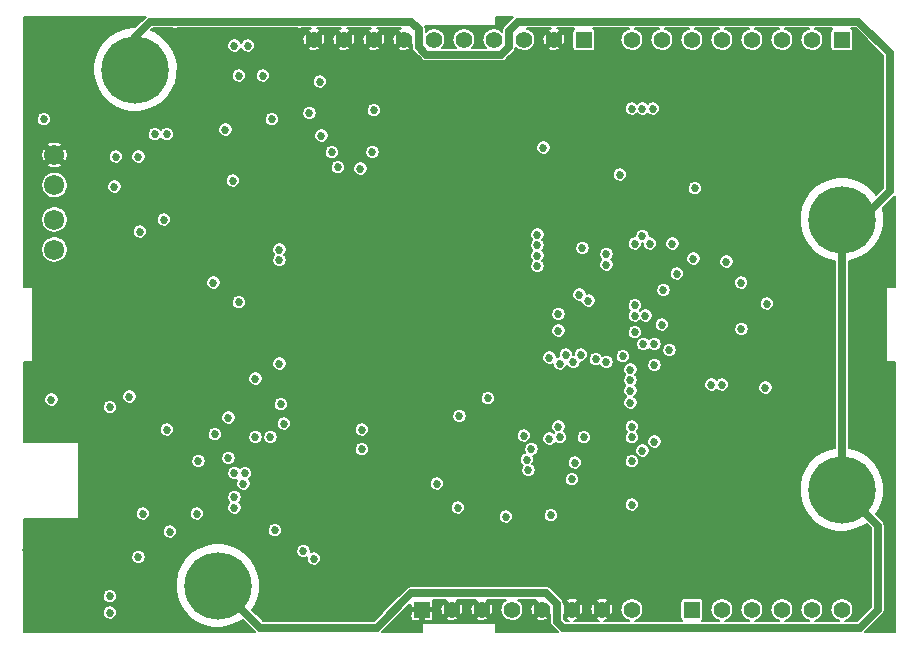
<source format=gbr>
G04 (created by PCBNEW (2013-07-07 BZR 4022)-stable) date 11/13/2016 4:47:58 PM*
%MOIN*%
G04 Gerber Fmt 3.4, Leading zero omitted, Abs format*
%FSLAX34Y34*%
G01*
G70*
G90*
G04 APERTURE LIST*
%ADD10C,0.00590551*%
%ADD11C,0.224409*%
%ADD12R,0.055X0.055*%
%ADD13C,0.055*%
%ADD14C,0.0677165*%
%ADD15C,0.027*%
%ADD16C,0.007*%
%ADD17C,0.02*%
%ADD18C,0.025*%
%ADD19C,0.015*%
G04 APERTURE END LIST*
G54D10*
G54D11*
X85000Y-46000D03*
X64200Y-58200D03*
X61450Y-41000D03*
X85000Y-55000D03*
G54D12*
X80000Y-59000D03*
G54D13*
X81000Y-59000D03*
X82000Y-59000D03*
X83000Y-59000D03*
X84000Y-59000D03*
X85000Y-59000D03*
G54D12*
X85000Y-40000D03*
G54D13*
X84000Y-40000D03*
X83000Y-40000D03*
X82000Y-40000D03*
X81000Y-40000D03*
X80000Y-40000D03*
X79000Y-40000D03*
X78000Y-40000D03*
G54D12*
X76400Y-40000D03*
G54D13*
X75400Y-40000D03*
X74400Y-40000D03*
X73400Y-40000D03*
X72400Y-40000D03*
X71400Y-40000D03*
X70400Y-40000D03*
X69400Y-40000D03*
X68400Y-40000D03*
X67400Y-40000D03*
G54D12*
X71000Y-59000D03*
G54D13*
X72000Y-59000D03*
X73000Y-59000D03*
X74000Y-59000D03*
X75000Y-59000D03*
X76000Y-59000D03*
X77000Y-59000D03*
X78000Y-59000D03*
G54D14*
X58750Y-46000D03*
X58750Y-47000D03*
X58750Y-44850D03*
X58750Y-43850D03*
G54D15*
X76000Y-54650D03*
X66250Y-47350D03*
X66250Y-47000D03*
X80100Y-44950D03*
X61550Y-57250D03*
X77600Y-44500D03*
X79350Y-46800D03*
X79250Y-50350D03*
X75550Y-49150D03*
X82450Y-51600D03*
X81150Y-47400D03*
X74550Y-54350D03*
X72200Y-55600D03*
X66250Y-50800D03*
X63500Y-55800D03*
X64450Y-43000D03*
X67600Y-41400D03*
X67250Y-42450D03*
X68200Y-44250D03*
X75550Y-49700D03*
X76550Y-48700D03*
X75600Y-50800D03*
X76250Y-48500D03*
X66100Y-56350D03*
X78375Y-50150D03*
X62600Y-56400D03*
X66300Y-52150D03*
X75250Y-50600D03*
X72250Y-52550D03*
X65450Y-51300D03*
X61250Y-51900D03*
X64550Y-52600D03*
X64550Y-53950D03*
X78350Y-53700D03*
X77150Y-47150D03*
X80050Y-47300D03*
X77950Y-52100D03*
X79000Y-49500D03*
X82500Y-48800D03*
X60600Y-52250D03*
X77950Y-51700D03*
X65450Y-53250D03*
X58400Y-42650D03*
X78750Y-53400D03*
X65050Y-54800D03*
X78000Y-54050D03*
X78000Y-55500D03*
X64750Y-55600D03*
X77700Y-50550D03*
X67400Y-57300D03*
X60600Y-59100D03*
X64750Y-55250D03*
X78100Y-49750D03*
X67050Y-57050D03*
X60600Y-58550D03*
X75300Y-55850D03*
X76400Y-53250D03*
X73800Y-55900D03*
X76100Y-54100D03*
X74500Y-54000D03*
X74400Y-53200D03*
X75550Y-52900D03*
X66400Y-52800D03*
X75250Y-53300D03*
X68950Y-44300D03*
X74650Y-53650D03*
X75600Y-53250D03*
X69350Y-43750D03*
X69000Y-53650D03*
X69000Y-53000D03*
X71500Y-54800D03*
X64100Y-53150D03*
X76800Y-50650D03*
X61700Y-55800D03*
X63550Y-54050D03*
X58650Y-52000D03*
X77150Y-50750D03*
X64700Y-44700D03*
X64900Y-48750D03*
X64050Y-48100D03*
X73200Y-51950D03*
X75050Y-43600D03*
X78700Y-42300D03*
X78600Y-46800D03*
X78450Y-49200D03*
X76300Y-50500D03*
X78350Y-42300D03*
X76050Y-50750D03*
X78100Y-49200D03*
X78350Y-46550D03*
X78000Y-42300D03*
X78100Y-48850D03*
X78100Y-46800D03*
X75800Y-50500D03*
X74850Y-47550D03*
X78750Y-50150D03*
X74850Y-46850D03*
X76350Y-46950D03*
X77150Y-47500D03*
X77950Y-51000D03*
X81650Y-49650D03*
X81640Y-48100D03*
X79050Y-48350D03*
X74850Y-46500D03*
X78750Y-50850D03*
X80650Y-51500D03*
X74850Y-47200D03*
X79500Y-47800D03*
X81000Y-51500D03*
X77950Y-51350D03*
X78000Y-53250D03*
X65100Y-54450D03*
X64750Y-54450D03*
X78000Y-52900D03*
X61150Y-44900D03*
X62000Y-46600D03*
X72500Y-54800D03*
X61300Y-55800D03*
X61800Y-59400D03*
X61800Y-58800D03*
X61800Y-58200D03*
X61800Y-57800D03*
X61600Y-51800D03*
X58200Y-51800D03*
X58200Y-51400D03*
X58600Y-51400D03*
X58600Y-51000D03*
X59000Y-51000D03*
X59400Y-51000D03*
X59800Y-51000D03*
X60200Y-51000D03*
X61000Y-51000D03*
X61400Y-51000D03*
X64000Y-52600D03*
X64000Y-55000D03*
X64000Y-54600D03*
X64000Y-54200D03*
X61700Y-53600D03*
X64000Y-52050D03*
X63600Y-51800D03*
X63200Y-51800D03*
X62800Y-51800D03*
X62400Y-51800D03*
X62000Y-51800D03*
X71200Y-42400D03*
X71200Y-42000D03*
X71200Y-41600D03*
X71200Y-41200D03*
X71200Y-42800D03*
X71200Y-40900D03*
X67200Y-46200D03*
X67200Y-46600D03*
X67200Y-47000D03*
X67200Y-47400D03*
X67200Y-47800D03*
X67200Y-48200D03*
X67200Y-48600D03*
X67200Y-49000D03*
X67200Y-45800D03*
X67200Y-45400D03*
X67200Y-45000D03*
X67200Y-44600D03*
X67200Y-44200D03*
X67200Y-43800D03*
X67200Y-43400D03*
X66800Y-43400D03*
X66400Y-43400D03*
X66000Y-43400D03*
X65600Y-43400D03*
X65200Y-43400D03*
X64800Y-43400D03*
X64400Y-43400D03*
X67200Y-50300D03*
X62800Y-51000D03*
X63800Y-43350D03*
X62800Y-50200D03*
X62800Y-49800D03*
X62800Y-49400D03*
X62800Y-49000D03*
X62800Y-48600D03*
X62800Y-48200D03*
X62400Y-48200D03*
X62000Y-48200D03*
X62000Y-47800D03*
X62000Y-47400D03*
X62000Y-47000D03*
X62000Y-46200D03*
X62000Y-45400D03*
X62000Y-45000D03*
X62200Y-44600D03*
X63000Y-44600D03*
X63400Y-44600D03*
X63400Y-44200D03*
X63800Y-44200D03*
X65200Y-51000D03*
X64400Y-51000D03*
X64000Y-51000D03*
X63600Y-51000D03*
X63200Y-51000D03*
X70550Y-44000D03*
X70550Y-46000D03*
X70500Y-47600D03*
X70500Y-49200D03*
X69500Y-51300D03*
X65450Y-48100D03*
X65450Y-50150D03*
X71600Y-49200D03*
X71200Y-43200D03*
X70450Y-42625D03*
X71200Y-49200D03*
X71200Y-48800D03*
X71200Y-48400D03*
X71200Y-48000D03*
X71200Y-47600D03*
X71200Y-47200D03*
X71200Y-46800D03*
X71200Y-46400D03*
X71200Y-46000D03*
X71200Y-45600D03*
X71200Y-45200D03*
X71200Y-44800D03*
X71200Y-44400D03*
X71200Y-44000D03*
X71200Y-43600D03*
X71600Y-50000D03*
X71600Y-49600D03*
X80450Y-43200D03*
X74100Y-47550D03*
X73300Y-47550D03*
X72500Y-47550D03*
X72900Y-47550D03*
X73700Y-47550D03*
X74500Y-47550D03*
X72500Y-49200D03*
X72500Y-47150D03*
X72500Y-47950D03*
X72500Y-48800D03*
X72500Y-49600D03*
X72500Y-50400D03*
X72850Y-51550D03*
X73250Y-51550D03*
X72500Y-51200D03*
X72500Y-50800D03*
X72500Y-50000D03*
X72500Y-48400D03*
X72500Y-46750D03*
X73100Y-52600D03*
X72300Y-53450D03*
X72700Y-52600D03*
X83250Y-44350D03*
X82450Y-44350D03*
X81650Y-44350D03*
X80850Y-44350D03*
X80450Y-44750D03*
X80450Y-45550D03*
X80050Y-45950D03*
X79650Y-45950D03*
X80450Y-45950D03*
X80450Y-45150D03*
X80450Y-44350D03*
X81250Y-44350D03*
X82050Y-44350D03*
X82850Y-44350D03*
X83600Y-44350D03*
X63000Y-40450D03*
X63000Y-40950D03*
X62750Y-39950D03*
X62900Y-42000D03*
X62900Y-41600D03*
X62600Y-42000D03*
X86350Y-53200D03*
X85350Y-53200D03*
X84200Y-53200D03*
X83700Y-53700D03*
X83200Y-54200D03*
X82200Y-54200D03*
X81200Y-54200D03*
X80200Y-54200D03*
X79200Y-54200D03*
X78950Y-55750D03*
X79700Y-54200D03*
X80700Y-54200D03*
X81700Y-54200D03*
X82700Y-54200D03*
X83700Y-54200D03*
X83700Y-53200D03*
X84650Y-53200D03*
X85850Y-53200D03*
X86650Y-53200D03*
X78950Y-58750D03*
X78950Y-57750D03*
X78950Y-56750D03*
X78950Y-57250D03*
X78950Y-58250D03*
X78950Y-59250D03*
X71900Y-40000D03*
X72900Y-40000D03*
X77200Y-45400D03*
X76350Y-46200D03*
X78200Y-45800D03*
X77700Y-45950D03*
X76200Y-44450D03*
X76600Y-44800D03*
X82700Y-41900D03*
X81900Y-41900D03*
X81100Y-41900D03*
X80300Y-41900D03*
X79500Y-41900D03*
X78700Y-41950D03*
X77900Y-41950D03*
X77500Y-42350D03*
X77100Y-42750D03*
X76700Y-42750D03*
X77500Y-42750D03*
X77500Y-41950D03*
X78300Y-41950D03*
X79100Y-41900D03*
X79900Y-41900D03*
X80700Y-41900D03*
X81500Y-41900D03*
X82300Y-41900D03*
X83100Y-41900D03*
X76300Y-42750D03*
X75900Y-42750D03*
X75500Y-42750D03*
X86500Y-55900D03*
X86500Y-54000D03*
X86550Y-57650D03*
X85700Y-50150D03*
X85400Y-52450D03*
X82150Y-52450D03*
X85400Y-47950D03*
X84200Y-44450D03*
X86250Y-44450D03*
X86200Y-43100D03*
X85300Y-43450D03*
X86200Y-42400D03*
X85300Y-42050D03*
X83550Y-41700D03*
X85800Y-41000D03*
X86200Y-41000D03*
X77900Y-52500D03*
X76450Y-50850D03*
X76100Y-52950D03*
X65500Y-52450D03*
X83000Y-56250D03*
X81000Y-56250D03*
X78950Y-56250D03*
X80000Y-56250D03*
X82000Y-56250D03*
X83800Y-56250D03*
X61450Y-57850D03*
X64700Y-47750D03*
X65300Y-47300D03*
X64900Y-46950D03*
X64900Y-46150D03*
X66650Y-42450D03*
X63650Y-42150D03*
X64250Y-41950D03*
X75050Y-43150D03*
X76750Y-43150D03*
X75900Y-43600D03*
X75050Y-44100D03*
X77050Y-44950D03*
X79100Y-45800D03*
X78650Y-45550D03*
X77950Y-44200D03*
X77950Y-42900D03*
X77550Y-43150D03*
X81500Y-42900D03*
X82950Y-42850D03*
X60350Y-49000D03*
X59150Y-47900D03*
X73900Y-50350D03*
X58200Y-52350D03*
X60400Y-53600D03*
X58300Y-58550D03*
X80250Y-50900D03*
X79950Y-51900D03*
X79800Y-51350D03*
X77150Y-48000D03*
X75800Y-48550D03*
X80000Y-57750D03*
X81000Y-57750D03*
X82000Y-57750D03*
X83000Y-57750D03*
X84000Y-57750D03*
X85000Y-57750D03*
X78450Y-57500D03*
X74150Y-55050D03*
X74550Y-55050D03*
X75500Y-55100D03*
X74050Y-53750D03*
X72250Y-54350D03*
X76550Y-55150D03*
X78750Y-52750D03*
X59650Y-40000D03*
X59700Y-42100D03*
X58600Y-57000D03*
X57800Y-57000D03*
X75550Y-51550D03*
X75550Y-52250D03*
X75550Y-51900D03*
X80650Y-48250D03*
X71500Y-53800D03*
X73800Y-51150D03*
X69750Y-43450D03*
X68550Y-41950D03*
X60400Y-55800D03*
X58250Y-57000D03*
X62200Y-54450D03*
X62200Y-54050D03*
X62200Y-53650D03*
X75950Y-53250D03*
X66900Y-39400D03*
X62750Y-39400D03*
X60800Y-43900D03*
X62100Y-43150D03*
X61550Y-43900D03*
X62400Y-46000D03*
X60750Y-44900D03*
X62500Y-43150D03*
X69400Y-42350D03*
X68000Y-43750D03*
X64900Y-41200D03*
X64750Y-40200D03*
X65200Y-40200D03*
X65700Y-41200D03*
X66000Y-42650D03*
X67650Y-43200D03*
X62500Y-53000D03*
X61600Y-46400D03*
X65950Y-53250D03*
G54D16*
X61300Y-55800D02*
X61300Y-56000D01*
X61800Y-58800D02*
X61800Y-59400D01*
X61800Y-58200D02*
X61800Y-58800D01*
X61800Y-57800D02*
X61800Y-58200D01*
X61800Y-56500D02*
X61800Y-57800D01*
X61300Y-56000D02*
X61800Y-56500D01*
X61600Y-51800D02*
X61600Y-51200D01*
X58200Y-51800D02*
X58200Y-52350D01*
X58200Y-51400D02*
X58200Y-51800D01*
X58400Y-51400D02*
X58200Y-51400D01*
X58600Y-51400D02*
X58400Y-51400D01*
X58600Y-51000D02*
X58600Y-51400D01*
X59000Y-51000D02*
X58600Y-51000D01*
X59400Y-51000D02*
X59000Y-51000D01*
X59800Y-51000D02*
X59400Y-51000D01*
X60200Y-51000D02*
X59800Y-51000D01*
X61000Y-51000D02*
X60200Y-51000D01*
X61400Y-51000D02*
X61000Y-51000D01*
X61600Y-51200D02*
X61400Y-51000D01*
X64000Y-52600D02*
X63600Y-53000D01*
X64000Y-54600D02*
X64000Y-55000D01*
X64000Y-54200D02*
X64000Y-54600D01*
X64000Y-53600D02*
X64000Y-54200D01*
X63600Y-53200D02*
X64000Y-53600D01*
X63600Y-53000D02*
X63600Y-53200D01*
X61700Y-53600D02*
X61700Y-51900D01*
X63850Y-52050D02*
X64000Y-52050D01*
X63600Y-51800D02*
X63850Y-52050D01*
X63200Y-51800D02*
X63600Y-51800D01*
X62800Y-51800D02*
X63200Y-51800D01*
X62400Y-51800D02*
X62800Y-51800D01*
X62000Y-51800D02*
X62400Y-51800D01*
X61600Y-51800D02*
X62000Y-51800D01*
X61700Y-51900D02*
X61600Y-51800D01*
X64000Y-52050D02*
X64000Y-52600D01*
X71200Y-40900D02*
X71200Y-41200D01*
G54D17*
X71200Y-42400D02*
X71200Y-42000D01*
X71200Y-42000D02*
X71200Y-41600D01*
X71200Y-41600D02*
X71200Y-41200D01*
X71200Y-42400D02*
X71200Y-42800D01*
G54D16*
X67200Y-50300D02*
X67200Y-49000D01*
X67200Y-46200D02*
X67200Y-46600D01*
X67200Y-46600D02*
X67200Y-47000D01*
X67200Y-47000D02*
X67200Y-47400D01*
X67200Y-47400D02*
X67200Y-47800D01*
X67200Y-47800D02*
X67200Y-48200D01*
X67200Y-48200D02*
X67200Y-48600D01*
X67200Y-48600D02*
X67200Y-49000D01*
X64350Y-43350D02*
X63800Y-43350D01*
X67200Y-45400D02*
X67200Y-45800D01*
X67200Y-45000D02*
X67200Y-45400D01*
X67200Y-44600D02*
X67200Y-45000D01*
X67200Y-44200D02*
X67200Y-44600D01*
X67200Y-43800D02*
X67200Y-44200D01*
X67200Y-43400D02*
X67200Y-43800D01*
X66800Y-43400D02*
X67200Y-43400D01*
X66400Y-43400D02*
X66800Y-43400D01*
X66000Y-43400D02*
X66400Y-43400D01*
X65600Y-43400D02*
X66000Y-43400D01*
X65200Y-43400D02*
X65600Y-43400D01*
X64800Y-43400D02*
X65200Y-43400D01*
X64400Y-43400D02*
X64800Y-43400D01*
X64350Y-43350D02*
X64400Y-43400D01*
X67200Y-45800D02*
X67200Y-46200D01*
X62800Y-51000D02*
X63200Y-51000D01*
X63800Y-43350D02*
X63800Y-44200D01*
X62800Y-49800D02*
X62800Y-50200D01*
X62800Y-49400D02*
X62800Y-49800D01*
X62800Y-49000D02*
X62800Y-49400D01*
X62800Y-48600D02*
X62800Y-49000D01*
X62800Y-48200D02*
X62800Y-48600D01*
X62400Y-48200D02*
X62800Y-48200D01*
X62000Y-48200D02*
X62400Y-48200D01*
X62000Y-47800D02*
X62000Y-48200D01*
X62000Y-47400D02*
X62000Y-47800D01*
X62000Y-47000D02*
X62000Y-47400D01*
X62000Y-46600D02*
X62000Y-47000D01*
X62000Y-46200D02*
X62000Y-46600D01*
X62000Y-45800D02*
X62000Y-46200D01*
X62000Y-45400D02*
X62000Y-45800D01*
X62000Y-45000D02*
X62000Y-45400D01*
X62000Y-44800D02*
X62000Y-45000D01*
X62200Y-44600D02*
X62000Y-44800D01*
X62600Y-44600D02*
X62200Y-44600D01*
X63000Y-44600D02*
X62600Y-44600D01*
X63400Y-44600D02*
X63000Y-44600D01*
X63400Y-44200D02*
X63400Y-44600D01*
X63800Y-44200D02*
X63400Y-44200D01*
X62800Y-51000D02*
X62800Y-50200D01*
X64400Y-51000D02*
X65200Y-51000D01*
X64000Y-51000D02*
X64400Y-51000D01*
X63600Y-51000D02*
X64000Y-51000D01*
X63200Y-51000D02*
X63600Y-51000D01*
G54D17*
X71600Y-49200D02*
X71600Y-49600D01*
X71200Y-43200D02*
X71200Y-43600D01*
X70450Y-42625D02*
X71025Y-42625D01*
X71025Y-42625D02*
X71200Y-42800D01*
X71200Y-43200D02*
X71200Y-42800D01*
X71200Y-48800D02*
X71200Y-49200D01*
X71200Y-48400D02*
X71200Y-48800D01*
X71200Y-48000D02*
X71200Y-48400D01*
X71200Y-47600D02*
X71200Y-48000D01*
X71200Y-47200D02*
X71200Y-47600D01*
X71200Y-46800D02*
X71200Y-47200D01*
X71200Y-46400D02*
X71200Y-46800D01*
X71200Y-46000D02*
X71200Y-46400D01*
X71200Y-45600D02*
X71200Y-46000D01*
X71200Y-45200D02*
X71200Y-45600D01*
X71200Y-44800D02*
X71200Y-45200D01*
X71200Y-44400D02*
X71200Y-44800D01*
X71200Y-44000D02*
X71200Y-44400D01*
X71200Y-43600D02*
X71200Y-44000D01*
X71600Y-49200D02*
X71200Y-49200D01*
X71600Y-49600D02*
X71600Y-50000D01*
G54D18*
X74500Y-47550D02*
X74100Y-47550D01*
X73700Y-47550D02*
X73300Y-47550D01*
X72900Y-47550D02*
X72500Y-47550D01*
X73300Y-47550D02*
X72900Y-47550D01*
X74100Y-47550D02*
X73700Y-47550D01*
X72500Y-46750D02*
X72500Y-47150D01*
X72500Y-47550D02*
X72500Y-47950D01*
X72500Y-48400D02*
X72500Y-48800D01*
X72500Y-49200D02*
X72500Y-49600D01*
X72500Y-50000D02*
X72500Y-50400D01*
X72500Y-50800D02*
X72500Y-51200D01*
X72500Y-51200D02*
X72850Y-51550D01*
X72850Y-51550D02*
X73250Y-51550D01*
X72500Y-50400D02*
X72500Y-50800D01*
X72500Y-49600D02*
X72500Y-50000D01*
X72500Y-48800D02*
X72500Y-49200D01*
X72500Y-47950D02*
X72500Y-48400D01*
X72500Y-47150D02*
X72500Y-47550D01*
X72300Y-53450D02*
X72300Y-53000D01*
X72300Y-53000D02*
X72700Y-52600D01*
X73100Y-52600D02*
X72700Y-52600D01*
X83600Y-44350D02*
X83250Y-44350D01*
X82850Y-44350D02*
X82450Y-44350D01*
X82050Y-44350D02*
X81650Y-44350D01*
X81250Y-44350D02*
X80850Y-44350D01*
X80450Y-44350D02*
X80450Y-44750D01*
X80450Y-45150D02*
X80450Y-45550D01*
X80450Y-45950D02*
X80050Y-45950D01*
X80050Y-45950D02*
X79650Y-45950D01*
X80450Y-45550D02*
X80450Y-45950D01*
X80450Y-44750D02*
X80450Y-45150D01*
X80850Y-44350D02*
X80450Y-44350D01*
X81650Y-44350D02*
X81250Y-44350D01*
X82450Y-44350D02*
X82050Y-44350D01*
X83250Y-44350D02*
X82850Y-44350D01*
X63000Y-40450D02*
X63000Y-40400D01*
X62900Y-41600D02*
X62950Y-41600D01*
X63000Y-41550D02*
X63000Y-40950D01*
X62950Y-41600D02*
X63000Y-41550D01*
X63000Y-40450D02*
X63000Y-40950D01*
X62750Y-40150D02*
X62750Y-39950D01*
X63000Y-40400D02*
X62750Y-40150D01*
X62600Y-42000D02*
X62900Y-42000D01*
X62900Y-42000D02*
X62900Y-41600D01*
X86650Y-53200D02*
X86350Y-53200D01*
X85850Y-53200D02*
X85350Y-53200D01*
X84650Y-53200D02*
X84200Y-53200D01*
X83700Y-53200D02*
X83700Y-53700D01*
X83700Y-54200D02*
X83200Y-54200D01*
X82700Y-54200D02*
X82200Y-54200D01*
X81700Y-54200D02*
X81200Y-54200D01*
X80700Y-54200D02*
X80200Y-54200D01*
X79700Y-54200D02*
X79200Y-54200D01*
X78950Y-54450D02*
X79200Y-54200D01*
X78950Y-55750D02*
X78950Y-56250D01*
X78950Y-55750D02*
X78950Y-54450D01*
X80200Y-54200D02*
X79700Y-54200D01*
X81200Y-54200D02*
X80700Y-54200D01*
X82200Y-54200D02*
X81700Y-54200D01*
X83200Y-54200D02*
X82700Y-54200D01*
X83700Y-53700D02*
X83700Y-54200D01*
X84200Y-53200D02*
X83700Y-53200D01*
X86350Y-53200D02*
X85850Y-53200D01*
X78950Y-59250D02*
X78950Y-58750D01*
X78950Y-58250D02*
X78950Y-57750D01*
X78950Y-57250D02*
X78950Y-56750D01*
X78950Y-56750D02*
X78950Y-56250D01*
X78950Y-57750D02*
X78950Y-57250D01*
X78950Y-58750D02*
X78950Y-58250D01*
X77200Y-45400D02*
X77150Y-45400D01*
X77150Y-45400D02*
X76350Y-46200D01*
X78200Y-45800D02*
X77950Y-45800D01*
X77800Y-45950D02*
X77700Y-45950D01*
X77950Y-45800D02*
X77800Y-45950D01*
X76200Y-44450D02*
X76250Y-44450D01*
X76250Y-44450D02*
X76600Y-44800D01*
X83100Y-41900D02*
X82700Y-41900D01*
X82300Y-41900D02*
X81900Y-41900D01*
X81500Y-41900D02*
X81100Y-41900D01*
X80700Y-41900D02*
X80300Y-41900D01*
X79900Y-41900D02*
X79500Y-41900D01*
X78700Y-41950D02*
X79050Y-41950D01*
X78300Y-41950D02*
X77900Y-41950D01*
X77500Y-41950D02*
X77500Y-42350D01*
X77500Y-42750D02*
X77100Y-42750D01*
X76700Y-42750D02*
X76300Y-42750D01*
X77100Y-42750D02*
X76700Y-42750D01*
X77500Y-42350D02*
X77500Y-42750D01*
X77900Y-41950D02*
X77500Y-41950D01*
X78700Y-41950D02*
X78300Y-41950D01*
X79050Y-41950D02*
X79100Y-41900D01*
X79500Y-41900D02*
X79100Y-41900D01*
X80300Y-41900D02*
X79900Y-41900D01*
X81100Y-41900D02*
X80700Y-41900D01*
X81900Y-41900D02*
X81500Y-41900D01*
X82700Y-41900D02*
X82300Y-41900D01*
X75900Y-42750D02*
X76300Y-42750D01*
X75900Y-42750D02*
X75500Y-42750D01*
X65500Y-52450D02*
X65500Y-52100D01*
X64000Y-52050D02*
X64000Y-52600D01*
X64150Y-51900D02*
X64000Y-52050D01*
X65300Y-51900D02*
X64150Y-51900D01*
X65500Y-52100D02*
X65300Y-51900D01*
X83800Y-56250D02*
X83000Y-56250D01*
X82000Y-56250D02*
X81000Y-56250D01*
X80000Y-56250D02*
X78950Y-56250D01*
X81000Y-56250D02*
X80000Y-56250D01*
X83000Y-56250D02*
X82000Y-56250D01*
G54D19*
X60400Y-52450D02*
X60400Y-53600D01*
X58200Y-52350D02*
X60300Y-52350D01*
X60300Y-52350D02*
X60400Y-52450D01*
G54D18*
X66900Y-39400D02*
X70650Y-39400D01*
X85650Y-46000D02*
X85000Y-46000D01*
X86600Y-45050D02*
X85650Y-46000D01*
X86600Y-40450D02*
X86600Y-45050D01*
X85550Y-39400D02*
X86600Y-40450D01*
X74200Y-39400D02*
X85550Y-39400D01*
X73900Y-39700D02*
X74200Y-39400D01*
X73900Y-40250D02*
X73900Y-39700D01*
X73650Y-40500D02*
X73900Y-40250D01*
X71150Y-40500D02*
X73650Y-40500D01*
X70900Y-40250D02*
X71150Y-40500D01*
X70900Y-39650D02*
X70900Y-40250D01*
X70650Y-39400D02*
X70900Y-39650D01*
X62750Y-39400D02*
X66900Y-39400D01*
X61450Y-41000D02*
X61450Y-39900D01*
X61950Y-39400D02*
X62750Y-39400D01*
X61450Y-39900D02*
X61950Y-39400D01*
X75150Y-58450D02*
X70650Y-58450D01*
X85000Y-55000D02*
X86200Y-56200D01*
X86200Y-56200D02*
X86200Y-59000D01*
X86200Y-59000D02*
X85600Y-59600D01*
X85600Y-59600D02*
X75700Y-59600D01*
X75700Y-59600D02*
X75500Y-59400D01*
X75500Y-59400D02*
X75500Y-58800D01*
X75500Y-58800D02*
X75150Y-58450D01*
X85000Y-55000D02*
X85000Y-55000D01*
X65600Y-59600D02*
X64200Y-58200D01*
X69500Y-59600D02*
X65600Y-59600D01*
X70650Y-58450D02*
X69500Y-59600D01*
X85000Y-46000D02*
X85000Y-55000D01*
G54D10*
G36*
X74039Y-39235D02*
X74039Y-39235D01*
X74037Y-39236D01*
X74037Y-39236D01*
X74037Y-39236D01*
X74037Y-39237D01*
X73737Y-39537D01*
X73723Y-39553D01*
X73710Y-39570D01*
X73709Y-39571D01*
X73708Y-39572D01*
X73698Y-39590D01*
X73688Y-39609D01*
X73688Y-39610D01*
X73687Y-39611D01*
X73681Y-39631D01*
X73675Y-39652D01*
X73674Y-39653D01*
X73674Y-39654D01*
X73672Y-39675D01*
X73670Y-39696D01*
X73670Y-39699D01*
X73670Y-39699D01*
X73670Y-39699D01*
X73670Y-39700D01*
X73670Y-39732D01*
X73643Y-39705D01*
X73581Y-39664D01*
X73512Y-39635D01*
X73439Y-39620D01*
X73365Y-39619D01*
X73292Y-39633D01*
X73223Y-39661D01*
X73160Y-39702D01*
X73107Y-39754D01*
X73065Y-39816D01*
X73036Y-39884D01*
X73020Y-39957D01*
X73019Y-40031D01*
X73032Y-40105D01*
X73060Y-40174D01*
X73100Y-40237D01*
X73132Y-40270D01*
X72667Y-40270D01*
X72689Y-40249D01*
X72732Y-40188D01*
X72762Y-40120D01*
X72778Y-40047D01*
X72780Y-39962D01*
X72765Y-39889D01*
X72737Y-39820D01*
X72695Y-39758D01*
X72643Y-39705D01*
X72581Y-39664D01*
X72512Y-39635D01*
X72439Y-39620D01*
X72365Y-39619D01*
X72292Y-39633D01*
X72223Y-39661D01*
X72160Y-39702D01*
X72107Y-39754D01*
X72065Y-39816D01*
X72036Y-39884D01*
X72020Y-39957D01*
X72019Y-40031D01*
X72032Y-40105D01*
X72060Y-40174D01*
X72100Y-40237D01*
X72132Y-40270D01*
X71667Y-40270D01*
X71689Y-40249D01*
X71732Y-40188D01*
X71762Y-40120D01*
X71778Y-40047D01*
X71780Y-39962D01*
X71765Y-39889D01*
X71737Y-39820D01*
X71695Y-39758D01*
X71643Y-39705D01*
X71581Y-39664D01*
X71512Y-39635D01*
X71439Y-39620D01*
X71365Y-39619D01*
X71292Y-39633D01*
X71223Y-39661D01*
X71160Y-39702D01*
X71130Y-39732D01*
X71130Y-39650D01*
X71127Y-39628D01*
X71126Y-39607D01*
X71125Y-39606D01*
X71125Y-39605D01*
X71119Y-39584D01*
X71113Y-39564D01*
X71112Y-39563D01*
X71112Y-39562D01*
X71102Y-39543D01*
X71098Y-39535D01*
X73485Y-39535D01*
X73485Y-39235D01*
X74039Y-39235D01*
X74039Y-39235D01*
G37*
G54D16*
X74039Y-39235D02*
X74039Y-39235D01*
X74037Y-39236D01*
X74037Y-39236D01*
X74037Y-39236D01*
X74037Y-39237D01*
X73737Y-39537D01*
X73723Y-39553D01*
X73710Y-39570D01*
X73709Y-39571D01*
X73708Y-39572D01*
X73698Y-39590D01*
X73688Y-39609D01*
X73688Y-39610D01*
X73687Y-39611D01*
X73681Y-39631D01*
X73675Y-39652D01*
X73674Y-39653D01*
X73674Y-39654D01*
X73672Y-39675D01*
X73670Y-39696D01*
X73670Y-39699D01*
X73670Y-39699D01*
X73670Y-39699D01*
X73670Y-39700D01*
X73670Y-39732D01*
X73643Y-39705D01*
X73581Y-39664D01*
X73512Y-39635D01*
X73439Y-39620D01*
X73365Y-39619D01*
X73292Y-39633D01*
X73223Y-39661D01*
X73160Y-39702D01*
X73107Y-39754D01*
X73065Y-39816D01*
X73036Y-39884D01*
X73020Y-39957D01*
X73019Y-40031D01*
X73032Y-40105D01*
X73060Y-40174D01*
X73100Y-40237D01*
X73132Y-40270D01*
X72667Y-40270D01*
X72689Y-40249D01*
X72732Y-40188D01*
X72762Y-40120D01*
X72778Y-40047D01*
X72780Y-39962D01*
X72765Y-39889D01*
X72737Y-39820D01*
X72695Y-39758D01*
X72643Y-39705D01*
X72581Y-39664D01*
X72512Y-39635D01*
X72439Y-39620D01*
X72365Y-39619D01*
X72292Y-39633D01*
X72223Y-39661D01*
X72160Y-39702D01*
X72107Y-39754D01*
X72065Y-39816D01*
X72036Y-39884D01*
X72020Y-39957D01*
X72019Y-40031D01*
X72032Y-40105D01*
X72060Y-40174D01*
X72100Y-40237D01*
X72132Y-40270D01*
X71667Y-40270D01*
X71689Y-40249D01*
X71732Y-40188D01*
X71762Y-40120D01*
X71778Y-40047D01*
X71780Y-39962D01*
X71765Y-39889D01*
X71737Y-39820D01*
X71695Y-39758D01*
X71643Y-39705D01*
X71581Y-39664D01*
X71512Y-39635D01*
X71439Y-39620D01*
X71365Y-39619D01*
X71292Y-39633D01*
X71223Y-39661D01*
X71160Y-39702D01*
X71130Y-39732D01*
X71130Y-39650D01*
X71127Y-39628D01*
X71126Y-39607D01*
X71125Y-39606D01*
X71125Y-39605D01*
X71119Y-39584D01*
X71113Y-39564D01*
X71112Y-39563D01*
X71112Y-39562D01*
X71102Y-39543D01*
X71098Y-39535D01*
X73485Y-39535D01*
X73485Y-39235D01*
X74039Y-39235D01*
G54D10*
G36*
X75540Y-59765D02*
X75201Y-59765D01*
X75201Y-59293D01*
X75000Y-59091D01*
X74908Y-59183D01*
X74908Y-59000D01*
X74706Y-58798D01*
X74657Y-58831D01*
X74631Y-58901D01*
X74619Y-58974D01*
X74621Y-59049D01*
X74638Y-59121D01*
X74657Y-59168D01*
X74706Y-59201D01*
X74908Y-59000D01*
X74908Y-59183D01*
X74798Y-59293D01*
X74831Y-59342D01*
X74901Y-59368D01*
X74974Y-59380D01*
X75049Y-59378D01*
X75121Y-59361D01*
X75168Y-59342D01*
X75201Y-59293D01*
X75201Y-59765D01*
X73485Y-59765D01*
X73485Y-59465D01*
X73380Y-59465D01*
X73380Y-59025D01*
X73378Y-58950D01*
X73361Y-58878D01*
X73342Y-58831D01*
X73293Y-58798D01*
X73091Y-59000D01*
X73293Y-59201D01*
X73342Y-59168D01*
X73368Y-59098D01*
X73380Y-59025D01*
X73380Y-59465D01*
X73201Y-59465D01*
X73201Y-59293D01*
X73000Y-59091D01*
X72908Y-59183D01*
X72908Y-59000D01*
X72706Y-58798D01*
X72657Y-58831D01*
X72631Y-58901D01*
X72619Y-58974D01*
X72621Y-59049D01*
X72638Y-59121D01*
X72657Y-59168D01*
X72706Y-59201D01*
X72908Y-59000D01*
X72908Y-59183D01*
X72798Y-59293D01*
X72831Y-59342D01*
X72901Y-59368D01*
X72974Y-59380D01*
X73049Y-59378D01*
X73121Y-59361D01*
X73168Y-59342D01*
X73201Y-59293D01*
X73201Y-59465D01*
X72380Y-59465D01*
X72380Y-59025D01*
X72378Y-58950D01*
X72361Y-58878D01*
X72342Y-58831D01*
X72293Y-58798D01*
X72091Y-59000D01*
X72293Y-59201D01*
X72342Y-59168D01*
X72368Y-59098D01*
X72380Y-59025D01*
X72380Y-59465D01*
X72201Y-59465D01*
X72201Y-59293D01*
X72000Y-59091D01*
X71908Y-59183D01*
X71908Y-59000D01*
X71706Y-58798D01*
X71657Y-58831D01*
X71631Y-58901D01*
X71619Y-58974D01*
X71621Y-59049D01*
X71638Y-59121D01*
X71657Y-59168D01*
X71706Y-59201D01*
X71908Y-59000D01*
X71908Y-59183D01*
X71798Y-59293D01*
X71831Y-59342D01*
X71901Y-59368D01*
X71974Y-59380D01*
X72049Y-59378D01*
X72121Y-59361D01*
X72168Y-59342D01*
X72201Y-59293D01*
X72201Y-59465D01*
X71380Y-59465D01*
X71380Y-59265D01*
X71380Y-59091D01*
X71353Y-59065D01*
X71065Y-59065D01*
X71065Y-59353D01*
X71091Y-59380D01*
X71285Y-59380D01*
X71305Y-59376D01*
X71324Y-59368D01*
X71341Y-59356D01*
X71356Y-59342D01*
X71367Y-59325D01*
X71375Y-59306D01*
X71379Y-59286D01*
X71380Y-59265D01*
X71380Y-59465D01*
X71015Y-59465D01*
X71015Y-59765D01*
X70935Y-59765D01*
X70935Y-59353D01*
X70935Y-59065D01*
X70646Y-59065D01*
X70620Y-59091D01*
X70619Y-59265D01*
X70620Y-59286D01*
X70624Y-59306D01*
X70632Y-59325D01*
X70643Y-59342D01*
X70658Y-59356D01*
X70675Y-59368D01*
X70694Y-59376D01*
X70714Y-59380D01*
X70908Y-59380D01*
X70935Y-59353D01*
X70935Y-59765D01*
X69660Y-59765D01*
X69660Y-59764D01*
X69662Y-59763D01*
X69662Y-59763D01*
X69662Y-59763D01*
X69662Y-59762D01*
X70619Y-58805D01*
X70620Y-58908D01*
X70646Y-58935D01*
X70935Y-58935D01*
X70935Y-58927D01*
X71065Y-58927D01*
X71065Y-58935D01*
X71353Y-58935D01*
X71380Y-58908D01*
X71380Y-58734D01*
X71379Y-58713D01*
X71375Y-58693D01*
X71369Y-58680D01*
X71816Y-58680D01*
X71798Y-58706D01*
X72000Y-58908D01*
X72201Y-58706D01*
X72183Y-58680D01*
X72816Y-58680D01*
X72798Y-58706D01*
X73000Y-58908D01*
X73201Y-58706D01*
X73183Y-58680D01*
X73794Y-58680D01*
X73760Y-58702D01*
X73707Y-58754D01*
X73665Y-58816D01*
X73636Y-58884D01*
X73620Y-58957D01*
X73619Y-59031D01*
X73632Y-59105D01*
X73660Y-59174D01*
X73700Y-59237D01*
X73752Y-59290D01*
X73813Y-59333D01*
X73882Y-59363D01*
X73954Y-59379D01*
X74029Y-59380D01*
X74102Y-59367D01*
X74172Y-59340D01*
X74235Y-59300D01*
X74289Y-59249D01*
X74332Y-59188D01*
X74362Y-59120D01*
X74378Y-59047D01*
X74380Y-58962D01*
X74365Y-58889D01*
X74337Y-58820D01*
X74295Y-58758D01*
X74243Y-58705D01*
X74205Y-58680D01*
X74816Y-58680D01*
X74798Y-58706D01*
X75000Y-58908D01*
X75005Y-58902D01*
X75097Y-58994D01*
X75091Y-59000D01*
X75270Y-59178D01*
X75270Y-59400D01*
X75272Y-59421D01*
X75273Y-59442D01*
X75274Y-59443D01*
X75274Y-59444D01*
X75280Y-59465D01*
X75286Y-59485D01*
X75287Y-59486D01*
X75287Y-59487D01*
X75297Y-59506D01*
X75307Y-59525D01*
X75307Y-59526D01*
X75308Y-59527D01*
X75321Y-59543D01*
X75335Y-59560D01*
X75336Y-59562D01*
X75336Y-59562D01*
X75336Y-59562D01*
X75337Y-59562D01*
X75537Y-59762D01*
X75540Y-59765D01*
X75540Y-59765D01*
G37*
G54D16*
X75540Y-59765D02*
X75201Y-59765D01*
X75201Y-59293D01*
X75000Y-59091D01*
X74908Y-59183D01*
X74908Y-59000D01*
X74706Y-58798D01*
X74657Y-58831D01*
X74631Y-58901D01*
X74619Y-58974D01*
X74621Y-59049D01*
X74638Y-59121D01*
X74657Y-59168D01*
X74706Y-59201D01*
X74908Y-59000D01*
X74908Y-59183D01*
X74798Y-59293D01*
X74831Y-59342D01*
X74901Y-59368D01*
X74974Y-59380D01*
X75049Y-59378D01*
X75121Y-59361D01*
X75168Y-59342D01*
X75201Y-59293D01*
X75201Y-59765D01*
X73485Y-59765D01*
X73485Y-59465D01*
X73380Y-59465D01*
X73380Y-59025D01*
X73378Y-58950D01*
X73361Y-58878D01*
X73342Y-58831D01*
X73293Y-58798D01*
X73091Y-59000D01*
X73293Y-59201D01*
X73342Y-59168D01*
X73368Y-59098D01*
X73380Y-59025D01*
X73380Y-59465D01*
X73201Y-59465D01*
X73201Y-59293D01*
X73000Y-59091D01*
X72908Y-59183D01*
X72908Y-59000D01*
X72706Y-58798D01*
X72657Y-58831D01*
X72631Y-58901D01*
X72619Y-58974D01*
X72621Y-59049D01*
X72638Y-59121D01*
X72657Y-59168D01*
X72706Y-59201D01*
X72908Y-59000D01*
X72908Y-59183D01*
X72798Y-59293D01*
X72831Y-59342D01*
X72901Y-59368D01*
X72974Y-59380D01*
X73049Y-59378D01*
X73121Y-59361D01*
X73168Y-59342D01*
X73201Y-59293D01*
X73201Y-59465D01*
X72380Y-59465D01*
X72380Y-59025D01*
X72378Y-58950D01*
X72361Y-58878D01*
X72342Y-58831D01*
X72293Y-58798D01*
X72091Y-59000D01*
X72293Y-59201D01*
X72342Y-59168D01*
X72368Y-59098D01*
X72380Y-59025D01*
X72380Y-59465D01*
X72201Y-59465D01*
X72201Y-59293D01*
X72000Y-59091D01*
X71908Y-59183D01*
X71908Y-59000D01*
X71706Y-58798D01*
X71657Y-58831D01*
X71631Y-58901D01*
X71619Y-58974D01*
X71621Y-59049D01*
X71638Y-59121D01*
X71657Y-59168D01*
X71706Y-59201D01*
X71908Y-59000D01*
X71908Y-59183D01*
X71798Y-59293D01*
X71831Y-59342D01*
X71901Y-59368D01*
X71974Y-59380D01*
X72049Y-59378D01*
X72121Y-59361D01*
X72168Y-59342D01*
X72201Y-59293D01*
X72201Y-59465D01*
X71380Y-59465D01*
X71380Y-59265D01*
X71380Y-59091D01*
X71353Y-59065D01*
X71065Y-59065D01*
X71065Y-59353D01*
X71091Y-59380D01*
X71285Y-59380D01*
X71305Y-59376D01*
X71324Y-59368D01*
X71341Y-59356D01*
X71356Y-59342D01*
X71367Y-59325D01*
X71375Y-59306D01*
X71379Y-59286D01*
X71380Y-59265D01*
X71380Y-59465D01*
X71015Y-59465D01*
X71015Y-59765D01*
X70935Y-59765D01*
X70935Y-59353D01*
X70935Y-59065D01*
X70646Y-59065D01*
X70620Y-59091D01*
X70619Y-59265D01*
X70620Y-59286D01*
X70624Y-59306D01*
X70632Y-59325D01*
X70643Y-59342D01*
X70658Y-59356D01*
X70675Y-59368D01*
X70694Y-59376D01*
X70714Y-59380D01*
X70908Y-59380D01*
X70935Y-59353D01*
X70935Y-59765D01*
X69660Y-59765D01*
X69660Y-59764D01*
X69662Y-59763D01*
X69662Y-59763D01*
X69662Y-59763D01*
X69662Y-59762D01*
X70619Y-58805D01*
X70620Y-58908D01*
X70646Y-58935D01*
X70935Y-58935D01*
X70935Y-58927D01*
X71065Y-58927D01*
X71065Y-58935D01*
X71353Y-58935D01*
X71380Y-58908D01*
X71380Y-58734D01*
X71379Y-58713D01*
X71375Y-58693D01*
X71369Y-58680D01*
X71816Y-58680D01*
X71798Y-58706D01*
X72000Y-58908D01*
X72201Y-58706D01*
X72183Y-58680D01*
X72816Y-58680D01*
X72798Y-58706D01*
X73000Y-58908D01*
X73201Y-58706D01*
X73183Y-58680D01*
X73794Y-58680D01*
X73760Y-58702D01*
X73707Y-58754D01*
X73665Y-58816D01*
X73636Y-58884D01*
X73620Y-58957D01*
X73619Y-59031D01*
X73632Y-59105D01*
X73660Y-59174D01*
X73700Y-59237D01*
X73752Y-59290D01*
X73813Y-59333D01*
X73882Y-59363D01*
X73954Y-59379D01*
X74029Y-59380D01*
X74102Y-59367D01*
X74172Y-59340D01*
X74235Y-59300D01*
X74289Y-59249D01*
X74332Y-59188D01*
X74362Y-59120D01*
X74378Y-59047D01*
X74380Y-58962D01*
X74365Y-58889D01*
X74337Y-58820D01*
X74295Y-58758D01*
X74243Y-58705D01*
X74205Y-58680D01*
X74816Y-58680D01*
X74798Y-58706D01*
X75000Y-58908D01*
X75005Y-58902D01*
X75097Y-58994D01*
X75091Y-59000D01*
X75270Y-59178D01*
X75270Y-59400D01*
X75272Y-59421D01*
X75273Y-59442D01*
X75274Y-59443D01*
X75274Y-59444D01*
X75280Y-59465D01*
X75286Y-59485D01*
X75287Y-59486D01*
X75287Y-59487D01*
X75297Y-59506D01*
X75307Y-59525D01*
X75307Y-59526D01*
X75308Y-59527D01*
X75321Y-59543D01*
X75335Y-59560D01*
X75336Y-59562D01*
X75336Y-59562D01*
X75336Y-59562D01*
X75337Y-59562D01*
X75537Y-59762D01*
X75540Y-59765D01*
G54D10*
G36*
X86370Y-44954D02*
X86144Y-45180D01*
X86095Y-45106D01*
X85901Y-44910D01*
X85672Y-44756D01*
X85418Y-44649D01*
X85147Y-44593D01*
X84871Y-44591D01*
X84600Y-44643D01*
X84344Y-44747D01*
X84114Y-44898D01*
X83916Y-45091D01*
X83761Y-45318D01*
X83652Y-45572D01*
X83594Y-45842D01*
X83591Y-46118D01*
X83640Y-46389D01*
X83742Y-46646D01*
X83891Y-46878D01*
X84083Y-47076D01*
X84310Y-47234D01*
X84563Y-47344D01*
X84770Y-47390D01*
X84770Y-53611D01*
X84600Y-53643D01*
X84344Y-53747D01*
X84114Y-53898D01*
X83916Y-54091D01*
X83761Y-54318D01*
X83652Y-54572D01*
X83594Y-54842D01*
X83591Y-55118D01*
X83640Y-55389D01*
X83742Y-55646D01*
X83891Y-55878D01*
X84083Y-56076D01*
X84310Y-56234D01*
X84563Y-56344D01*
X84832Y-56403D01*
X85108Y-56409D01*
X85380Y-56361D01*
X85637Y-56261D01*
X85820Y-56145D01*
X85970Y-56295D01*
X85970Y-58904D01*
X85504Y-59370D01*
X85090Y-59370D01*
X85102Y-59367D01*
X85172Y-59340D01*
X85235Y-59300D01*
X85289Y-59249D01*
X85332Y-59188D01*
X85362Y-59120D01*
X85378Y-59047D01*
X85380Y-58962D01*
X85365Y-58889D01*
X85337Y-58820D01*
X85295Y-58758D01*
X85243Y-58705D01*
X85181Y-58664D01*
X85112Y-58635D01*
X85039Y-58620D01*
X84965Y-58619D01*
X84892Y-58633D01*
X84823Y-58661D01*
X84760Y-58702D01*
X84707Y-58754D01*
X84665Y-58816D01*
X84636Y-58884D01*
X84620Y-58957D01*
X84619Y-59031D01*
X84632Y-59105D01*
X84660Y-59174D01*
X84700Y-59237D01*
X84752Y-59290D01*
X84813Y-59333D01*
X84882Y-59363D01*
X84913Y-59370D01*
X84090Y-59370D01*
X84102Y-59367D01*
X84172Y-59340D01*
X84235Y-59300D01*
X84289Y-59249D01*
X84332Y-59188D01*
X84362Y-59120D01*
X84378Y-59047D01*
X84380Y-58962D01*
X84365Y-58889D01*
X84337Y-58820D01*
X84295Y-58758D01*
X84243Y-58705D01*
X84181Y-58664D01*
X84112Y-58635D01*
X84039Y-58620D01*
X83965Y-58619D01*
X83892Y-58633D01*
X83823Y-58661D01*
X83760Y-58702D01*
X83707Y-58754D01*
X83665Y-58816D01*
X83636Y-58884D01*
X83620Y-58957D01*
X83619Y-59031D01*
X83632Y-59105D01*
X83660Y-59174D01*
X83700Y-59237D01*
X83752Y-59290D01*
X83813Y-59333D01*
X83882Y-59363D01*
X83913Y-59370D01*
X83090Y-59370D01*
X83102Y-59367D01*
X83172Y-59340D01*
X83235Y-59300D01*
X83289Y-59249D01*
X83332Y-59188D01*
X83362Y-59120D01*
X83378Y-59047D01*
X83380Y-58962D01*
X83365Y-58889D01*
X83337Y-58820D01*
X83295Y-58758D01*
X83243Y-58705D01*
X83181Y-58664D01*
X83112Y-58635D01*
X83039Y-58620D01*
X82965Y-58619D01*
X82892Y-58633D01*
X82823Y-58661D01*
X82760Y-58702D01*
X82740Y-58722D01*
X82740Y-48776D01*
X82730Y-48730D01*
X82712Y-48686D01*
X82686Y-48647D01*
X82653Y-48614D01*
X82614Y-48587D01*
X82571Y-48569D01*
X82525Y-48560D01*
X82478Y-48559D01*
X82431Y-48568D01*
X82388Y-48586D01*
X82348Y-48612D01*
X82315Y-48644D01*
X82288Y-48683D01*
X82270Y-48727D01*
X82260Y-48773D01*
X82259Y-48820D01*
X82268Y-48866D01*
X82285Y-48910D01*
X82311Y-48949D01*
X82343Y-48983D01*
X82382Y-49010D01*
X82425Y-49029D01*
X82471Y-49039D01*
X82518Y-49040D01*
X82564Y-49032D01*
X82608Y-49015D01*
X82648Y-48990D01*
X82682Y-48957D01*
X82709Y-48919D01*
X82728Y-48876D01*
X82739Y-48830D01*
X82740Y-48776D01*
X82740Y-58722D01*
X82707Y-58754D01*
X82690Y-58780D01*
X82690Y-51576D01*
X82680Y-51530D01*
X82662Y-51486D01*
X82636Y-51447D01*
X82603Y-51414D01*
X82564Y-51387D01*
X82521Y-51369D01*
X82475Y-51360D01*
X82428Y-51359D01*
X82381Y-51368D01*
X82338Y-51386D01*
X82298Y-51412D01*
X82265Y-51444D01*
X82238Y-51483D01*
X82220Y-51527D01*
X82210Y-51573D01*
X82209Y-51620D01*
X82218Y-51666D01*
X82235Y-51710D01*
X82261Y-51749D01*
X82293Y-51783D01*
X82332Y-51810D01*
X82375Y-51829D01*
X82421Y-51839D01*
X82468Y-51840D01*
X82514Y-51832D01*
X82558Y-51815D01*
X82598Y-51790D01*
X82632Y-51757D01*
X82659Y-51719D01*
X82678Y-51676D01*
X82689Y-51630D01*
X82690Y-51576D01*
X82690Y-58780D01*
X82665Y-58816D01*
X82636Y-58884D01*
X82620Y-58957D01*
X82619Y-59031D01*
X82632Y-59105D01*
X82660Y-59174D01*
X82700Y-59237D01*
X82752Y-59290D01*
X82813Y-59333D01*
X82882Y-59363D01*
X82913Y-59370D01*
X82090Y-59370D01*
X82102Y-59367D01*
X82172Y-59340D01*
X82235Y-59300D01*
X82289Y-59249D01*
X82332Y-59188D01*
X82362Y-59120D01*
X82378Y-59047D01*
X82380Y-58962D01*
X82365Y-58889D01*
X82337Y-58820D01*
X82295Y-58758D01*
X82243Y-58705D01*
X82181Y-58664D01*
X82112Y-58635D01*
X82039Y-58620D01*
X81965Y-58619D01*
X81892Y-58633D01*
X81890Y-58634D01*
X81890Y-49626D01*
X81880Y-49580D01*
X81880Y-49578D01*
X81880Y-48076D01*
X81870Y-48030D01*
X81852Y-47986D01*
X81826Y-47947D01*
X81793Y-47914D01*
X81754Y-47887D01*
X81711Y-47869D01*
X81665Y-47860D01*
X81618Y-47859D01*
X81571Y-47868D01*
X81528Y-47886D01*
X81488Y-47912D01*
X81455Y-47944D01*
X81428Y-47983D01*
X81410Y-48027D01*
X81400Y-48073D01*
X81399Y-48120D01*
X81408Y-48166D01*
X81425Y-48210D01*
X81451Y-48249D01*
X81483Y-48283D01*
X81522Y-48310D01*
X81565Y-48329D01*
X81611Y-48339D01*
X81658Y-48340D01*
X81704Y-48332D01*
X81748Y-48315D01*
X81788Y-48290D01*
X81822Y-48257D01*
X81849Y-48219D01*
X81868Y-48176D01*
X81879Y-48130D01*
X81880Y-48076D01*
X81880Y-49578D01*
X81862Y-49536D01*
X81836Y-49497D01*
X81803Y-49464D01*
X81764Y-49437D01*
X81721Y-49419D01*
X81675Y-49410D01*
X81628Y-49409D01*
X81581Y-49418D01*
X81538Y-49436D01*
X81498Y-49462D01*
X81465Y-49494D01*
X81438Y-49533D01*
X81420Y-49577D01*
X81410Y-49623D01*
X81409Y-49670D01*
X81418Y-49716D01*
X81435Y-49760D01*
X81461Y-49799D01*
X81493Y-49833D01*
X81532Y-49860D01*
X81575Y-49879D01*
X81621Y-49889D01*
X81668Y-49890D01*
X81714Y-49882D01*
X81758Y-49865D01*
X81798Y-49840D01*
X81832Y-49807D01*
X81859Y-49769D01*
X81878Y-49726D01*
X81889Y-49680D01*
X81890Y-49626D01*
X81890Y-58634D01*
X81823Y-58661D01*
X81760Y-58702D01*
X81707Y-58754D01*
X81665Y-58816D01*
X81636Y-58884D01*
X81620Y-58957D01*
X81619Y-59031D01*
X81632Y-59105D01*
X81660Y-59174D01*
X81700Y-59237D01*
X81752Y-59290D01*
X81813Y-59333D01*
X81882Y-59363D01*
X81913Y-59370D01*
X81390Y-59370D01*
X81390Y-47376D01*
X81380Y-47330D01*
X81362Y-47286D01*
X81336Y-47247D01*
X81303Y-47214D01*
X81264Y-47187D01*
X81221Y-47169D01*
X81175Y-47160D01*
X81128Y-47159D01*
X81081Y-47168D01*
X81038Y-47186D01*
X80998Y-47212D01*
X80965Y-47244D01*
X80938Y-47283D01*
X80920Y-47327D01*
X80910Y-47373D01*
X80909Y-47420D01*
X80918Y-47466D01*
X80935Y-47510D01*
X80961Y-47549D01*
X80993Y-47583D01*
X81032Y-47610D01*
X81075Y-47629D01*
X81121Y-47639D01*
X81168Y-47640D01*
X81214Y-47632D01*
X81258Y-47615D01*
X81298Y-47590D01*
X81332Y-47557D01*
X81359Y-47519D01*
X81378Y-47476D01*
X81389Y-47430D01*
X81390Y-47376D01*
X81390Y-59370D01*
X81090Y-59370D01*
X81102Y-59367D01*
X81172Y-59340D01*
X81235Y-59300D01*
X81289Y-59249D01*
X81332Y-59188D01*
X81362Y-59120D01*
X81378Y-59047D01*
X81380Y-58962D01*
X81365Y-58889D01*
X81337Y-58820D01*
X81295Y-58758D01*
X81243Y-58705D01*
X81240Y-58703D01*
X81240Y-51476D01*
X81230Y-51430D01*
X81212Y-51386D01*
X81186Y-51347D01*
X81153Y-51314D01*
X81114Y-51287D01*
X81071Y-51269D01*
X81025Y-51260D01*
X80978Y-51259D01*
X80931Y-51268D01*
X80888Y-51286D01*
X80848Y-51312D01*
X80824Y-51335D01*
X80803Y-51314D01*
X80764Y-51287D01*
X80721Y-51269D01*
X80675Y-51260D01*
X80628Y-51259D01*
X80581Y-51268D01*
X80538Y-51286D01*
X80498Y-51312D01*
X80465Y-51344D01*
X80438Y-51383D01*
X80420Y-51427D01*
X80410Y-51473D01*
X80409Y-51520D01*
X80418Y-51566D01*
X80435Y-51610D01*
X80461Y-51649D01*
X80493Y-51683D01*
X80532Y-51710D01*
X80575Y-51729D01*
X80621Y-51739D01*
X80668Y-51740D01*
X80714Y-51732D01*
X80758Y-51715D01*
X80798Y-51690D01*
X80825Y-51664D01*
X80843Y-51683D01*
X80882Y-51710D01*
X80925Y-51729D01*
X80971Y-51739D01*
X81018Y-51740D01*
X81064Y-51732D01*
X81108Y-51715D01*
X81148Y-51690D01*
X81182Y-51657D01*
X81209Y-51619D01*
X81228Y-51576D01*
X81239Y-51530D01*
X81240Y-51476D01*
X81240Y-58703D01*
X81181Y-58664D01*
X81112Y-58635D01*
X81039Y-58620D01*
X80965Y-58619D01*
X80892Y-58633D01*
X80823Y-58661D01*
X80760Y-58702D01*
X80707Y-58754D01*
X80665Y-58816D01*
X80636Y-58884D01*
X80620Y-58957D01*
X80619Y-59031D01*
X80632Y-59105D01*
X80660Y-59174D01*
X80700Y-59237D01*
X80752Y-59290D01*
X80813Y-59333D01*
X80882Y-59363D01*
X80913Y-59370D01*
X80320Y-59370D01*
X80324Y-59368D01*
X80341Y-59356D01*
X80356Y-59342D01*
X80367Y-59325D01*
X80375Y-59306D01*
X80379Y-59286D01*
X80380Y-59265D01*
X80380Y-58714D01*
X80376Y-58694D01*
X80368Y-58675D01*
X80356Y-58658D01*
X80342Y-58643D01*
X80340Y-58642D01*
X80340Y-44926D01*
X80330Y-44880D01*
X80312Y-44836D01*
X80286Y-44797D01*
X80253Y-44764D01*
X80214Y-44737D01*
X80171Y-44719D01*
X80125Y-44710D01*
X80078Y-44709D01*
X80031Y-44718D01*
X79988Y-44736D01*
X79948Y-44762D01*
X79915Y-44794D01*
X79888Y-44833D01*
X79870Y-44877D01*
X79860Y-44923D01*
X79859Y-44970D01*
X79868Y-45016D01*
X79885Y-45060D01*
X79911Y-45099D01*
X79943Y-45133D01*
X79982Y-45160D01*
X80025Y-45179D01*
X80071Y-45189D01*
X80118Y-45190D01*
X80164Y-45182D01*
X80208Y-45165D01*
X80248Y-45140D01*
X80282Y-45107D01*
X80309Y-45069D01*
X80328Y-45026D01*
X80339Y-44980D01*
X80340Y-44926D01*
X80340Y-58642D01*
X80325Y-58632D01*
X80306Y-58624D01*
X80290Y-58620D01*
X80290Y-47276D01*
X80280Y-47230D01*
X80262Y-47186D01*
X80236Y-47147D01*
X80203Y-47114D01*
X80164Y-47087D01*
X80121Y-47069D01*
X80075Y-47060D01*
X80028Y-47059D01*
X79981Y-47068D01*
X79938Y-47086D01*
X79898Y-47112D01*
X79865Y-47144D01*
X79838Y-47183D01*
X79820Y-47227D01*
X79810Y-47273D01*
X79809Y-47320D01*
X79818Y-47366D01*
X79835Y-47410D01*
X79861Y-47449D01*
X79893Y-47483D01*
X79932Y-47510D01*
X79975Y-47529D01*
X80021Y-47539D01*
X80068Y-47540D01*
X80114Y-47532D01*
X80158Y-47515D01*
X80198Y-47490D01*
X80232Y-47457D01*
X80259Y-47419D01*
X80278Y-47376D01*
X80289Y-47330D01*
X80290Y-47276D01*
X80290Y-58620D01*
X80286Y-58620D01*
X80265Y-58619D01*
X79740Y-58619D01*
X79740Y-47776D01*
X79730Y-47730D01*
X79712Y-47686D01*
X79686Y-47647D01*
X79653Y-47614D01*
X79614Y-47587D01*
X79590Y-47577D01*
X79590Y-46776D01*
X79580Y-46730D01*
X79562Y-46686D01*
X79536Y-46647D01*
X79503Y-46614D01*
X79464Y-46587D01*
X79421Y-46569D01*
X79375Y-46560D01*
X79328Y-46559D01*
X79281Y-46568D01*
X79238Y-46586D01*
X79198Y-46612D01*
X79165Y-46644D01*
X79138Y-46683D01*
X79120Y-46727D01*
X79110Y-46773D01*
X79109Y-46820D01*
X79118Y-46866D01*
X79135Y-46910D01*
X79161Y-46949D01*
X79193Y-46983D01*
X79232Y-47010D01*
X79275Y-47029D01*
X79321Y-47039D01*
X79368Y-47040D01*
X79414Y-47032D01*
X79458Y-47015D01*
X79498Y-46990D01*
X79532Y-46957D01*
X79559Y-46919D01*
X79578Y-46876D01*
X79589Y-46830D01*
X79590Y-46776D01*
X79590Y-47577D01*
X79571Y-47569D01*
X79525Y-47560D01*
X79478Y-47559D01*
X79431Y-47568D01*
X79388Y-47586D01*
X79348Y-47612D01*
X79315Y-47644D01*
X79288Y-47683D01*
X79270Y-47727D01*
X79260Y-47773D01*
X79259Y-47820D01*
X79268Y-47866D01*
X79285Y-47910D01*
X79311Y-47949D01*
X79343Y-47983D01*
X79382Y-48010D01*
X79425Y-48029D01*
X79471Y-48039D01*
X79518Y-48040D01*
X79564Y-48032D01*
X79608Y-48015D01*
X79648Y-47990D01*
X79682Y-47957D01*
X79709Y-47919D01*
X79728Y-47876D01*
X79739Y-47830D01*
X79740Y-47776D01*
X79740Y-58619D01*
X79714Y-58619D01*
X79694Y-58623D01*
X79675Y-58631D01*
X79658Y-58643D01*
X79643Y-58657D01*
X79632Y-58674D01*
X79624Y-58693D01*
X79620Y-58713D01*
X79619Y-58734D01*
X79619Y-59285D01*
X79623Y-59305D01*
X79631Y-59324D01*
X79643Y-59341D01*
X79657Y-59356D01*
X79674Y-59367D01*
X79680Y-59370D01*
X79490Y-59370D01*
X79490Y-50326D01*
X79480Y-50280D01*
X79462Y-50236D01*
X79436Y-50197D01*
X79403Y-50164D01*
X79364Y-50137D01*
X79321Y-50119D01*
X79290Y-50113D01*
X79290Y-48326D01*
X79280Y-48280D01*
X79262Y-48236D01*
X79236Y-48197D01*
X79203Y-48164D01*
X79164Y-48137D01*
X79121Y-48119D01*
X79075Y-48110D01*
X79028Y-48109D01*
X78981Y-48118D01*
X78940Y-48135D01*
X78940Y-42276D01*
X78930Y-42230D01*
X78912Y-42186D01*
X78886Y-42147D01*
X78853Y-42114D01*
X78814Y-42087D01*
X78771Y-42069D01*
X78725Y-42060D01*
X78678Y-42059D01*
X78631Y-42068D01*
X78588Y-42086D01*
X78548Y-42112D01*
X78524Y-42135D01*
X78503Y-42114D01*
X78464Y-42087D01*
X78421Y-42069D01*
X78375Y-42060D01*
X78328Y-42059D01*
X78281Y-42068D01*
X78238Y-42086D01*
X78198Y-42112D01*
X78174Y-42135D01*
X78153Y-42114D01*
X78114Y-42087D01*
X78071Y-42069D01*
X78025Y-42060D01*
X77978Y-42059D01*
X77931Y-42068D01*
X77888Y-42086D01*
X77848Y-42112D01*
X77815Y-42144D01*
X77788Y-42183D01*
X77770Y-42227D01*
X77760Y-42273D01*
X77759Y-42320D01*
X77768Y-42366D01*
X77785Y-42410D01*
X77811Y-42449D01*
X77843Y-42483D01*
X77882Y-42510D01*
X77925Y-42529D01*
X77971Y-42539D01*
X78018Y-42540D01*
X78064Y-42532D01*
X78108Y-42515D01*
X78148Y-42490D01*
X78175Y-42464D01*
X78193Y-42483D01*
X78232Y-42510D01*
X78275Y-42529D01*
X78321Y-42539D01*
X78368Y-42540D01*
X78414Y-42532D01*
X78458Y-42515D01*
X78498Y-42490D01*
X78525Y-42464D01*
X78543Y-42483D01*
X78582Y-42510D01*
X78625Y-42529D01*
X78671Y-42539D01*
X78718Y-42540D01*
X78764Y-42532D01*
X78808Y-42515D01*
X78848Y-42490D01*
X78882Y-42457D01*
X78909Y-42419D01*
X78928Y-42376D01*
X78939Y-42330D01*
X78940Y-42276D01*
X78940Y-48135D01*
X78938Y-48136D01*
X78898Y-48162D01*
X78865Y-48194D01*
X78840Y-48231D01*
X78840Y-46776D01*
X78830Y-46730D01*
X78812Y-46686D01*
X78786Y-46647D01*
X78753Y-46614D01*
X78714Y-46587D01*
X78671Y-46569D01*
X78625Y-46560D01*
X78589Y-46559D01*
X78590Y-46526D01*
X78580Y-46480D01*
X78562Y-46436D01*
X78536Y-46397D01*
X78503Y-46364D01*
X78464Y-46337D01*
X78421Y-46319D01*
X78375Y-46310D01*
X78328Y-46309D01*
X78281Y-46318D01*
X78238Y-46336D01*
X78198Y-46362D01*
X78165Y-46394D01*
X78138Y-46433D01*
X78120Y-46477D01*
X78110Y-46523D01*
X78109Y-46560D01*
X78078Y-46559D01*
X78031Y-46568D01*
X77988Y-46586D01*
X77948Y-46612D01*
X77915Y-46644D01*
X77888Y-46683D01*
X77870Y-46727D01*
X77860Y-46773D01*
X77859Y-46820D01*
X77868Y-46866D01*
X77885Y-46910D01*
X77911Y-46949D01*
X77943Y-46983D01*
X77982Y-47010D01*
X78025Y-47029D01*
X78071Y-47039D01*
X78118Y-47040D01*
X78164Y-47032D01*
X78208Y-47015D01*
X78248Y-46990D01*
X78282Y-46957D01*
X78309Y-46919D01*
X78328Y-46876D01*
X78339Y-46830D01*
X78339Y-46789D01*
X78360Y-46790D01*
X78359Y-46820D01*
X78368Y-46866D01*
X78385Y-46910D01*
X78411Y-46949D01*
X78443Y-46983D01*
X78482Y-47010D01*
X78525Y-47029D01*
X78571Y-47039D01*
X78618Y-47040D01*
X78664Y-47032D01*
X78708Y-47015D01*
X78748Y-46990D01*
X78782Y-46957D01*
X78809Y-46919D01*
X78828Y-46876D01*
X78839Y-46830D01*
X78840Y-46776D01*
X78840Y-48231D01*
X78838Y-48233D01*
X78820Y-48277D01*
X78810Y-48323D01*
X78809Y-48370D01*
X78818Y-48416D01*
X78835Y-48460D01*
X78861Y-48499D01*
X78893Y-48533D01*
X78932Y-48560D01*
X78975Y-48579D01*
X79021Y-48589D01*
X79068Y-48590D01*
X79114Y-48582D01*
X79158Y-48565D01*
X79198Y-48540D01*
X79232Y-48507D01*
X79259Y-48469D01*
X79278Y-48426D01*
X79289Y-48380D01*
X79290Y-48326D01*
X79290Y-50113D01*
X79275Y-50110D01*
X79240Y-50109D01*
X79240Y-49476D01*
X79230Y-49430D01*
X79212Y-49386D01*
X79186Y-49347D01*
X79153Y-49314D01*
X79114Y-49287D01*
X79071Y-49269D01*
X79025Y-49260D01*
X78978Y-49259D01*
X78931Y-49268D01*
X78888Y-49286D01*
X78848Y-49312D01*
X78815Y-49344D01*
X78788Y-49383D01*
X78770Y-49427D01*
X78760Y-49473D01*
X78759Y-49520D01*
X78768Y-49566D01*
X78785Y-49610D01*
X78811Y-49649D01*
X78843Y-49683D01*
X78882Y-49710D01*
X78925Y-49729D01*
X78971Y-49739D01*
X79018Y-49740D01*
X79064Y-49732D01*
X79108Y-49715D01*
X79148Y-49690D01*
X79182Y-49657D01*
X79209Y-49619D01*
X79228Y-49576D01*
X79239Y-49530D01*
X79240Y-49476D01*
X79240Y-50109D01*
X79228Y-50109D01*
X79181Y-50118D01*
X79138Y-50136D01*
X79098Y-50162D01*
X79065Y-50194D01*
X79038Y-50233D01*
X79020Y-50277D01*
X79010Y-50323D01*
X79009Y-50370D01*
X79018Y-50416D01*
X79035Y-50460D01*
X79061Y-50499D01*
X79093Y-50533D01*
X79132Y-50560D01*
X79175Y-50579D01*
X79221Y-50589D01*
X79268Y-50590D01*
X79314Y-50582D01*
X79358Y-50565D01*
X79398Y-50540D01*
X79432Y-50507D01*
X79459Y-50469D01*
X79478Y-50426D01*
X79489Y-50380D01*
X79490Y-50326D01*
X79490Y-59370D01*
X78990Y-59370D01*
X78990Y-53376D01*
X78990Y-50826D01*
X78990Y-50126D01*
X78980Y-50080D01*
X78962Y-50036D01*
X78936Y-49997D01*
X78903Y-49964D01*
X78864Y-49937D01*
X78821Y-49919D01*
X78775Y-49910D01*
X78728Y-49909D01*
X78690Y-49917D01*
X78690Y-49176D01*
X78680Y-49130D01*
X78662Y-49086D01*
X78636Y-49047D01*
X78603Y-49014D01*
X78564Y-48987D01*
X78521Y-48969D01*
X78475Y-48960D01*
X78428Y-48959D01*
X78381Y-48968D01*
X78338Y-48986D01*
X78298Y-49012D01*
X78274Y-49035D01*
X78264Y-49024D01*
X78282Y-49007D01*
X78309Y-48969D01*
X78328Y-48926D01*
X78339Y-48880D01*
X78340Y-48826D01*
X78330Y-48780D01*
X78312Y-48736D01*
X78286Y-48697D01*
X78253Y-48664D01*
X78214Y-48637D01*
X78171Y-48619D01*
X78125Y-48610D01*
X78078Y-48609D01*
X78031Y-48618D01*
X77988Y-48636D01*
X77948Y-48662D01*
X77915Y-48694D01*
X77888Y-48733D01*
X77870Y-48777D01*
X77860Y-48823D01*
X77859Y-48870D01*
X77868Y-48916D01*
X77885Y-48960D01*
X77911Y-48999D01*
X77935Y-49025D01*
X77915Y-49044D01*
X77888Y-49083D01*
X77870Y-49127D01*
X77860Y-49173D01*
X77859Y-49220D01*
X77868Y-49266D01*
X77885Y-49310D01*
X77911Y-49349D01*
X77943Y-49383D01*
X77982Y-49410D01*
X78025Y-49429D01*
X78071Y-49439D01*
X78118Y-49440D01*
X78164Y-49432D01*
X78208Y-49415D01*
X78248Y-49390D01*
X78275Y-49364D01*
X78293Y-49383D01*
X78332Y-49410D01*
X78375Y-49429D01*
X78421Y-49439D01*
X78468Y-49440D01*
X78514Y-49432D01*
X78558Y-49415D01*
X78598Y-49390D01*
X78632Y-49357D01*
X78659Y-49319D01*
X78678Y-49276D01*
X78689Y-49230D01*
X78690Y-49176D01*
X78690Y-49917D01*
X78681Y-49918D01*
X78638Y-49936D01*
X78598Y-49962D01*
X78565Y-49994D01*
X78562Y-49998D01*
X78561Y-49997D01*
X78528Y-49964D01*
X78489Y-49937D01*
X78446Y-49919D01*
X78400Y-49910D01*
X78353Y-49909D01*
X78340Y-49912D01*
X78340Y-49726D01*
X78330Y-49680D01*
X78312Y-49636D01*
X78286Y-49597D01*
X78253Y-49564D01*
X78214Y-49537D01*
X78171Y-49519D01*
X78125Y-49510D01*
X78078Y-49509D01*
X78031Y-49518D01*
X77988Y-49536D01*
X77948Y-49562D01*
X77915Y-49594D01*
X77888Y-49633D01*
X77870Y-49677D01*
X77860Y-49723D01*
X77859Y-49770D01*
X77868Y-49816D01*
X77885Y-49860D01*
X77911Y-49899D01*
X77943Y-49933D01*
X77982Y-49960D01*
X78025Y-49979D01*
X78071Y-49989D01*
X78118Y-49990D01*
X78164Y-49982D01*
X78208Y-49965D01*
X78248Y-49940D01*
X78282Y-49907D01*
X78309Y-49869D01*
X78328Y-49826D01*
X78339Y-49780D01*
X78340Y-49726D01*
X78340Y-49912D01*
X78306Y-49918D01*
X78263Y-49936D01*
X78223Y-49962D01*
X78190Y-49994D01*
X78163Y-50033D01*
X78145Y-50077D01*
X78135Y-50123D01*
X78134Y-50170D01*
X78143Y-50216D01*
X78160Y-50260D01*
X78186Y-50299D01*
X78218Y-50333D01*
X78257Y-50360D01*
X78300Y-50379D01*
X78346Y-50389D01*
X78393Y-50390D01*
X78439Y-50382D01*
X78483Y-50365D01*
X78523Y-50340D01*
X78557Y-50307D01*
X78562Y-50301D01*
X78593Y-50333D01*
X78632Y-50360D01*
X78675Y-50379D01*
X78721Y-50389D01*
X78768Y-50390D01*
X78814Y-50382D01*
X78858Y-50365D01*
X78898Y-50340D01*
X78932Y-50307D01*
X78959Y-50269D01*
X78978Y-50226D01*
X78989Y-50180D01*
X78990Y-50126D01*
X78990Y-50826D01*
X78980Y-50780D01*
X78962Y-50736D01*
X78936Y-50697D01*
X78903Y-50664D01*
X78864Y-50637D01*
X78821Y-50619D01*
X78775Y-50610D01*
X78728Y-50609D01*
X78681Y-50618D01*
X78638Y-50636D01*
X78598Y-50662D01*
X78565Y-50694D01*
X78538Y-50733D01*
X78520Y-50777D01*
X78510Y-50823D01*
X78509Y-50870D01*
X78518Y-50916D01*
X78535Y-50960D01*
X78561Y-50999D01*
X78593Y-51033D01*
X78632Y-51060D01*
X78675Y-51079D01*
X78721Y-51089D01*
X78768Y-51090D01*
X78814Y-51082D01*
X78858Y-51065D01*
X78898Y-51040D01*
X78932Y-51007D01*
X78959Y-50969D01*
X78978Y-50926D01*
X78989Y-50880D01*
X78990Y-50826D01*
X78990Y-53376D01*
X78980Y-53330D01*
X78962Y-53286D01*
X78936Y-53247D01*
X78903Y-53214D01*
X78864Y-53187D01*
X78821Y-53169D01*
X78775Y-53160D01*
X78728Y-53159D01*
X78681Y-53168D01*
X78638Y-53186D01*
X78598Y-53212D01*
X78565Y-53244D01*
X78538Y-53283D01*
X78520Y-53327D01*
X78510Y-53373D01*
X78509Y-53420D01*
X78518Y-53466D01*
X78535Y-53510D01*
X78561Y-53549D01*
X78593Y-53583D01*
X78632Y-53610D01*
X78675Y-53629D01*
X78721Y-53639D01*
X78768Y-53640D01*
X78814Y-53632D01*
X78858Y-53615D01*
X78898Y-53590D01*
X78932Y-53557D01*
X78959Y-53519D01*
X78978Y-53476D01*
X78989Y-53430D01*
X78990Y-53376D01*
X78990Y-59370D01*
X78590Y-59370D01*
X78590Y-53676D01*
X78580Y-53630D01*
X78562Y-53586D01*
X78536Y-53547D01*
X78503Y-53514D01*
X78464Y-53487D01*
X78421Y-53469D01*
X78375Y-53460D01*
X78328Y-53459D01*
X78281Y-53468D01*
X78240Y-53485D01*
X78240Y-53226D01*
X78230Y-53180D01*
X78212Y-53136D01*
X78186Y-53097D01*
X78164Y-53074D01*
X78182Y-53057D01*
X78209Y-53019D01*
X78228Y-52976D01*
X78239Y-52930D01*
X78240Y-52876D01*
X78230Y-52830D01*
X78212Y-52786D01*
X78190Y-52752D01*
X78190Y-52076D01*
X78180Y-52030D01*
X78162Y-51986D01*
X78136Y-51947D01*
X78103Y-51914D01*
X78082Y-51900D01*
X78098Y-51890D01*
X78132Y-51857D01*
X78159Y-51819D01*
X78178Y-51776D01*
X78189Y-51730D01*
X78190Y-51676D01*
X78180Y-51630D01*
X78162Y-51586D01*
X78136Y-51547D01*
X78114Y-51524D01*
X78132Y-51507D01*
X78159Y-51469D01*
X78178Y-51426D01*
X78189Y-51380D01*
X78190Y-51326D01*
X78180Y-51280D01*
X78162Y-51236D01*
X78136Y-51197D01*
X78114Y-51174D01*
X78132Y-51157D01*
X78159Y-51119D01*
X78178Y-51076D01*
X78189Y-51030D01*
X78190Y-50976D01*
X78180Y-50930D01*
X78162Y-50886D01*
X78136Y-50847D01*
X78103Y-50814D01*
X78064Y-50787D01*
X78021Y-50769D01*
X77975Y-50760D01*
X77940Y-50759D01*
X77940Y-50526D01*
X77930Y-50480D01*
X77912Y-50436D01*
X77886Y-50397D01*
X77853Y-50364D01*
X77840Y-50354D01*
X77840Y-44476D01*
X77830Y-44430D01*
X77812Y-44386D01*
X77786Y-44347D01*
X77753Y-44314D01*
X77714Y-44287D01*
X77671Y-44269D01*
X77625Y-44260D01*
X77578Y-44259D01*
X77531Y-44268D01*
X77488Y-44286D01*
X77448Y-44312D01*
X77415Y-44344D01*
X77388Y-44383D01*
X77370Y-44427D01*
X77360Y-44473D01*
X77359Y-44520D01*
X77368Y-44566D01*
X77385Y-44610D01*
X77411Y-44649D01*
X77443Y-44683D01*
X77482Y-44710D01*
X77525Y-44729D01*
X77571Y-44739D01*
X77618Y-44740D01*
X77664Y-44732D01*
X77708Y-44715D01*
X77748Y-44690D01*
X77782Y-44657D01*
X77809Y-44619D01*
X77828Y-44576D01*
X77839Y-44530D01*
X77840Y-44476D01*
X77840Y-50354D01*
X77814Y-50337D01*
X77771Y-50319D01*
X77725Y-50310D01*
X77678Y-50309D01*
X77631Y-50318D01*
X77588Y-50336D01*
X77548Y-50362D01*
X77515Y-50394D01*
X77488Y-50433D01*
X77470Y-50477D01*
X77460Y-50523D01*
X77459Y-50570D01*
X77468Y-50616D01*
X77485Y-50660D01*
X77511Y-50699D01*
X77543Y-50733D01*
X77582Y-50760D01*
X77625Y-50779D01*
X77671Y-50789D01*
X77718Y-50790D01*
X77764Y-50782D01*
X77808Y-50765D01*
X77848Y-50740D01*
X77882Y-50707D01*
X77909Y-50669D01*
X77928Y-50626D01*
X77939Y-50580D01*
X77940Y-50526D01*
X77940Y-50759D01*
X77928Y-50759D01*
X77881Y-50768D01*
X77838Y-50786D01*
X77798Y-50812D01*
X77765Y-50844D01*
X77738Y-50883D01*
X77720Y-50927D01*
X77710Y-50973D01*
X77709Y-51020D01*
X77718Y-51066D01*
X77735Y-51110D01*
X77761Y-51149D01*
X77785Y-51175D01*
X77765Y-51194D01*
X77738Y-51233D01*
X77720Y-51277D01*
X77710Y-51323D01*
X77709Y-51370D01*
X77718Y-51416D01*
X77735Y-51460D01*
X77761Y-51499D01*
X77785Y-51525D01*
X77765Y-51544D01*
X77738Y-51583D01*
X77720Y-51627D01*
X77710Y-51673D01*
X77709Y-51720D01*
X77718Y-51766D01*
X77735Y-51810D01*
X77761Y-51849D01*
X77793Y-51883D01*
X77817Y-51900D01*
X77798Y-51912D01*
X77765Y-51944D01*
X77738Y-51983D01*
X77720Y-52027D01*
X77710Y-52073D01*
X77709Y-52120D01*
X77718Y-52166D01*
X77735Y-52210D01*
X77761Y-52249D01*
X77793Y-52283D01*
X77832Y-52310D01*
X77875Y-52329D01*
X77921Y-52339D01*
X77968Y-52340D01*
X78014Y-52332D01*
X78058Y-52315D01*
X78098Y-52290D01*
X78132Y-52257D01*
X78159Y-52219D01*
X78178Y-52176D01*
X78189Y-52130D01*
X78190Y-52076D01*
X78190Y-52752D01*
X78186Y-52747D01*
X78153Y-52714D01*
X78114Y-52687D01*
X78071Y-52669D01*
X78025Y-52660D01*
X77978Y-52659D01*
X77931Y-52668D01*
X77888Y-52686D01*
X77848Y-52712D01*
X77815Y-52744D01*
X77788Y-52783D01*
X77770Y-52827D01*
X77760Y-52873D01*
X77759Y-52920D01*
X77768Y-52966D01*
X77785Y-53010D01*
X77811Y-53049D01*
X77835Y-53075D01*
X77815Y-53094D01*
X77788Y-53133D01*
X77770Y-53177D01*
X77760Y-53223D01*
X77759Y-53270D01*
X77768Y-53316D01*
X77785Y-53360D01*
X77811Y-53399D01*
X77843Y-53433D01*
X77882Y-53460D01*
X77925Y-53479D01*
X77971Y-53489D01*
X78018Y-53490D01*
X78064Y-53482D01*
X78108Y-53465D01*
X78148Y-53440D01*
X78182Y-53407D01*
X78209Y-53369D01*
X78228Y-53326D01*
X78239Y-53280D01*
X78240Y-53226D01*
X78240Y-53485D01*
X78238Y-53486D01*
X78198Y-53512D01*
X78165Y-53544D01*
X78138Y-53583D01*
X78120Y-53627D01*
X78110Y-53673D01*
X78109Y-53720D01*
X78118Y-53766D01*
X78135Y-53810D01*
X78161Y-53849D01*
X78193Y-53883D01*
X78232Y-53910D01*
X78275Y-53929D01*
X78321Y-53939D01*
X78368Y-53940D01*
X78414Y-53932D01*
X78458Y-53915D01*
X78498Y-53890D01*
X78532Y-53857D01*
X78559Y-53819D01*
X78578Y-53776D01*
X78589Y-53730D01*
X78590Y-53676D01*
X78590Y-59370D01*
X78090Y-59370D01*
X78102Y-59367D01*
X78172Y-59340D01*
X78235Y-59300D01*
X78289Y-59249D01*
X78332Y-59188D01*
X78362Y-59120D01*
X78378Y-59047D01*
X78380Y-58962D01*
X78365Y-58889D01*
X78337Y-58820D01*
X78295Y-58758D01*
X78243Y-58705D01*
X78240Y-58703D01*
X78240Y-55476D01*
X78240Y-54026D01*
X78230Y-53980D01*
X78212Y-53936D01*
X78186Y-53897D01*
X78153Y-53864D01*
X78114Y-53837D01*
X78071Y-53819D01*
X78025Y-53810D01*
X77978Y-53809D01*
X77931Y-53818D01*
X77888Y-53836D01*
X77848Y-53862D01*
X77815Y-53894D01*
X77788Y-53933D01*
X77770Y-53977D01*
X77760Y-54023D01*
X77759Y-54070D01*
X77768Y-54116D01*
X77785Y-54160D01*
X77811Y-54199D01*
X77843Y-54233D01*
X77882Y-54260D01*
X77925Y-54279D01*
X77971Y-54289D01*
X78018Y-54290D01*
X78064Y-54282D01*
X78108Y-54265D01*
X78148Y-54240D01*
X78182Y-54207D01*
X78209Y-54169D01*
X78228Y-54126D01*
X78239Y-54080D01*
X78240Y-54026D01*
X78240Y-55476D01*
X78230Y-55430D01*
X78212Y-55386D01*
X78186Y-55347D01*
X78153Y-55314D01*
X78114Y-55287D01*
X78071Y-55269D01*
X78025Y-55260D01*
X77978Y-55259D01*
X77931Y-55268D01*
X77888Y-55286D01*
X77848Y-55312D01*
X77815Y-55344D01*
X77788Y-55383D01*
X77770Y-55427D01*
X77760Y-55473D01*
X77759Y-55520D01*
X77768Y-55566D01*
X77785Y-55610D01*
X77811Y-55649D01*
X77843Y-55683D01*
X77882Y-55710D01*
X77925Y-55729D01*
X77971Y-55739D01*
X78018Y-55740D01*
X78064Y-55732D01*
X78108Y-55715D01*
X78148Y-55690D01*
X78182Y-55657D01*
X78209Y-55619D01*
X78228Y-55576D01*
X78239Y-55530D01*
X78240Y-55476D01*
X78240Y-58703D01*
X78181Y-58664D01*
X78112Y-58635D01*
X78039Y-58620D01*
X77965Y-58619D01*
X77892Y-58633D01*
X77823Y-58661D01*
X77760Y-58702D01*
X77707Y-58754D01*
X77665Y-58816D01*
X77636Y-58884D01*
X77620Y-58957D01*
X77619Y-59031D01*
X77632Y-59105D01*
X77660Y-59174D01*
X77700Y-59237D01*
X77752Y-59290D01*
X77813Y-59333D01*
X77882Y-59363D01*
X77913Y-59370D01*
X77390Y-59370D01*
X77390Y-50726D01*
X77390Y-47476D01*
X77380Y-47430D01*
X77362Y-47386D01*
X77336Y-47347D01*
X77314Y-47324D01*
X77332Y-47307D01*
X77359Y-47269D01*
X77378Y-47226D01*
X77389Y-47180D01*
X77390Y-47126D01*
X77380Y-47080D01*
X77362Y-47036D01*
X77336Y-46997D01*
X77303Y-46964D01*
X77264Y-46937D01*
X77221Y-46919D01*
X77175Y-46910D01*
X77128Y-46909D01*
X77081Y-46918D01*
X77038Y-46936D01*
X76998Y-46962D01*
X76965Y-46994D01*
X76938Y-47033D01*
X76920Y-47077D01*
X76910Y-47123D01*
X76909Y-47170D01*
X76918Y-47216D01*
X76935Y-47260D01*
X76961Y-47299D01*
X76985Y-47325D01*
X76965Y-47344D01*
X76938Y-47383D01*
X76920Y-47427D01*
X76910Y-47473D01*
X76909Y-47520D01*
X76918Y-47566D01*
X76935Y-47610D01*
X76961Y-47649D01*
X76993Y-47683D01*
X77032Y-47710D01*
X77075Y-47729D01*
X77121Y-47739D01*
X77168Y-47740D01*
X77214Y-47732D01*
X77258Y-47715D01*
X77298Y-47690D01*
X77332Y-47657D01*
X77359Y-47619D01*
X77378Y-47576D01*
X77389Y-47530D01*
X77390Y-47476D01*
X77390Y-50726D01*
X77380Y-50680D01*
X77362Y-50636D01*
X77336Y-50597D01*
X77303Y-50564D01*
X77264Y-50537D01*
X77221Y-50519D01*
X77175Y-50510D01*
X77128Y-50509D01*
X77081Y-50518D01*
X77038Y-50536D01*
X77018Y-50549D01*
X77012Y-50536D01*
X76986Y-50497D01*
X76953Y-50464D01*
X76914Y-50437D01*
X76871Y-50419D01*
X76825Y-50410D01*
X76790Y-50409D01*
X76790Y-48676D01*
X76780Y-48630D01*
X76762Y-48586D01*
X76736Y-48547D01*
X76703Y-48514D01*
X76664Y-48487D01*
X76621Y-48469D01*
X76590Y-48463D01*
X76590Y-46926D01*
X76580Y-46880D01*
X76562Y-46836D01*
X76536Y-46797D01*
X76503Y-46764D01*
X76464Y-46737D01*
X76421Y-46719D01*
X76375Y-46710D01*
X76328Y-46709D01*
X76281Y-46718D01*
X76238Y-46736D01*
X76198Y-46762D01*
X76165Y-46794D01*
X76138Y-46833D01*
X76120Y-46877D01*
X76110Y-46923D01*
X76109Y-46970D01*
X76118Y-47016D01*
X76135Y-47060D01*
X76161Y-47099D01*
X76193Y-47133D01*
X76232Y-47160D01*
X76275Y-47179D01*
X76321Y-47189D01*
X76368Y-47190D01*
X76414Y-47182D01*
X76458Y-47165D01*
X76498Y-47140D01*
X76532Y-47107D01*
X76559Y-47069D01*
X76578Y-47026D01*
X76589Y-46980D01*
X76590Y-46926D01*
X76590Y-48463D01*
X76575Y-48460D01*
X76528Y-48459D01*
X76488Y-48467D01*
X76480Y-48430D01*
X76462Y-48386D01*
X76436Y-48347D01*
X76403Y-48314D01*
X76364Y-48287D01*
X76321Y-48269D01*
X76275Y-48260D01*
X76228Y-48259D01*
X76181Y-48268D01*
X76138Y-48286D01*
X76098Y-48312D01*
X76065Y-48344D01*
X76038Y-48383D01*
X76020Y-48427D01*
X76010Y-48473D01*
X76009Y-48520D01*
X76018Y-48566D01*
X76035Y-48610D01*
X76061Y-48649D01*
X76093Y-48683D01*
X76132Y-48710D01*
X76175Y-48729D01*
X76221Y-48739D01*
X76268Y-48740D01*
X76311Y-48732D01*
X76318Y-48766D01*
X76335Y-48810D01*
X76361Y-48849D01*
X76393Y-48883D01*
X76432Y-48910D01*
X76475Y-48929D01*
X76521Y-48939D01*
X76568Y-48940D01*
X76614Y-48932D01*
X76658Y-48915D01*
X76698Y-48890D01*
X76732Y-48857D01*
X76759Y-48819D01*
X76778Y-48776D01*
X76789Y-48730D01*
X76790Y-48676D01*
X76790Y-50409D01*
X76778Y-50409D01*
X76731Y-50418D01*
X76688Y-50436D01*
X76648Y-50462D01*
X76615Y-50494D01*
X76588Y-50533D01*
X76570Y-50577D01*
X76560Y-50623D01*
X76559Y-50670D01*
X76568Y-50716D01*
X76585Y-50760D01*
X76611Y-50799D01*
X76643Y-50833D01*
X76682Y-50860D01*
X76725Y-50879D01*
X76771Y-50889D01*
X76818Y-50890D01*
X76864Y-50882D01*
X76908Y-50865D01*
X76931Y-50850D01*
X76935Y-50860D01*
X76961Y-50899D01*
X76993Y-50933D01*
X77032Y-50960D01*
X77075Y-50979D01*
X77121Y-50989D01*
X77168Y-50990D01*
X77214Y-50982D01*
X77258Y-50965D01*
X77298Y-50940D01*
X77332Y-50907D01*
X77359Y-50869D01*
X77378Y-50826D01*
X77389Y-50780D01*
X77390Y-50726D01*
X77390Y-59370D01*
X77380Y-59370D01*
X77380Y-59025D01*
X77378Y-58950D01*
X77361Y-58878D01*
X77342Y-58831D01*
X77293Y-58798D01*
X77201Y-58890D01*
X77201Y-58706D01*
X77168Y-58657D01*
X77098Y-58631D01*
X77025Y-58619D01*
X76950Y-58621D01*
X76878Y-58638D01*
X76831Y-58657D01*
X76798Y-58706D01*
X77000Y-58908D01*
X77201Y-58706D01*
X77201Y-58890D01*
X77091Y-59000D01*
X77293Y-59201D01*
X77342Y-59168D01*
X77368Y-59098D01*
X77380Y-59025D01*
X77380Y-59370D01*
X77086Y-59370D01*
X77121Y-59361D01*
X77168Y-59342D01*
X77201Y-59293D01*
X77000Y-59091D01*
X76908Y-59183D01*
X76908Y-59000D01*
X76706Y-58798D01*
X76657Y-58831D01*
X76640Y-58877D01*
X76640Y-53226D01*
X76630Y-53180D01*
X76612Y-53136D01*
X76586Y-53097D01*
X76553Y-53064D01*
X76540Y-53054D01*
X76540Y-50476D01*
X76530Y-50430D01*
X76512Y-50386D01*
X76486Y-50347D01*
X76453Y-50314D01*
X76414Y-50287D01*
X76371Y-50269D01*
X76325Y-50260D01*
X76278Y-50259D01*
X76231Y-50268D01*
X76188Y-50286D01*
X76148Y-50312D01*
X76115Y-50344D01*
X76088Y-50383D01*
X76070Y-50427D01*
X76060Y-50473D01*
X76059Y-50510D01*
X76039Y-50509D01*
X76040Y-50476D01*
X76030Y-50430D01*
X76012Y-50386D01*
X75986Y-50347D01*
X75953Y-50314D01*
X75914Y-50287D01*
X75871Y-50269D01*
X75825Y-50260D01*
X75790Y-50259D01*
X75790Y-49676D01*
X75790Y-49126D01*
X75780Y-49080D01*
X75780Y-40025D01*
X75778Y-39950D01*
X75761Y-39878D01*
X75742Y-39831D01*
X75693Y-39798D01*
X75491Y-40000D01*
X75693Y-40201D01*
X75742Y-40168D01*
X75768Y-40098D01*
X75780Y-40025D01*
X75780Y-49080D01*
X75780Y-49080D01*
X75762Y-49036D01*
X75736Y-48997D01*
X75703Y-48964D01*
X75664Y-48937D01*
X75621Y-48919D01*
X75601Y-48915D01*
X75601Y-40293D01*
X75400Y-40091D01*
X75308Y-40183D01*
X75308Y-40000D01*
X75106Y-39798D01*
X75057Y-39831D01*
X75031Y-39901D01*
X75019Y-39974D01*
X75021Y-40049D01*
X75038Y-40121D01*
X75057Y-40168D01*
X75106Y-40201D01*
X75308Y-40000D01*
X75308Y-40183D01*
X75198Y-40293D01*
X75231Y-40342D01*
X75301Y-40368D01*
X75374Y-40380D01*
X75449Y-40378D01*
X75521Y-40361D01*
X75568Y-40342D01*
X75601Y-40293D01*
X75601Y-48915D01*
X75575Y-48910D01*
X75528Y-48909D01*
X75481Y-48918D01*
X75438Y-48936D01*
X75398Y-48962D01*
X75365Y-48994D01*
X75338Y-49033D01*
X75320Y-49077D01*
X75310Y-49123D01*
X75309Y-49170D01*
X75318Y-49216D01*
X75335Y-49260D01*
X75361Y-49299D01*
X75393Y-49333D01*
X75432Y-49360D01*
X75475Y-49379D01*
X75521Y-49389D01*
X75568Y-49390D01*
X75614Y-49382D01*
X75658Y-49365D01*
X75698Y-49340D01*
X75732Y-49307D01*
X75759Y-49269D01*
X75778Y-49226D01*
X75789Y-49180D01*
X75790Y-49126D01*
X75790Y-49676D01*
X75780Y-49630D01*
X75762Y-49586D01*
X75736Y-49547D01*
X75703Y-49514D01*
X75664Y-49487D01*
X75621Y-49469D01*
X75575Y-49460D01*
X75528Y-49459D01*
X75481Y-49468D01*
X75438Y-49486D01*
X75398Y-49512D01*
X75365Y-49544D01*
X75338Y-49583D01*
X75320Y-49627D01*
X75310Y-49673D01*
X75309Y-49720D01*
X75318Y-49766D01*
X75335Y-49810D01*
X75361Y-49849D01*
X75393Y-49883D01*
X75432Y-49910D01*
X75475Y-49929D01*
X75521Y-49939D01*
X75568Y-49940D01*
X75614Y-49932D01*
X75658Y-49915D01*
X75698Y-49890D01*
X75732Y-49857D01*
X75759Y-49819D01*
X75778Y-49776D01*
X75789Y-49730D01*
X75790Y-49676D01*
X75790Y-50259D01*
X75778Y-50259D01*
X75731Y-50268D01*
X75688Y-50286D01*
X75648Y-50312D01*
X75615Y-50344D01*
X75588Y-50383D01*
X75570Y-50427D01*
X75560Y-50473D01*
X75559Y-50520D01*
X75567Y-50561D01*
X75531Y-50568D01*
X75489Y-50585D01*
X75490Y-50576D01*
X75480Y-50530D01*
X75462Y-50486D01*
X75436Y-50447D01*
X75403Y-50414D01*
X75364Y-50387D01*
X75321Y-50369D01*
X75290Y-50363D01*
X75290Y-43576D01*
X75280Y-43530D01*
X75262Y-43486D01*
X75236Y-43447D01*
X75203Y-43414D01*
X75164Y-43387D01*
X75121Y-43369D01*
X75075Y-43360D01*
X75028Y-43359D01*
X74981Y-43368D01*
X74938Y-43386D01*
X74898Y-43412D01*
X74865Y-43444D01*
X74838Y-43483D01*
X74820Y-43527D01*
X74810Y-43573D01*
X74809Y-43620D01*
X74818Y-43666D01*
X74835Y-43710D01*
X74861Y-43749D01*
X74893Y-43783D01*
X74932Y-43810D01*
X74975Y-43829D01*
X75021Y-43839D01*
X75068Y-43840D01*
X75114Y-43832D01*
X75158Y-43815D01*
X75198Y-43790D01*
X75232Y-43757D01*
X75259Y-43719D01*
X75278Y-43676D01*
X75289Y-43630D01*
X75290Y-43576D01*
X75290Y-50363D01*
X75275Y-50360D01*
X75228Y-50359D01*
X75181Y-50368D01*
X75138Y-50386D01*
X75098Y-50412D01*
X75090Y-50420D01*
X75090Y-47526D01*
X75080Y-47480D01*
X75062Y-47436D01*
X75036Y-47397D01*
X75014Y-47374D01*
X75032Y-47357D01*
X75059Y-47319D01*
X75078Y-47276D01*
X75089Y-47230D01*
X75090Y-47176D01*
X75080Y-47130D01*
X75062Y-47086D01*
X75036Y-47047D01*
X75014Y-47024D01*
X75032Y-47007D01*
X75059Y-46969D01*
X75078Y-46926D01*
X75089Y-46880D01*
X75090Y-46826D01*
X75080Y-46780D01*
X75062Y-46736D01*
X75036Y-46697D01*
X75014Y-46674D01*
X75032Y-46657D01*
X75059Y-46619D01*
X75078Y-46576D01*
X75089Y-46530D01*
X75090Y-46476D01*
X75080Y-46430D01*
X75062Y-46386D01*
X75036Y-46347D01*
X75003Y-46314D01*
X74964Y-46287D01*
X74921Y-46269D01*
X74875Y-46260D01*
X74828Y-46259D01*
X74781Y-46268D01*
X74738Y-46286D01*
X74698Y-46312D01*
X74665Y-46344D01*
X74638Y-46383D01*
X74620Y-46427D01*
X74610Y-46473D01*
X74609Y-46520D01*
X74618Y-46566D01*
X74635Y-46610D01*
X74661Y-46649D01*
X74685Y-46675D01*
X74665Y-46694D01*
X74638Y-46733D01*
X74620Y-46777D01*
X74610Y-46823D01*
X74609Y-46870D01*
X74618Y-46916D01*
X74635Y-46960D01*
X74661Y-46999D01*
X74685Y-47025D01*
X74665Y-47044D01*
X74638Y-47083D01*
X74620Y-47127D01*
X74610Y-47173D01*
X74609Y-47220D01*
X74618Y-47266D01*
X74635Y-47310D01*
X74661Y-47349D01*
X74685Y-47375D01*
X74665Y-47394D01*
X74638Y-47433D01*
X74620Y-47477D01*
X74610Y-47523D01*
X74609Y-47570D01*
X74618Y-47616D01*
X74635Y-47660D01*
X74661Y-47699D01*
X74693Y-47733D01*
X74732Y-47760D01*
X74775Y-47779D01*
X74821Y-47789D01*
X74868Y-47790D01*
X74914Y-47782D01*
X74958Y-47765D01*
X74998Y-47740D01*
X75032Y-47707D01*
X75059Y-47669D01*
X75078Y-47626D01*
X75089Y-47580D01*
X75090Y-47526D01*
X75090Y-50420D01*
X75065Y-50444D01*
X75038Y-50483D01*
X75020Y-50527D01*
X75010Y-50573D01*
X75009Y-50620D01*
X75018Y-50666D01*
X75035Y-50710D01*
X75061Y-50749D01*
X75093Y-50783D01*
X75132Y-50810D01*
X75175Y-50829D01*
X75221Y-50839D01*
X75268Y-50840D01*
X75314Y-50832D01*
X75358Y-50815D01*
X75359Y-50814D01*
X75359Y-50820D01*
X75368Y-50866D01*
X75385Y-50910D01*
X75411Y-50949D01*
X75443Y-50983D01*
X75482Y-51010D01*
X75525Y-51029D01*
X75571Y-51039D01*
X75618Y-51040D01*
X75664Y-51032D01*
X75708Y-51015D01*
X75748Y-50990D01*
X75782Y-50957D01*
X75809Y-50919D01*
X75828Y-50876D01*
X75833Y-50855D01*
X75835Y-50860D01*
X75861Y-50899D01*
X75893Y-50933D01*
X75932Y-50960D01*
X75975Y-50979D01*
X76021Y-50989D01*
X76068Y-50990D01*
X76114Y-50982D01*
X76158Y-50965D01*
X76198Y-50940D01*
X76232Y-50907D01*
X76259Y-50869D01*
X76278Y-50826D01*
X76289Y-50780D01*
X76289Y-50739D01*
X76318Y-50740D01*
X76364Y-50732D01*
X76408Y-50715D01*
X76448Y-50690D01*
X76482Y-50657D01*
X76509Y-50619D01*
X76528Y-50576D01*
X76539Y-50530D01*
X76540Y-50476D01*
X76540Y-53054D01*
X76514Y-53037D01*
X76471Y-53019D01*
X76425Y-53010D01*
X76378Y-53009D01*
X76331Y-53018D01*
X76288Y-53036D01*
X76248Y-53062D01*
X76215Y-53094D01*
X76188Y-53133D01*
X76170Y-53177D01*
X76160Y-53223D01*
X76159Y-53270D01*
X76168Y-53316D01*
X76185Y-53360D01*
X76211Y-53399D01*
X76243Y-53433D01*
X76282Y-53460D01*
X76325Y-53479D01*
X76371Y-53489D01*
X76418Y-53490D01*
X76464Y-53482D01*
X76508Y-53465D01*
X76548Y-53440D01*
X76582Y-53407D01*
X76609Y-53369D01*
X76628Y-53326D01*
X76639Y-53280D01*
X76640Y-53226D01*
X76640Y-58877D01*
X76631Y-58901D01*
X76619Y-58974D01*
X76621Y-59049D01*
X76638Y-59121D01*
X76657Y-59168D01*
X76706Y-59201D01*
X76908Y-59000D01*
X76908Y-59183D01*
X76798Y-59293D01*
X76831Y-59342D01*
X76901Y-59368D01*
X76908Y-59370D01*
X76380Y-59370D01*
X76380Y-59025D01*
X76378Y-58950D01*
X76361Y-58878D01*
X76342Y-58831D01*
X76340Y-58829D01*
X76340Y-54076D01*
X76330Y-54030D01*
X76312Y-53986D01*
X76286Y-53947D01*
X76253Y-53914D01*
X76214Y-53887D01*
X76171Y-53869D01*
X76125Y-53860D01*
X76078Y-53859D01*
X76031Y-53868D01*
X75988Y-53886D01*
X75948Y-53912D01*
X75915Y-53944D01*
X75888Y-53983D01*
X75870Y-54027D01*
X75860Y-54073D01*
X75859Y-54120D01*
X75868Y-54166D01*
X75885Y-54210D01*
X75911Y-54249D01*
X75943Y-54283D01*
X75982Y-54310D01*
X76025Y-54329D01*
X76071Y-54339D01*
X76118Y-54340D01*
X76164Y-54332D01*
X76208Y-54315D01*
X76248Y-54290D01*
X76282Y-54257D01*
X76309Y-54219D01*
X76328Y-54176D01*
X76339Y-54130D01*
X76340Y-54076D01*
X76340Y-58829D01*
X76293Y-58798D01*
X76240Y-58851D01*
X76240Y-54626D01*
X76230Y-54580D01*
X76212Y-54536D01*
X76186Y-54497D01*
X76153Y-54464D01*
X76114Y-54437D01*
X76071Y-54419D01*
X76025Y-54410D01*
X75978Y-54409D01*
X75931Y-54418D01*
X75888Y-54436D01*
X75848Y-54462D01*
X75840Y-54470D01*
X75840Y-53226D01*
X75830Y-53180D01*
X75812Y-53136D01*
X75786Y-53097D01*
X75753Y-53064D01*
X75736Y-53052D01*
X75759Y-53019D01*
X75778Y-52976D01*
X75789Y-52930D01*
X75790Y-52876D01*
X75780Y-52830D01*
X75762Y-52786D01*
X75736Y-52747D01*
X75703Y-52714D01*
X75664Y-52687D01*
X75621Y-52669D01*
X75575Y-52660D01*
X75528Y-52659D01*
X75481Y-52668D01*
X75438Y-52686D01*
X75398Y-52712D01*
X75365Y-52744D01*
X75338Y-52783D01*
X75320Y-52827D01*
X75310Y-52873D01*
X75309Y-52920D01*
X75318Y-52966D01*
X75335Y-53010D01*
X75361Y-53049D01*
X75393Y-53083D01*
X75413Y-53097D01*
X75402Y-53113D01*
X75364Y-53087D01*
X75321Y-53069D01*
X75275Y-53060D01*
X75228Y-53059D01*
X75181Y-53068D01*
X75138Y-53086D01*
X75098Y-53112D01*
X75065Y-53144D01*
X75038Y-53183D01*
X75020Y-53227D01*
X75010Y-53273D01*
X75009Y-53320D01*
X75018Y-53366D01*
X75035Y-53410D01*
X75061Y-53449D01*
X75093Y-53483D01*
X75132Y-53510D01*
X75175Y-53529D01*
X75221Y-53539D01*
X75268Y-53540D01*
X75314Y-53532D01*
X75358Y-53515D01*
X75398Y-53490D01*
X75432Y-53457D01*
X75447Y-53436D01*
X75482Y-53460D01*
X75525Y-53479D01*
X75571Y-53489D01*
X75618Y-53490D01*
X75664Y-53482D01*
X75708Y-53465D01*
X75748Y-53440D01*
X75782Y-53407D01*
X75809Y-53369D01*
X75828Y-53326D01*
X75839Y-53280D01*
X75840Y-53226D01*
X75840Y-54470D01*
X75815Y-54494D01*
X75788Y-54533D01*
X75770Y-54577D01*
X75760Y-54623D01*
X75759Y-54670D01*
X75768Y-54716D01*
X75785Y-54760D01*
X75811Y-54799D01*
X75843Y-54833D01*
X75882Y-54860D01*
X75925Y-54879D01*
X75971Y-54889D01*
X76018Y-54890D01*
X76064Y-54882D01*
X76108Y-54865D01*
X76148Y-54840D01*
X76182Y-54807D01*
X76209Y-54769D01*
X76228Y-54726D01*
X76239Y-54680D01*
X76240Y-54626D01*
X76240Y-58851D01*
X76201Y-58890D01*
X76201Y-58706D01*
X76168Y-58657D01*
X76098Y-58631D01*
X76025Y-58619D01*
X75950Y-58621D01*
X75878Y-58638D01*
X75831Y-58657D01*
X75798Y-58706D01*
X76000Y-58908D01*
X76201Y-58706D01*
X76201Y-58890D01*
X76091Y-59000D01*
X76293Y-59201D01*
X76342Y-59168D01*
X76368Y-59098D01*
X76380Y-59025D01*
X76380Y-59370D01*
X76086Y-59370D01*
X76121Y-59361D01*
X76168Y-59342D01*
X76201Y-59293D01*
X76000Y-59091D01*
X75798Y-59293D01*
X75831Y-59342D01*
X75901Y-59368D01*
X75908Y-59370D01*
X75795Y-59370D01*
X75730Y-59304D01*
X75730Y-59178D01*
X75908Y-59000D01*
X75730Y-58821D01*
X75730Y-58800D01*
X75727Y-58778D01*
X75726Y-58757D01*
X75725Y-58756D01*
X75725Y-58755D01*
X75719Y-58734D01*
X75713Y-58714D01*
X75712Y-58713D01*
X75712Y-58712D01*
X75702Y-58693D01*
X75692Y-58674D01*
X75692Y-58673D01*
X75691Y-58672D01*
X75678Y-58656D01*
X75664Y-58639D01*
X75663Y-58637D01*
X75663Y-58637D01*
X75663Y-58637D01*
X75662Y-58637D01*
X75540Y-58514D01*
X75540Y-55826D01*
X75530Y-55780D01*
X75512Y-55736D01*
X75486Y-55697D01*
X75453Y-55664D01*
X75414Y-55637D01*
X75371Y-55619D01*
X75325Y-55610D01*
X75278Y-55609D01*
X75231Y-55618D01*
X75188Y-55636D01*
X75148Y-55662D01*
X75115Y-55694D01*
X75088Y-55733D01*
X75070Y-55777D01*
X75060Y-55823D01*
X75059Y-55870D01*
X75068Y-55916D01*
X75085Y-55960D01*
X75111Y-55999D01*
X75143Y-56033D01*
X75182Y-56060D01*
X75225Y-56079D01*
X75271Y-56089D01*
X75318Y-56090D01*
X75364Y-56082D01*
X75408Y-56065D01*
X75448Y-56040D01*
X75482Y-56007D01*
X75509Y-55969D01*
X75528Y-55926D01*
X75539Y-55880D01*
X75540Y-55826D01*
X75540Y-58514D01*
X75312Y-58287D01*
X75296Y-58273D01*
X75279Y-58260D01*
X75278Y-58259D01*
X75277Y-58258D01*
X75259Y-58248D01*
X75240Y-58238D01*
X75239Y-58238D01*
X75238Y-58237D01*
X75218Y-58231D01*
X75197Y-58225D01*
X75196Y-58224D01*
X75195Y-58224D01*
X75174Y-58222D01*
X75153Y-58220D01*
X75150Y-58220D01*
X75150Y-58220D01*
X75150Y-58220D01*
X75150Y-58220D01*
X74890Y-58220D01*
X74890Y-53626D01*
X74880Y-53580D01*
X74862Y-53536D01*
X74836Y-53497D01*
X74803Y-53464D01*
X74764Y-53437D01*
X74721Y-53419D01*
X74675Y-53410D01*
X74640Y-53409D01*
X74640Y-53176D01*
X74630Y-53130D01*
X74612Y-53086D01*
X74586Y-53047D01*
X74553Y-53014D01*
X74514Y-52987D01*
X74471Y-52969D01*
X74425Y-52960D01*
X74378Y-52959D01*
X74331Y-52968D01*
X74288Y-52986D01*
X74248Y-53012D01*
X74215Y-53044D01*
X74188Y-53083D01*
X74170Y-53127D01*
X74160Y-53173D01*
X74159Y-53220D01*
X74168Y-53266D01*
X74185Y-53310D01*
X74211Y-53349D01*
X74243Y-53383D01*
X74282Y-53410D01*
X74325Y-53429D01*
X74371Y-53439D01*
X74418Y-53440D01*
X74464Y-53432D01*
X74508Y-53415D01*
X74548Y-53390D01*
X74582Y-53357D01*
X74609Y-53319D01*
X74628Y-53276D01*
X74639Y-53230D01*
X74640Y-53176D01*
X74640Y-53409D01*
X74628Y-53409D01*
X74581Y-53418D01*
X74538Y-53436D01*
X74498Y-53462D01*
X74465Y-53494D01*
X74438Y-53533D01*
X74420Y-53577D01*
X74410Y-53623D01*
X74409Y-53670D01*
X74418Y-53716D01*
X74435Y-53760D01*
X74439Y-53767D01*
X74431Y-53768D01*
X74388Y-53786D01*
X74348Y-53812D01*
X74315Y-53844D01*
X74288Y-53883D01*
X74270Y-53927D01*
X74260Y-53973D01*
X74259Y-54020D01*
X74268Y-54066D01*
X74285Y-54110D01*
X74311Y-54149D01*
X74343Y-54183D01*
X74363Y-54197D01*
X74338Y-54233D01*
X74320Y-54277D01*
X74310Y-54323D01*
X74309Y-54370D01*
X74318Y-54416D01*
X74335Y-54460D01*
X74361Y-54499D01*
X74393Y-54533D01*
X74432Y-54560D01*
X74475Y-54579D01*
X74521Y-54589D01*
X74568Y-54590D01*
X74614Y-54582D01*
X74658Y-54565D01*
X74698Y-54540D01*
X74732Y-54507D01*
X74759Y-54469D01*
X74778Y-54426D01*
X74789Y-54380D01*
X74790Y-54326D01*
X74780Y-54280D01*
X74762Y-54236D01*
X74736Y-54197D01*
X74703Y-54164D01*
X74686Y-54152D01*
X74709Y-54119D01*
X74728Y-54076D01*
X74739Y-54030D01*
X74740Y-53976D01*
X74730Y-53930D01*
X74712Y-53886D01*
X74710Y-53883D01*
X74714Y-53882D01*
X74758Y-53865D01*
X74798Y-53840D01*
X74832Y-53807D01*
X74859Y-53769D01*
X74878Y-53726D01*
X74889Y-53680D01*
X74890Y-53626D01*
X74890Y-58220D01*
X74040Y-58220D01*
X74040Y-55876D01*
X74030Y-55830D01*
X74012Y-55786D01*
X73986Y-55747D01*
X73953Y-55714D01*
X73914Y-55687D01*
X73871Y-55669D01*
X73825Y-55660D01*
X73778Y-55659D01*
X73731Y-55668D01*
X73688Y-55686D01*
X73648Y-55712D01*
X73615Y-55744D01*
X73588Y-55783D01*
X73570Y-55827D01*
X73560Y-55873D01*
X73559Y-55920D01*
X73568Y-55966D01*
X73585Y-56010D01*
X73611Y-56049D01*
X73643Y-56083D01*
X73682Y-56110D01*
X73725Y-56129D01*
X73771Y-56139D01*
X73818Y-56140D01*
X73864Y-56132D01*
X73908Y-56115D01*
X73948Y-56090D01*
X73982Y-56057D01*
X74009Y-56019D01*
X74028Y-55976D01*
X74039Y-55930D01*
X74040Y-55876D01*
X74040Y-58220D01*
X73440Y-58220D01*
X73440Y-51926D01*
X73430Y-51880D01*
X73412Y-51836D01*
X73386Y-51797D01*
X73353Y-51764D01*
X73314Y-51737D01*
X73271Y-51719D01*
X73225Y-51710D01*
X73178Y-51709D01*
X73131Y-51718D01*
X73088Y-51736D01*
X73048Y-51762D01*
X73015Y-51794D01*
X72988Y-51833D01*
X72970Y-51877D01*
X72960Y-51923D01*
X72959Y-51970D01*
X72968Y-52016D01*
X72985Y-52060D01*
X73011Y-52099D01*
X73043Y-52133D01*
X73082Y-52160D01*
X73125Y-52179D01*
X73171Y-52189D01*
X73218Y-52190D01*
X73264Y-52182D01*
X73308Y-52165D01*
X73348Y-52140D01*
X73382Y-52107D01*
X73409Y-52069D01*
X73428Y-52026D01*
X73439Y-51980D01*
X73440Y-51926D01*
X73440Y-58220D01*
X72490Y-58220D01*
X72490Y-52526D01*
X72480Y-52480D01*
X72462Y-52436D01*
X72436Y-52397D01*
X72403Y-52364D01*
X72364Y-52337D01*
X72321Y-52319D01*
X72275Y-52310D01*
X72228Y-52309D01*
X72181Y-52318D01*
X72138Y-52336D01*
X72098Y-52362D01*
X72065Y-52394D01*
X72038Y-52433D01*
X72020Y-52477D01*
X72010Y-52523D01*
X72009Y-52570D01*
X72018Y-52616D01*
X72035Y-52660D01*
X72061Y-52699D01*
X72093Y-52733D01*
X72132Y-52760D01*
X72175Y-52779D01*
X72221Y-52789D01*
X72268Y-52790D01*
X72314Y-52782D01*
X72358Y-52765D01*
X72398Y-52740D01*
X72432Y-52707D01*
X72459Y-52669D01*
X72478Y-52626D01*
X72489Y-52580D01*
X72490Y-52526D01*
X72490Y-58220D01*
X72440Y-58220D01*
X72440Y-55576D01*
X72430Y-55530D01*
X72412Y-55486D01*
X72386Y-55447D01*
X72353Y-55414D01*
X72314Y-55387D01*
X72271Y-55369D01*
X72225Y-55360D01*
X72178Y-55359D01*
X72131Y-55368D01*
X72088Y-55386D01*
X72048Y-55412D01*
X72015Y-55444D01*
X71988Y-55483D01*
X71970Y-55527D01*
X71960Y-55573D01*
X71959Y-55620D01*
X71968Y-55666D01*
X71985Y-55710D01*
X72011Y-55749D01*
X72043Y-55783D01*
X72082Y-55810D01*
X72125Y-55829D01*
X72171Y-55839D01*
X72218Y-55840D01*
X72264Y-55832D01*
X72308Y-55815D01*
X72348Y-55790D01*
X72382Y-55757D01*
X72409Y-55719D01*
X72428Y-55676D01*
X72439Y-55630D01*
X72440Y-55576D01*
X72440Y-58220D01*
X71740Y-58220D01*
X71740Y-54776D01*
X71730Y-54730D01*
X71712Y-54686D01*
X71686Y-54647D01*
X71653Y-54614D01*
X71614Y-54587D01*
X71571Y-54569D01*
X71525Y-54560D01*
X71478Y-54559D01*
X71431Y-54568D01*
X71388Y-54586D01*
X71348Y-54612D01*
X71315Y-54644D01*
X71288Y-54683D01*
X71270Y-54727D01*
X71260Y-54773D01*
X71259Y-54820D01*
X71268Y-54866D01*
X71285Y-54910D01*
X71311Y-54949D01*
X71343Y-54983D01*
X71382Y-55010D01*
X71425Y-55029D01*
X71471Y-55039D01*
X71518Y-55040D01*
X71564Y-55032D01*
X71608Y-55015D01*
X71648Y-54990D01*
X71682Y-54957D01*
X71709Y-54919D01*
X71728Y-54876D01*
X71739Y-54830D01*
X71740Y-54776D01*
X71740Y-58220D01*
X70650Y-58220D01*
X70628Y-58222D01*
X70607Y-58223D01*
X70606Y-58224D01*
X70605Y-58224D01*
X70601Y-58225D01*
X70601Y-40293D01*
X70400Y-40091D01*
X70308Y-40183D01*
X70308Y-40000D01*
X70106Y-39798D01*
X70057Y-39831D01*
X70031Y-39901D01*
X70019Y-39974D01*
X70021Y-40049D01*
X70038Y-40121D01*
X70057Y-40168D01*
X70106Y-40201D01*
X70308Y-40000D01*
X70308Y-40183D01*
X70198Y-40293D01*
X70231Y-40342D01*
X70301Y-40368D01*
X70374Y-40380D01*
X70449Y-40378D01*
X70521Y-40361D01*
X70568Y-40342D01*
X70601Y-40293D01*
X70601Y-58225D01*
X70584Y-58230D01*
X70564Y-58236D01*
X70563Y-58237D01*
X70562Y-58237D01*
X70543Y-58247D01*
X70524Y-58257D01*
X70523Y-58257D01*
X70522Y-58258D01*
X70506Y-58271D01*
X70489Y-58285D01*
X70487Y-58286D01*
X70487Y-58286D01*
X70487Y-58286D01*
X70487Y-58287D01*
X69780Y-58993D01*
X69780Y-40025D01*
X69778Y-39950D01*
X69761Y-39878D01*
X69742Y-39831D01*
X69693Y-39798D01*
X69491Y-40000D01*
X69693Y-40201D01*
X69742Y-40168D01*
X69768Y-40098D01*
X69780Y-40025D01*
X69780Y-58993D01*
X69640Y-59134D01*
X69640Y-42326D01*
X69630Y-42280D01*
X69612Y-42236D01*
X69601Y-42219D01*
X69601Y-40293D01*
X69400Y-40091D01*
X69308Y-40183D01*
X69308Y-40000D01*
X69106Y-39798D01*
X69057Y-39831D01*
X69031Y-39901D01*
X69019Y-39974D01*
X69021Y-40049D01*
X69038Y-40121D01*
X69057Y-40168D01*
X69106Y-40201D01*
X69308Y-40000D01*
X69308Y-40183D01*
X69198Y-40293D01*
X69231Y-40342D01*
X69301Y-40368D01*
X69374Y-40380D01*
X69449Y-40378D01*
X69521Y-40361D01*
X69568Y-40342D01*
X69601Y-40293D01*
X69601Y-42219D01*
X69586Y-42197D01*
X69553Y-42164D01*
X69514Y-42137D01*
X69471Y-42119D01*
X69425Y-42110D01*
X69378Y-42109D01*
X69331Y-42118D01*
X69288Y-42136D01*
X69248Y-42162D01*
X69215Y-42194D01*
X69188Y-42233D01*
X69170Y-42277D01*
X69160Y-42323D01*
X69159Y-42370D01*
X69168Y-42416D01*
X69185Y-42460D01*
X69211Y-42499D01*
X69243Y-42533D01*
X69282Y-42560D01*
X69325Y-42579D01*
X69371Y-42589D01*
X69418Y-42590D01*
X69464Y-42582D01*
X69508Y-42565D01*
X69548Y-42540D01*
X69582Y-42507D01*
X69609Y-42469D01*
X69628Y-42426D01*
X69639Y-42380D01*
X69640Y-42326D01*
X69640Y-59134D01*
X69590Y-59184D01*
X69590Y-43726D01*
X69580Y-43680D01*
X69562Y-43636D01*
X69536Y-43597D01*
X69503Y-43564D01*
X69464Y-43537D01*
X69421Y-43519D01*
X69375Y-43510D01*
X69328Y-43509D01*
X69281Y-43518D01*
X69238Y-43536D01*
X69198Y-43562D01*
X69165Y-43594D01*
X69138Y-43633D01*
X69120Y-43677D01*
X69110Y-43723D01*
X69109Y-43770D01*
X69118Y-43816D01*
X69135Y-43860D01*
X69161Y-43899D01*
X69193Y-43933D01*
X69232Y-43960D01*
X69275Y-43979D01*
X69321Y-43989D01*
X69368Y-43990D01*
X69414Y-43982D01*
X69458Y-43965D01*
X69498Y-43940D01*
X69532Y-43907D01*
X69559Y-43869D01*
X69578Y-43826D01*
X69589Y-43780D01*
X69590Y-43726D01*
X69590Y-59184D01*
X69404Y-59370D01*
X69240Y-59370D01*
X69240Y-53626D01*
X69240Y-52976D01*
X69230Y-52930D01*
X69212Y-52886D01*
X69190Y-52852D01*
X69190Y-44276D01*
X69180Y-44230D01*
X69162Y-44186D01*
X69136Y-44147D01*
X69103Y-44114D01*
X69064Y-44087D01*
X69021Y-44069D01*
X68975Y-44060D01*
X68928Y-44059D01*
X68881Y-44068D01*
X68838Y-44086D01*
X68798Y-44112D01*
X68780Y-44129D01*
X68780Y-40025D01*
X68778Y-39950D01*
X68761Y-39878D01*
X68742Y-39831D01*
X68693Y-39798D01*
X68491Y-40000D01*
X68693Y-40201D01*
X68742Y-40168D01*
X68768Y-40098D01*
X68780Y-40025D01*
X68780Y-44129D01*
X68765Y-44144D01*
X68738Y-44183D01*
X68720Y-44227D01*
X68710Y-44273D01*
X68709Y-44320D01*
X68718Y-44366D01*
X68735Y-44410D01*
X68761Y-44449D01*
X68793Y-44483D01*
X68832Y-44510D01*
X68875Y-44529D01*
X68921Y-44539D01*
X68968Y-44540D01*
X69014Y-44532D01*
X69058Y-44515D01*
X69098Y-44490D01*
X69132Y-44457D01*
X69159Y-44419D01*
X69178Y-44376D01*
X69189Y-44330D01*
X69190Y-44276D01*
X69190Y-52852D01*
X69186Y-52847D01*
X69153Y-52814D01*
X69114Y-52787D01*
X69071Y-52769D01*
X69025Y-52760D01*
X68978Y-52759D01*
X68931Y-52768D01*
X68888Y-52786D01*
X68848Y-52812D01*
X68815Y-52844D01*
X68788Y-52883D01*
X68770Y-52927D01*
X68760Y-52973D01*
X68759Y-53020D01*
X68768Y-53066D01*
X68785Y-53110D01*
X68811Y-53149D01*
X68843Y-53183D01*
X68882Y-53210D01*
X68925Y-53229D01*
X68971Y-53239D01*
X69018Y-53240D01*
X69064Y-53232D01*
X69108Y-53215D01*
X69148Y-53190D01*
X69182Y-53157D01*
X69209Y-53119D01*
X69228Y-53076D01*
X69239Y-53030D01*
X69240Y-52976D01*
X69240Y-53626D01*
X69230Y-53580D01*
X69212Y-53536D01*
X69186Y-53497D01*
X69153Y-53464D01*
X69114Y-53437D01*
X69071Y-53419D01*
X69025Y-53410D01*
X68978Y-53409D01*
X68931Y-53418D01*
X68888Y-53436D01*
X68848Y-53462D01*
X68815Y-53494D01*
X68788Y-53533D01*
X68770Y-53577D01*
X68760Y-53623D01*
X68759Y-53670D01*
X68768Y-53716D01*
X68785Y-53760D01*
X68811Y-53799D01*
X68843Y-53833D01*
X68882Y-53860D01*
X68925Y-53879D01*
X68971Y-53889D01*
X69018Y-53890D01*
X69064Y-53882D01*
X69108Y-53865D01*
X69148Y-53840D01*
X69182Y-53807D01*
X69209Y-53769D01*
X69228Y-53726D01*
X69239Y-53680D01*
X69240Y-53626D01*
X69240Y-59370D01*
X68601Y-59370D01*
X68601Y-40293D01*
X68400Y-40091D01*
X68308Y-40183D01*
X68308Y-40000D01*
X68106Y-39798D01*
X68057Y-39831D01*
X68031Y-39901D01*
X68019Y-39974D01*
X68021Y-40049D01*
X68038Y-40121D01*
X68057Y-40168D01*
X68106Y-40201D01*
X68308Y-40000D01*
X68308Y-40183D01*
X68198Y-40293D01*
X68231Y-40342D01*
X68301Y-40368D01*
X68374Y-40380D01*
X68449Y-40378D01*
X68521Y-40361D01*
X68568Y-40342D01*
X68601Y-40293D01*
X68601Y-59370D01*
X68440Y-59370D01*
X68440Y-44226D01*
X68430Y-44180D01*
X68412Y-44136D01*
X68386Y-44097D01*
X68353Y-44064D01*
X68314Y-44037D01*
X68271Y-44019D01*
X68240Y-44013D01*
X68240Y-43726D01*
X68230Y-43680D01*
X68212Y-43636D01*
X68186Y-43597D01*
X68153Y-43564D01*
X68114Y-43537D01*
X68071Y-43519D01*
X68025Y-43510D01*
X67978Y-43509D01*
X67931Y-43518D01*
X67890Y-43535D01*
X67890Y-43176D01*
X67880Y-43130D01*
X67862Y-43086D01*
X67840Y-43052D01*
X67840Y-41376D01*
X67830Y-41330D01*
X67812Y-41286D01*
X67786Y-41247D01*
X67780Y-41241D01*
X67780Y-40025D01*
X67778Y-39950D01*
X67761Y-39878D01*
X67742Y-39831D01*
X67693Y-39798D01*
X67491Y-40000D01*
X67693Y-40201D01*
X67742Y-40168D01*
X67768Y-40098D01*
X67780Y-40025D01*
X67780Y-41241D01*
X67753Y-41214D01*
X67714Y-41187D01*
X67671Y-41169D01*
X67625Y-41160D01*
X67601Y-41159D01*
X67601Y-40293D01*
X67400Y-40091D01*
X67308Y-40183D01*
X67308Y-40000D01*
X67106Y-39798D01*
X67057Y-39831D01*
X67031Y-39901D01*
X67019Y-39974D01*
X67021Y-40049D01*
X67038Y-40121D01*
X67057Y-40168D01*
X67106Y-40201D01*
X67308Y-40000D01*
X67308Y-40183D01*
X67198Y-40293D01*
X67231Y-40342D01*
X67301Y-40368D01*
X67374Y-40380D01*
X67449Y-40378D01*
X67521Y-40361D01*
X67568Y-40342D01*
X67601Y-40293D01*
X67601Y-41159D01*
X67578Y-41159D01*
X67531Y-41168D01*
X67488Y-41186D01*
X67448Y-41212D01*
X67415Y-41244D01*
X67388Y-41283D01*
X67370Y-41327D01*
X67360Y-41373D01*
X67359Y-41420D01*
X67368Y-41466D01*
X67385Y-41510D01*
X67411Y-41549D01*
X67443Y-41583D01*
X67482Y-41610D01*
X67525Y-41629D01*
X67571Y-41639D01*
X67618Y-41640D01*
X67664Y-41632D01*
X67708Y-41615D01*
X67748Y-41590D01*
X67782Y-41557D01*
X67809Y-41519D01*
X67828Y-41476D01*
X67839Y-41430D01*
X67840Y-41376D01*
X67840Y-43052D01*
X67836Y-43047D01*
X67803Y-43014D01*
X67764Y-42987D01*
X67721Y-42969D01*
X67675Y-42960D01*
X67628Y-42959D01*
X67581Y-42968D01*
X67538Y-42986D01*
X67498Y-43012D01*
X67490Y-43020D01*
X67490Y-42426D01*
X67480Y-42380D01*
X67462Y-42336D01*
X67436Y-42297D01*
X67403Y-42264D01*
X67364Y-42237D01*
X67321Y-42219D01*
X67275Y-42210D01*
X67228Y-42209D01*
X67181Y-42218D01*
X67138Y-42236D01*
X67098Y-42262D01*
X67065Y-42294D01*
X67038Y-42333D01*
X67020Y-42377D01*
X67010Y-42423D01*
X67009Y-42470D01*
X67018Y-42516D01*
X67035Y-42560D01*
X67061Y-42599D01*
X67093Y-42633D01*
X67132Y-42660D01*
X67175Y-42679D01*
X67221Y-42689D01*
X67268Y-42690D01*
X67314Y-42682D01*
X67358Y-42665D01*
X67398Y-42640D01*
X67432Y-42607D01*
X67459Y-42569D01*
X67478Y-42526D01*
X67489Y-42480D01*
X67490Y-42426D01*
X67490Y-43020D01*
X67465Y-43044D01*
X67438Y-43083D01*
X67420Y-43127D01*
X67410Y-43173D01*
X67409Y-43220D01*
X67418Y-43266D01*
X67435Y-43310D01*
X67461Y-43349D01*
X67493Y-43383D01*
X67532Y-43410D01*
X67575Y-43429D01*
X67621Y-43439D01*
X67668Y-43440D01*
X67714Y-43432D01*
X67758Y-43415D01*
X67798Y-43390D01*
X67832Y-43357D01*
X67859Y-43319D01*
X67878Y-43276D01*
X67889Y-43230D01*
X67890Y-43176D01*
X67890Y-43535D01*
X67888Y-43536D01*
X67848Y-43562D01*
X67815Y-43594D01*
X67788Y-43633D01*
X67770Y-43677D01*
X67760Y-43723D01*
X67759Y-43770D01*
X67768Y-43816D01*
X67785Y-43860D01*
X67811Y-43899D01*
X67843Y-43933D01*
X67882Y-43960D01*
X67925Y-43979D01*
X67971Y-43989D01*
X68018Y-43990D01*
X68064Y-43982D01*
X68108Y-43965D01*
X68148Y-43940D01*
X68182Y-43907D01*
X68209Y-43869D01*
X68228Y-43826D01*
X68239Y-43780D01*
X68240Y-43726D01*
X68240Y-44013D01*
X68225Y-44010D01*
X68178Y-44009D01*
X68131Y-44018D01*
X68088Y-44036D01*
X68048Y-44062D01*
X68015Y-44094D01*
X67988Y-44133D01*
X67970Y-44177D01*
X67960Y-44223D01*
X67959Y-44270D01*
X67968Y-44316D01*
X67985Y-44360D01*
X68011Y-44399D01*
X68043Y-44433D01*
X68082Y-44460D01*
X68125Y-44479D01*
X68171Y-44489D01*
X68218Y-44490D01*
X68264Y-44482D01*
X68308Y-44465D01*
X68348Y-44440D01*
X68382Y-44407D01*
X68409Y-44369D01*
X68428Y-44326D01*
X68439Y-44280D01*
X68440Y-44226D01*
X68440Y-59370D01*
X67640Y-59370D01*
X67640Y-57276D01*
X67630Y-57230D01*
X67612Y-57186D01*
X67586Y-57147D01*
X67553Y-57114D01*
X67514Y-57087D01*
X67471Y-57069D01*
X67425Y-57060D01*
X67378Y-57059D01*
X67331Y-57068D01*
X67288Y-57086D01*
X67287Y-57086D01*
X67289Y-57080D01*
X67290Y-57026D01*
X67280Y-56980D01*
X67262Y-56936D01*
X67236Y-56897D01*
X67203Y-56864D01*
X67164Y-56837D01*
X67121Y-56819D01*
X67075Y-56810D01*
X67028Y-56809D01*
X66981Y-56818D01*
X66938Y-56836D01*
X66898Y-56862D01*
X66865Y-56894D01*
X66838Y-56933D01*
X66820Y-56977D01*
X66810Y-57023D01*
X66809Y-57070D01*
X66818Y-57116D01*
X66835Y-57160D01*
X66861Y-57199D01*
X66893Y-57233D01*
X66932Y-57260D01*
X66975Y-57279D01*
X67021Y-57289D01*
X67068Y-57290D01*
X67114Y-57282D01*
X67158Y-57265D01*
X67162Y-57262D01*
X67160Y-57273D01*
X67159Y-57320D01*
X67168Y-57366D01*
X67185Y-57410D01*
X67211Y-57449D01*
X67243Y-57483D01*
X67282Y-57510D01*
X67325Y-57529D01*
X67371Y-57539D01*
X67418Y-57540D01*
X67464Y-57532D01*
X67508Y-57515D01*
X67548Y-57490D01*
X67582Y-57457D01*
X67609Y-57419D01*
X67628Y-57376D01*
X67639Y-57330D01*
X67640Y-57276D01*
X67640Y-59370D01*
X66640Y-59370D01*
X66640Y-52776D01*
X66630Y-52730D01*
X66612Y-52686D01*
X66586Y-52647D01*
X66553Y-52614D01*
X66540Y-52604D01*
X66540Y-52126D01*
X66530Y-52080D01*
X66512Y-52036D01*
X66490Y-52002D01*
X66490Y-50776D01*
X66490Y-47326D01*
X66480Y-47280D01*
X66462Y-47236D01*
X66436Y-47197D01*
X66414Y-47174D01*
X66432Y-47157D01*
X66459Y-47119D01*
X66478Y-47076D01*
X66489Y-47030D01*
X66490Y-46976D01*
X66480Y-46930D01*
X66462Y-46886D01*
X66436Y-46847D01*
X66403Y-46814D01*
X66364Y-46787D01*
X66321Y-46769D01*
X66275Y-46760D01*
X66240Y-46759D01*
X66240Y-42626D01*
X66230Y-42580D01*
X66212Y-42536D01*
X66186Y-42497D01*
X66153Y-42464D01*
X66114Y-42437D01*
X66071Y-42419D01*
X66025Y-42410D01*
X65978Y-42409D01*
X65940Y-42417D01*
X65940Y-41176D01*
X65930Y-41130D01*
X65912Y-41086D01*
X65886Y-41047D01*
X65853Y-41014D01*
X65814Y-40987D01*
X65771Y-40969D01*
X65725Y-40960D01*
X65678Y-40959D01*
X65631Y-40968D01*
X65588Y-40986D01*
X65548Y-41012D01*
X65515Y-41044D01*
X65488Y-41083D01*
X65470Y-41127D01*
X65460Y-41173D01*
X65459Y-41220D01*
X65468Y-41266D01*
X65485Y-41310D01*
X65511Y-41349D01*
X65543Y-41383D01*
X65582Y-41410D01*
X65625Y-41429D01*
X65671Y-41439D01*
X65718Y-41440D01*
X65764Y-41432D01*
X65808Y-41415D01*
X65848Y-41390D01*
X65882Y-41357D01*
X65909Y-41319D01*
X65928Y-41276D01*
X65939Y-41230D01*
X65940Y-41176D01*
X65940Y-42417D01*
X65931Y-42418D01*
X65888Y-42436D01*
X65848Y-42462D01*
X65815Y-42494D01*
X65788Y-42533D01*
X65770Y-42577D01*
X65760Y-42623D01*
X65759Y-42670D01*
X65768Y-42716D01*
X65785Y-42760D01*
X65811Y-42799D01*
X65843Y-42833D01*
X65882Y-42860D01*
X65925Y-42879D01*
X65971Y-42889D01*
X66018Y-42890D01*
X66064Y-42882D01*
X66108Y-42865D01*
X66148Y-42840D01*
X66182Y-42807D01*
X66209Y-42769D01*
X66228Y-42726D01*
X66239Y-42680D01*
X66240Y-42626D01*
X66240Y-46759D01*
X66228Y-46759D01*
X66181Y-46768D01*
X66138Y-46786D01*
X66098Y-46812D01*
X66065Y-46844D01*
X66038Y-46883D01*
X66020Y-46927D01*
X66010Y-46973D01*
X66009Y-47020D01*
X66018Y-47066D01*
X66035Y-47110D01*
X66061Y-47149D01*
X66085Y-47175D01*
X66065Y-47194D01*
X66038Y-47233D01*
X66020Y-47277D01*
X66010Y-47323D01*
X66009Y-47370D01*
X66018Y-47416D01*
X66035Y-47460D01*
X66061Y-47499D01*
X66093Y-47533D01*
X66132Y-47560D01*
X66175Y-47579D01*
X66221Y-47589D01*
X66268Y-47590D01*
X66314Y-47582D01*
X66358Y-47565D01*
X66398Y-47540D01*
X66432Y-47507D01*
X66459Y-47469D01*
X66478Y-47426D01*
X66489Y-47380D01*
X66490Y-47326D01*
X66490Y-50776D01*
X66480Y-50730D01*
X66462Y-50686D01*
X66436Y-50647D01*
X66403Y-50614D01*
X66364Y-50587D01*
X66321Y-50569D01*
X66275Y-50560D01*
X66228Y-50559D01*
X66181Y-50568D01*
X66138Y-50586D01*
X66098Y-50612D01*
X66065Y-50644D01*
X66038Y-50683D01*
X66020Y-50727D01*
X66010Y-50773D01*
X66009Y-50820D01*
X66018Y-50866D01*
X66035Y-50910D01*
X66061Y-50949D01*
X66093Y-50983D01*
X66132Y-51010D01*
X66175Y-51029D01*
X66221Y-51039D01*
X66268Y-51040D01*
X66314Y-51032D01*
X66358Y-51015D01*
X66398Y-50990D01*
X66432Y-50957D01*
X66459Y-50919D01*
X66478Y-50876D01*
X66489Y-50830D01*
X66490Y-50776D01*
X66490Y-52002D01*
X66486Y-51997D01*
X66453Y-51964D01*
X66414Y-51937D01*
X66371Y-51919D01*
X66325Y-51910D01*
X66278Y-51909D01*
X66231Y-51918D01*
X66188Y-51936D01*
X66148Y-51962D01*
X66115Y-51994D01*
X66088Y-52033D01*
X66070Y-52077D01*
X66060Y-52123D01*
X66059Y-52170D01*
X66068Y-52216D01*
X66085Y-52260D01*
X66111Y-52299D01*
X66143Y-52333D01*
X66182Y-52360D01*
X66225Y-52379D01*
X66271Y-52389D01*
X66318Y-52390D01*
X66364Y-52382D01*
X66408Y-52365D01*
X66448Y-52340D01*
X66482Y-52307D01*
X66509Y-52269D01*
X66528Y-52226D01*
X66539Y-52180D01*
X66540Y-52126D01*
X66540Y-52604D01*
X66514Y-52587D01*
X66471Y-52569D01*
X66425Y-52560D01*
X66378Y-52559D01*
X66331Y-52568D01*
X66288Y-52586D01*
X66248Y-52612D01*
X66215Y-52644D01*
X66188Y-52683D01*
X66170Y-52727D01*
X66160Y-52773D01*
X66159Y-52820D01*
X66168Y-52866D01*
X66185Y-52910D01*
X66211Y-52949D01*
X66243Y-52983D01*
X66282Y-53010D01*
X66325Y-53029D01*
X66371Y-53039D01*
X66418Y-53040D01*
X66464Y-53032D01*
X66508Y-53015D01*
X66548Y-52990D01*
X66582Y-52957D01*
X66609Y-52919D01*
X66628Y-52876D01*
X66639Y-52830D01*
X66640Y-52776D01*
X66640Y-59370D01*
X66340Y-59370D01*
X66340Y-56326D01*
X66330Y-56280D01*
X66312Y-56236D01*
X66286Y-56197D01*
X66253Y-56164D01*
X66214Y-56137D01*
X66190Y-56127D01*
X66190Y-53226D01*
X66180Y-53180D01*
X66162Y-53136D01*
X66136Y-53097D01*
X66103Y-53064D01*
X66064Y-53037D01*
X66021Y-53019D01*
X65975Y-53010D01*
X65928Y-53009D01*
X65881Y-53018D01*
X65838Y-53036D01*
X65798Y-53062D01*
X65765Y-53094D01*
X65738Y-53133D01*
X65720Y-53177D01*
X65710Y-53223D01*
X65709Y-53270D01*
X65718Y-53316D01*
X65735Y-53360D01*
X65761Y-53399D01*
X65793Y-53433D01*
X65832Y-53460D01*
X65875Y-53479D01*
X65921Y-53489D01*
X65968Y-53490D01*
X66014Y-53482D01*
X66058Y-53465D01*
X66098Y-53440D01*
X66132Y-53407D01*
X66159Y-53369D01*
X66178Y-53326D01*
X66189Y-53280D01*
X66190Y-53226D01*
X66190Y-56127D01*
X66171Y-56119D01*
X66125Y-56110D01*
X66078Y-56109D01*
X66031Y-56118D01*
X65988Y-56136D01*
X65948Y-56162D01*
X65915Y-56194D01*
X65888Y-56233D01*
X65870Y-56277D01*
X65860Y-56323D01*
X65859Y-56370D01*
X65868Y-56416D01*
X65885Y-56460D01*
X65911Y-56499D01*
X65943Y-56533D01*
X65982Y-56560D01*
X66025Y-56579D01*
X66071Y-56589D01*
X66118Y-56590D01*
X66164Y-56582D01*
X66208Y-56565D01*
X66248Y-56540D01*
X66282Y-56507D01*
X66309Y-56469D01*
X66328Y-56426D01*
X66339Y-56380D01*
X66340Y-56326D01*
X66340Y-59370D01*
X65695Y-59370D01*
X65690Y-59364D01*
X65690Y-53226D01*
X65690Y-51276D01*
X65680Y-51230D01*
X65662Y-51186D01*
X65636Y-51147D01*
X65603Y-51114D01*
X65564Y-51087D01*
X65521Y-51069D01*
X65475Y-51060D01*
X65440Y-51059D01*
X65440Y-40176D01*
X65430Y-40130D01*
X65412Y-40086D01*
X65386Y-40047D01*
X65353Y-40014D01*
X65314Y-39987D01*
X65271Y-39969D01*
X65225Y-39960D01*
X65178Y-39959D01*
X65131Y-39968D01*
X65088Y-39986D01*
X65048Y-40012D01*
X65015Y-40044D01*
X64988Y-40083D01*
X64974Y-40115D01*
X64962Y-40086D01*
X64936Y-40047D01*
X64903Y-40014D01*
X64864Y-39987D01*
X64821Y-39969D01*
X64775Y-39960D01*
X64728Y-39959D01*
X64681Y-39968D01*
X64638Y-39986D01*
X64598Y-40012D01*
X64565Y-40044D01*
X64538Y-40083D01*
X64520Y-40127D01*
X64510Y-40173D01*
X64509Y-40220D01*
X64518Y-40266D01*
X64535Y-40310D01*
X64561Y-40349D01*
X64593Y-40383D01*
X64632Y-40410D01*
X64675Y-40429D01*
X64721Y-40439D01*
X64768Y-40440D01*
X64814Y-40432D01*
X64858Y-40415D01*
X64898Y-40390D01*
X64932Y-40357D01*
X64959Y-40319D01*
X64975Y-40284D01*
X64985Y-40310D01*
X65011Y-40349D01*
X65043Y-40383D01*
X65082Y-40410D01*
X65125Y-40429D01*
X65171Y-40439D01*
X65218Y-40440D01*
X65264Y-40432D01*
X65308Y-40415D01*
X65348Y-40390D01*
X65382Y-40357D01*
X65409Y-40319D01*
X65428Y-40276D01*
X65439Y-40230D01*
X65440Y-40176D01*
X65440Y-51059D01*
X65428Y-51059D01*
X65381Y-51068D01*
X65338Y-51086D01*
X65298Y-51112D01*
X65265Y-51144D01*
X65238Y-51183D01*
X65220Y-51227D01*
X65210Y-51273D01*
X65209Y-51320D01*
X65218Y-51366D01*
X65235Y-51410D01*
X65261Y-51449D01*
X65293Y-51483D01*
X65332Y-51510D01*
X65375Y-51529D01*
X65421Y-51539D01*
X65468Y-51540D01*
X65514Y-51532D01*
X65558Y-51515D01*
X65598Y-51490D01*
X65632Y-51457D01*
X65659Y-51419D01*
X65678Y-51376D01*
X65689Y-51330D01*
X65690Y-51276D01*
X65690Y-53226D01*
X65680Y-53180D01*
X65662Y-53136D01*
X65636Y-53097D01*
X65603Y-53064D01*
X65564Y-53037D01*
X65521Y-53019D01*
X65475Y-53010D01*
X65428Y-53009D01*
X65381Y-53018D01*
X65338Y-53036D01*
X65298Y-53062D01*
X65265Y-53094D01*
X65238Y-53133D01*
X65220Y-53177D01*
X65210Y-53223D01*
X65209Y-53270D01*
X65218Y-53316D01*
X65235Y-53360D01*
X65261Y-53399D01*
X65293Y-53433D01*
X65332Y-53460D01*
X65375Y-53479D01*
X65421Y-53489D01*
X65468Y-53490D01*
X65514Y-53482D01*
X65558Y-53465D01*
X65598Y-53440D01*
X65632Y-53407D01*
X65659Y-53369D01*
X65678Y-53326D01*
X65689Y-53280D01*
X65690Y-53226D01*
X65690Y-59364D01*
X65344Y-59018D01*
X65429Y-58898D01*
X65541Y-58646D01*
X65602Y-58377D01*
X65607Y-58062D01*
X65553Y-57791D01*
X65448Y-57536D01*
X65340Y-57373D01*
X65340Y-54426D01*
X65330Y-54380D01*
X65312Y-54336D01*
X65286Y-54297D01*
X65253Y-54264D01*
X65214Y-54237D01*
X65171Y-54219D01*
X65140Y-54213D01*
X65140Y-48726D01*
X65140Y-41176D01*
X65130Y-41130D01*
X65112Y-41086D01*
X65086Y-41047D01*
X65053Y-41014D01*
X65014Y-40987D01*
X64971Y-40969D01*
X64925Y-40960D01*
X64878Y-40959D01*
X64831Y-40968D01*
X64788Y-40986D01*
X64748Y-41012D01*
X64715Y-41044D01*
X64688Y-41083D01*
X64670Y-41127D01*
X64660Y-41173D01*
X64659Y-41220D01*
X64668Y-41266D01*
X64685Y-41310D01*
X64711Y-41349D01*
X64743Y-41383D01*
X64782Y-41410D01*
X64825Y-41429D01*
X64871Y-41439D01*
X64918Y-41440D01*
X64964Y-41432D01*
X65008Y-41415D01*
X65048Y-41390D01*
X65082Y-41357D01*
X65109Y-41319D01*
X65128Y-41276D01*
X65139Y-41230D01*
X65140Y-41176D01*
X65140Y-48726D01*
X65130Y-48680D01*
X65112Y-48636D01*
X65086Y-48597D01*
X65053Y-48564D01*
X65014Y-48537D01*
X64971Y-48519D01*
X64940Y-48513D01*
X64940Y-44676D01*
X64930Y-44630D01*
X64912Y-44586D01*
X64886Y-44547D01*
X64853Y-44514D01*
X64814Y-44487D01*
X64771Y-44469D01*
X64725Y-44460D01*
X64690Y-44459D01*
X64690Y-42976D01*
X64680Y-42930D01*
X64662Y-42886D01*
X64636Y-42847D01*
X64603Y-42814D01*
X64564Y-42787D01*
X64521Y-42769D01*
X64475Y-42760D01*
X64428Y-42759D01*
X64381Y-42768D01*
X64338Y-42786D01*
X64298Y-42812D01*
X64265Y-42844D01*
X64238Y-42883D01*
X64220Y-42927D01*
X64210Y-42973D01*
X64209Y-43020D01*
X64218Y-43066D01*
X64235Y-43110D01*
X64261Y-43149D01*
X64293Y-43183D01*
X64332Y-43210D01*
X64375Y-43229D01*
X64421Y-43239D01*
X64468Y-43240D01*
X64514Y-43232D01*
X64558Y-43215D01*
X64598Y-43190D01*
X64632Y-43157D01*
X64659Y-43119D01*
X64678Y-43076D01*
X64689Y-43030D01*
X64690Y-42976D01*
X64690Y-44459D01*
X64678Y-44459D01*
X64631Y-44468D01*
X64588Y-44486D01*
X64548Y-44512D01*
X64515Y-44544D01*
X64488Y-44583D01*
X64470Y-44627D01*
X64460Y-44673D01*
X64459Y-44720D01*
X64468Y-44766D01*
X64485Y-44810D01*
X64511Y-44849D01*
X64543Y-44883D01*
X64582Y-44910D01*
X64625Y-44929D01*
X64671Y-44939D01*
X64718Y-44940D01*
X64764Y-44932D01*
X64808Y-44915D01*
X64848Y-44890D01*
X64882Y-44857D01*
X64909Y-44819D01*
X64928Y-44776D01*
X64939Y-44730D01*
X64940Y-44676D01*
X64940Y-48513D01*
X64925Y-48510D01*
X64878Y-48509D01*
X64831Y-48518D01*
X64788Y-48536D01*
X64748Y-48562D01*
X64715Y-48594D01*
X64688Y-48633D01*
X64670Y-48677D01*
X64660Y-48723D01*
X64659Y-48770D01*
X64668Y-48816D01*
X64685Y-48860D01*
X64711Y-48899D01*
X64743Y-48933D01*
X64782Y-48960D01*
X64825Y-48979D01*
X64871Y-48989D01*
X64918Y-48990D01*
X64964Y-48982D01*
X65008Y-48965D01*
X65048Y-48940D01*
X65082Y-48907D01*
X65109Y-48869D01*
X65128Y-48826D01*
X65139Y-48780D01*
X65140Y-48726D01*
X65140Y-54213D01*
X65125Y-54210D01*
X65078Y-54209D01*
X65031Y-54218D01*
X64988Y-54236D01*
X64948Y-54262D01*
X64924Y-54285D01*
X64903Y-54264D01*
X64864Y-54237D01*
X64821Y-54219D01*
X64790Y-54213D01*
X64790Y-53926D01*
X64790Y-52576D01*
X64780Y-52530D01*
X64762Y-52486D01*
X64736Y-52447D01*
X64703Y-52414D01*
X64664Y-52387D01*
X64621Y-52369D01*
X64575Y-52360D01*
X64528Y-52359D01*
X64481Y-52368D01*
X64438Y-52386D01*
X64398Y-52412D01*
X64365Y-52444D01*
X64338Y-52483D01*
X64320Y-52527D01*
X64310Y-52573D01*
X64309Y-52620D01*
X64318Y-52666D01*
X64335Y-52710D01*
X64361Y-52749D01*
X64393Y-52783D01*
X64432Y-52810D01*
X64475Y-52829D01*
X64521Y-52839D01*
X64568Y-52840D01*
X64614Y-52832D01*
X64658Y-52815D01*
X64698Y-52790D01*
X64732Y-52757D01*
X64759Y-52719D01*
X64778Y-52676D01*
X64789Y-52630D01*
X64790Y-52576D01*
X64790Y-53926D01*
X64780Y-53880D01*
X64762Y-53836D01*
X64736Y-53797D01*
X64703Y-53764D01*
X64664Y-53737D01*
X64621Y-53719D01*
X64575Y-53710D01*
X64528Y-53709D01*
X64481Y-53718D01*
X64438Y-53736D01*
X64398Y-53762D01*
X64365Y-53794D01*
X64340Y-53831D01*
X64340Y-53126D01*
X64330Y-53080D01*
X64312Y-53036D01*
X64290Y-53002D01*
X64290Y-48076D01*
X64280Y-48030D01*
X64262Y-47986D01*
X64236Y-47947D01*
X64203Y-47914D01*
X64164Y-47887D01*
X64121Y-47869D01*
X64075Y-47860D01*
X64028Y-47859D01*
X63981Y-47868D01*
X63938Y-47886D01*
X63898Y-47912D01*
X63865Y-47944D01*
X63838Y-47983D01*
X63820Y-48027D01*
X63810Y-48073D01*
X63809Y-48120D01*
X63818Y-48166D01*
X63835Y-48210D01*
X63861Y-48249D01*
X63893Y-48283D01*
X63932Y-48310D01*
X63975Y-48329D01*
X64021Y-48339D01*
X64068Y-48340D01*
X64114Y-48332D01*
X64158Y-48315D01*
X64198Y-48290D01*
X64232Y-48257D01*
X64259Y-48219D01*
X64278Y-48176D01*
X64289Y-48130D01*
X64290Y-48076D01*
X64290Y-53002D01*
X64286Y-52997D01*
X64253Y-52964D01*
X64214Y-52937D01*
X64171Y-52919D01*
X64125Y-52910D01*
X64078Y-52909D01*
X64031Y-52918D01*
X63988Y-52936D01*
X63948Y-52962D01*
X63915Y-52994D01*
X63888Y-53033D01*
X63870Y-53077D01*
X63860Y-53123D01*
X63859Y-53170D01*
X63868Y-53216D01*
X63885Y-53260D01*
X63911Y-53299D01*
X63943Y-53333D01*
X63982Y-53360D01*
X64025Y-53379D01*
X64071Y-53389D01*
X64118Y-53390D01*
X64164Y-53382D01*
X64208Y-53365D01*
X64248Y-53340D01*
X64282Y-53307D01*
X64309Y-53269D01*
X64328Y-53226D01*
X64339Y-53180D01*
X64340Y-53126D01*
X64340Y-53831D01*
X64338Y-53833D01*
X64320Y-53877D01*
X64310Y-53923D01*
X64309Y-53970D01*
X64318Y-54016D01*
X64335Y-54060D01*
X64361Y-54099D01*
X64393Y-54133D01*
X64432Y-54160D01*
X64475Y-54179D01*
X64521Y-54189D01*
X64568Y-54190D01*
X64614Y-54182D01*
X64658Y-54165D01*
X64698Y-54140D01*
X64732Y-54107D01*
X64759Y-54069D01*
X64778Y-54026D01*
X64789Y-53980D01*
X64790Y-53926D01*
X64790Y-54213D01*
X64775Y-54210D01*
X64728Y-54209D01*
X64681Y-54218D01*
X64638Y-54236D01*
X64598Y-54262D01*
X64565Y-54294D01*
X64538Y-54333D01*
X64520Y-54377D01*
X64510Y-54423D01*
X64509Y-54470D01*
X64518Y-54516D01*
X64535Y-54560D01*
X64561Y-54599D01*
X64593Y-54633D01*
X64632Y-54660D01*
X64675Y-54679D01*
X64721Y-54689D01*
X64768Y-54690D01*
X64814Y-54682D01*
X64848Y-54669D01*
X64838Y-54683D01*
X64820Y-54727D01*
X64810Y-54773D01*
X64809Y-54820D01*
X64818Y-54866D01*
X64835Y-54910D01*
X64861Y-54949D01*
X64893Y-54983D01*
X64932Y-55010D01*
X64975Y-55029D01*
X65021Y-55039D01*
X65068Y-55040D01*
X65114Y-55032D01*
X65158Y-55015D01*
X65198Y-54990D01*
X65232Y-54957D01*
X65259Y-54919D01*
X65278Y-54876D01*
X65289Y-54830D01*
X65290Y-54776D01*
X65280Y-54730D01*
X65262Y-54686D01*
X65236Y-54647D01*
X65236Y-54647D01*
X65248Y-54640D01*
X65282Y-54607D01*
X65309Y-54569D01*
X65328Y-54526D01*
X65339Y-54480D01*
X65340Y-54426D01*
X65340Y-57373D01*
X65295Y-57306D01*
X65101Y-57110D01*
X64990Y-57035D01*
X64990Y-55576D01*
X64980Y-55530D01*
X64962Y-55486D01*
X64936Y-55447D01*
X64914Y-55424D01*
X64932Y-55407D01*
X64959Y-55369D01*
X64978Y-55326D01*
X64989Y-55280D01*
X64990Y-55226D01*
X64980Y-55180D01*
X64962Y-55136D01*
X64936Y-55097D01*
X64903Y-55064D01*
X64864Y-55037D01*
X64821Y-55019D01*
X64775Y-55010D01*
X64728Y-55009D01*
X64681Y-55018D01*
X64638Y-55036D01*
X64598Y-55062D01*
X64565Y-55094D01*
X64538Y-55133D01*
X64520Y-55177D01*
X64510Y-55223D01*
X64509Y-55270D01*
X64518Y-55316D01*
X64535Y-55360D01*
X64561Y-55399D01*
X64585Y-55425D01*
X64565Y-55444D01*
X64538Y-55483D01*
X64520Y-55527D01*
X64510Y-55573D01*
X64509Y-55620D01*
X64518Y-55666D01*
X64535Y-55710D01*
X64561Y-55749D01*
X64593Y-55783D01*
X64632Y-55810D01*
X64675Y-55829D01*
X64721Y-55839D01*
X64768Y-55840D01*
X64814Y-55832D01*
X64858Y-55815D01*
X64898Y-55790D01*
X64932Y-55757D01*
X64959Y-55719D01*
X64978Y-55676D01*
X64989Y-55630D01*
X64990Y-55576D01*
X64990Y-57035D01*
X64872Y-56956D01*
X64618Y-56849D01*
X64347Y-56793D01*
X64071Y-56791D01*
X63800Y-56843D01*
X63790Y-56848D01*
X63790Y-54026D01*
X63780Y-53980D01*
X63762Y-53936D01*
X63736Y-53897D01*
X63703Y-53864D01*
X63664Y-53837D01*
X63621Y-53819D01*
X63575Y-53810D01*
X63528Y-53809D01*
X63481Y-53818D01*
X63438Y-53836D01*
X63398Y-53862D01*
X63365Y-53894D01*
X63338Y-53933D01*
X63320Y-53977D01*
X63310Y-54023D01*
X63309Y-54070D01*
X63318Y-54116D01*
X63335Y-54160D01*
X63361Y-54199D01*
X63393Y-54233D01*
X63432Y-54260D01*
X63475Y-54279D01*
X63521Y-54289D01*
X63568Y-54290D01*
X63614Y-54282D01*
X63658Y-54265D01*
X63698Y-54240D01*
X63732Y-54207D01*
X63759Y-54169D01*
X63778Y-54126D01*
X63789Y-54080D01*
X63790Y-54026D01*
X63790Y-56848D01*
X63740Y-56868D01*
X63740Y-55776D01*
X63730Y-55730D01*
X63712Y-55686D01*
X63686Y-55647D01*
X63653Y-55614D01*
X63614Y-55587D01*
X63571Y-55569D01*
X63525Y-55560D01*
X63478Y-55559D01*
X63431Y-55568D01*
X63388Y-55586D01*
X63348Y-55612D01*
X63315Y-55644D01*
X63288Y-55683D01*
X63270Y-55727D01*
X63260Y-55773D01*
X63259Y-55820D01*
X63268Y-55866D01*
X63285Y-55910D01*
X63311Y-55949D01*
X63343Y-55983D01*
X63382Y-56010D01*
X63425Y-56029D01*
X63471Y-56039D01*
X63518Y-56040D01*
X63564Y-56032D01*
X63608Y-56015D01*
X63648Y-55990D01*
X63682Y-55957D01*
X63709Y-55919D01*
X63728Y-55876D01*
X63739Y-55830D01*
X63740Y-55776D01*
X63740Y-56868D01*
X63544Y-56947D01*
X63314Y-57098D01*
X63116Y-57291D01*
X62961Y-57518D01*
X62852Y-57772D01*
X62840Y-57830D01*
X62840Y-56376D01*
X62830Y-56330D01*
X62812Y-56286D01*
X62786Y-56247D01*
X62753Y-56214D01*
X62740Y-56204D01*
X62740Y-52976D01*
X62740Y-43126D01*
X62730Y-43080D01*
X62712Y-43036D01*
X62686Y-42997D01*
X62653Y-42964D01*
X62614Y-42937D01*
X62571Y-42919D01*
X62525Y-42910D01*
X62478Y-42909D01*
X62431Y-42918D01*
X62388Y-42936D01*
X62348Y-42962D01*
X62315Y-42994D01*
X62299Y-43017D01*
X62286Y-42997D01*
X62253Y-42964D01*
X62214Y-42937D01*
X62171Y-42919D01*
X62125Y-42910D01*
X62078Y-42909D01*
X62031Y-42918D01*
X61988Y-42936D01*
X61948Y-42962D01*
X61915Y-42994D01*
X61888Y-43033D01*
X61870Y-43077D01*
X61860Y-43123D01*
X61859Y-43170D01*
X61868Y-43216D01*
X61885Y-43260D01*
X61911Y-43299D01*
X61943Y-43333D01*
X61982Y-43360D01*
X62025Y-43379D01*
X62071Y-43389D01*
X62118Y-43390D01*
X62164Y-43382D01*
X62208Y-43365D01*
X62248Y-43340D01*
X62282Y-43307D01*
X62300Y-43282D01*
X62311Y-43299D01*
X62343Y-43333D01*
X62382Y-43360D01*
X62425Y-43379D01*
X62471Y-43389D01*
X62518Y-43390D01*
X62564Y-43382D01*
X62608Y-43365D01*
X62648Y-43340D01*
X62682Y-43307D01*
X62709Y-43269D01*
X62728Y-43226D01*
X62739Y-43180D01*
X62740Y-43126D01*
X62740Y-52976D01*
X62730Y-52930D01*
X62712Y-52886D01*
X62686Y-52847D01*
X62653Y-52814D01*
X62640Y-52804D01*
X62640Y-45976D01*
X62630Y-45930D01*
X62612Y-45886D01*
X62586Y-45847D01*
X62553Y-45814D01*
X62514Y-45787D01*
X62471Y-45769D01*
X62425Y-45760D01*
X62378Y-45759D01*
X62331Y-45768D01*
X62288Y-45786D01*
X62248Y-45812D01*
X62215Y-45844D01*
X62188Y-45883D01*
X62170Y-45927D01*
X62160Y-45973D01*
X62159Y-46020D01*
X62168Y-46066D01*
X62185Y-46110D01*
X62211Y-46149D01*
X62243Y-46183D01*
X62282Y-46210D01*
X62325Y-46229D01*
X62371Y-46239D01*
X62418Y-46240D01*
X62464Y-46232D01*
X62508Y-46215D01*
X62548Y-46190D01*
X62582Y-46157D01*
X62609Y-46119D01*
X62628Y-46076D01*
X62639Y-46030D01*
X62640Y-45976D01*
X62640Y-52804D01*
X62614Y-52787D01*
X62571Y-52769D01*
X62525Y-52760D01*
X62478Y-52759D01*
X62431Y-52768D01*
X62388Y-52786D01*
X62348Y-52812D01*
X62315Y-52844D01*
X62288Y-52883D01*
X62270Y-52927D01*
X62260Y-52973D01*
X62259Y-53020D01*
X62268Y-53066D01*
X62285Y-53110D01*
X62311Y-53149D01*
X62343Y-53183D01*
X62382Y-53210D01*
X62425Y-53229D01*
X62471Y-53239D01*
X62518Y-53240D01*
X62564Y-53232D01*
X62608Y-53215D01*
X62648Y-53190D01*
X62682Y-53157D01*
X62709Y-53119D01*
X62728Y-53076D01*
X62739Y-53030D01*
X62740Y-52976D01*
X62740Y-56204D01*
X62714Y-56187D01*
X62671Y-56169D01*
X62625Y-56160D01*
X62578Y-56159D01*
X62531Y-56168D01*
X62488Y-56186D01*
X62448Y-56212D01*
X62415Y-56244D01*
X62388Y-56283D01*
X62370Y-56327D01*
X62360Y-56373D01*
X62359Y-56420D01*
X62368Y-56466D01*
X62385Y-56510D01*
X62411Y-56549D01*
X62443Y-56583D01*
X62482Y-56610D01*
X62525Y-56629D01*
X62571Y-56639D01*
X62618Y-56640D01*
X62664Y-56632D01*
X62708Y-56615D01*
X62748Y-56590D01*
X62782Y-56557D01*
X62809Y-56519D01*
X62828Y-56476D01*
X62839Y-56430D01*
X62840Y-56376D01*
X62840Y-57830D01*
X62794Y-58042D01*
X62791Y-58318D01*
X62840Y-58589D01*
X62942Y-58846D01*
X63091Y-59078D01*
X63283Y-59276D01*
X63510Y-59434D01*
X63763Y-59544D01*
X64032Y-59603D01*
X64308Y-59609D01*
X64580Y-59561D01*
X64837Y-59461D01*
X65020Y-59345D01*
X65437Y-59762D01*
X65440Y-59765D01*
X61940Y-59765D01*
X61940Y-55776D01*
X61930Y-55730D01*
X61912Y-55686D01*
X61886Y-55647D01*
X61853Y-55614D01*
X61840Y-55604D01*
X61840Y-46376D01*
X61830Y-46330D01*
X61812Y-46286D01*
X61790Y-46252D01*
X61790Y-43876D01*
X61780Y-43830D01*
X61762Y-43786D01*
X61736Y-43747D01*
X61703Y-43714D01*
X61664Y-43687D01*
X61621Y-43669D01*
X61575Y-43660D01*
X61528Y-43659D01*
X61481Y-43668D01*
X61438Y-43686D01*
X61398Y-43712D01*
X61365Y-43744D01*
X61338Y-43783D01*
X61320Y-43827D01*
X61310Y-43873D01*
X61309Y-43920D01*
X61318Y-43966D01*
X61335Y-44010D01*
X61361Y-44049D01*
X61393Y-44083D01*
X61432Y-44110D01*
X61475Y-44129D01*
X61521Y-44139D01*
X61568Y-44140D01*
X61614Y-44132D01*
X61658Y-44115D01*
X61698Y-44090D01*
X61732Y-44057D01*
X61759Y-44019D01*
X61778Y-43976D01*
X61789Y-43930D01*
X61790Y-43876D01*
X61790Y-46252D01*
X61786Y-46247D01*
X61753Y-46214D01*
X61714Y-46187D01*
X61671Y-46169D01*
X61625Y-46160D01*
X61578Y-46159D01*
X61531Y-46168D01*
X61488Y-46186D01*
X61448Y-46212D01*
X61415Y-46244D01*
X61388Y-46283D01*
X61370Y-46327D01*
X61360Y-46373D01*
X61359Y-46420D01*
X61368Y-46466D01*
X61385Y-46510D01*
X61411Y-46549D01*
X61443Y-46583D01*
X61482Y-46610D01*
X61525Y-46629D01*
X61571Y-46639D01*
X61618Y-46640D01*
X61664Y-46632D01*
X61708Y-46615D01*
X61748Y-46590D01*
X61782Y-46557D01*
X61809Y-46519D01*
X61828Y-46476D01*
X61839Y-46430D01*
X61840Y-46376D01*
X61840Y-55604D01*
X61814Y-55587D01*
X61771Y-55569D01*
X61725Y-55560D01*
X61678Y-55559D01*
X61631Y-55568D01*
X61588Y-55586D01*
X61548Y-55612D01*
X61515Y-55644D01*
X61490Y-55681D01*
X61490Y-51876D01*
X61480Y-51830D01*
X61462Y-51786D01*
X61436Y-51747D01*
X61403Y-51714D01*
X61364Y-51687D01*
X61321Y-51669D01*
X61275Y-51660D01*
X61228Y-51659D01*
X61181Y-51668D01*
X61138Y-51686D01*
X61098Y-51712D01*
X61065Y-51744D01*
X61040Y-51781D01*
X61040Y-43876D01*
X61030Y-43830D01*
X61012Y-43786D01*
X60986Y-43747D01*
X60953Y-43714D01*
X60914Y-43687D01*
X60871Y-43669D01*
X60825Y-43660D01*
X60778Y-43659D01*
X60731Y-43668D01*
X60688Y-43686D01*
X60648Y-43712D01*
X60615Y-43744D01*
X60588Y-43783D01*
X60570Y-43827D01*
X60560Y-43873D01*
X60559Y-43920D01*
X60568Y-43966D01*
X60585Y-44010D01*
X60611Y-44049D01*
X60643Y-44083D01*
X60682Y-44110D01*
X60725Y-44129D01*
X60771Y-44139D01*
X60818Y-44140D01*
X60864Y-44132D01*
X60908Y-44115D01*
X60948Y-44090D01*
X60982Y-44057D01*
X61009Y-44019D01*
X61028Y-43976D01*
X61039Y-43930D01*
X61040Y-43876D01*
X61040Y-51781D01*
X61038Y-51783D01*
X61020Y-51827D01*
X61010Y-51873D01*
X61009Y-51920D01*
X61018Y-51966D01*
X61035Y-52010D01*
X61061Y-52049D01*
X61093Y-52083D01*
X61132Y-52110D01*
X61175Y-52129D01*
X61221Y-52139D01*
X61268Y-52140D01*
X61314Y-52132D01*
X61358Y-52115D01*
X61398Y-52090D01*
X61432Y-52057D01*
X61459Y-52019D01*
X61478Y-51976D01*
X61489Y-51930D01*
X61490Y-51876D01*
X61490Y-55681D01*
X61488Y-55683D01*
X61470Y-55727D01*
X61460Y-55773D01*
X61459Y-55820D01*
X61468Y-55866D01*
X61485Y-55910D01*
X61511Y-55949D01*
X61543Y-55983D01*
X61582Y-56010D01*
X61625Y-56029D01*
X61671Y-56039D01*
X61718Y-56040D01*
X61764Y-56032D01*
X61808Y-56015D01*
X61848Y-55990D01*
X61882Y-55957D01*
X61909Y-55919D01*
X61928Y-55876D01*
X61939Y-55830D01*
X61940Y-55776D01*
X61940Y-59765D01*
X61790Y-59765D01*
X61790Y-57226D01*
X61780Y-57180D01*
X61762Y-57136D01*
X61736Y-57097D01*
X61703Y-57064D01*
X61664Y-57037D01*
X61621Y-57019D01*
X61575Y-57010D01*
X61528Y-57009D01*
X61481Y-57018D01*
X61438Y-57036D01*
X61398Y-57062D01*
X61365Y-57094D01*
X61338Y-57133D01*
X61320Y-57177D01*
X61310Y-57223D01*
X61309Y-57270D01*
X61318Y-57316D01*
X61335Y-57360D01*
X61361Y-57399D01*
X61393Y-57433D01*
X61432Y-57460D01*
X61475Y-57479D01*
X61521Y-57489D01*
X61568Y-57490D01*
X61614Y-57482D01*
X61658Y-57465D01*
X61698Y-57440D01*
X61732Y-57407D01*
X61759Y-57369D01*
X61778Y-57326D01*
X61789Y-57280D01*
X61790Y-57226D01*
X61790Y-59765D01*
X60990Y-59765D01*
X60990Y-44876D01*
X60980Y-44830D01*
X60962Y-44786D01*
X60936Y-44747D01*
X60903Y-44714D01*
X60864Y-44687D01*
X60821Y-44669D01*
X60775Y-44660D01*
X60728Y-44659D01*
X60681Y-44668D01*
X60638Y-44686D01*
X60598Y-44712D01*
X60565Y-44744D01*
X60538Y-44783D01*
X60520Y-44827D01*
X60510Y-44873D01*
X60509Y-44920D01*
X60518Y-44966D01*
X60535Y-45010D01*
X60561Y-45049D01*
X60593Y-45083D01*
X60632Y-45110D01*
X60675Y-45129D01*
X60721Y-45139D01*
X60768Y-45140D01*
X60814Y-45132D01*
X60858Y-45115D01*
X60898Y-45090D01*
X60932Y-45057D01*
X60959Y-45019D01*
X60978Y-44976D01*
X60989Y-44930D01*
X60990Y-44876D01*
X60990Y-59765D01*
X60840Y-59765D01*
X60840Y-59076D01*
X60840Y-58526D01*
X60840Y-52226D01*
X60830Y-52180D01*
X60812Y-52136D01*
X60786Y-52097D01*
X60753Y-52064D01*
X60714Y-52037D01*
X60671Y-52019D01*
X60625Y-52010D01*
X60578Y-52009D01*
X60531Y-52018D01*
X60488Y-52036D01*
X60448Y-52062D01*
X60415Y-52094D01*
X60388Y-52133D01*
X60370Y-52177D01*
X60360Y-52223D01*
X60359Y-52270D01*
X60368Y-52316D01*
X60385Y-52360D01*
X60411Y-52399D01*
X60443Y-52433D01*
X60482Y-52460D01*
X60525Y-52479D01*
X60571Y-52489D01*
X60618Y-52490D01*
X60664Y-52482D01*
X60708Y-52465D01*
X60748Y-52440D01*
X60782Y-52407D01*
X60809Y-52369D01*
X60828Y-52326D01*
X60839Y-52280D01*
X60840Y-52226D01*
X60840Y-58526D01*
X60830Y-58480D01*
X60812Y-58436D01*
X60786Y-58397D01*
X60753Y-58364D01*
X60714Y-58337D01*
X60671Y-58319D01*
X60625Y-58310D01*
X60578Y-58309D01*
X60531Y-58318D01*
X60488Y-58336D01*
X60448Y-58362D01*
X60415Y-58394D01*
X60388Y-58433D01*
X60370Y-58477D01*
X60360Y-58523D01*
X60359Y-58570D01*
X60368Y-58616D01*
X60385Y-58660D01*
X60411Y-58699D01*
X60443Y-58733D01*
X60482Y-58760D01*
X60525Y-58779D01*
X60571Y-58789D01*
X60618Y-58790D01*
X60664Y-58782D01*
X60708Y-58765D01*
X60748Y-58740D01*
X60782Y-58707D01*
X60809Y-58669D01*
X60828Y-58626D01*
X60839Y-58580D01*
X60840Y-58526D01*
X60840Y-59076D01*
X60830Y-59030D01*
X60812Y-58986D01*
X60786Y-58947D01*
X60753Y-58914D01*
X60714Y-58887D01*
X60671Y-58869D01*
X60625Y-58860D01*
X60578Y-58859D01*
X60531Y-58868D01*
X60488Y-58886D01*
X60448Y-58912D01*
X60415Y-58944D01*
X60388Y-58983D01*
X60370Y-59027D01*
X60360Y-59073D01*
X60359Y-59120D01*
X60368Y-59166D01*
X60385Y-59210D01*
X60411Y-59249D01*
X60443Y-59283D01*
X60482Y-59310D01*
X60525Y-59329D01*
X60571Y-59339D01*
X60618Y-59340D01*
X60664Y-59332D01*
X60708Y-59315D01*
X60748Y-59290D01*
X60782Y-59257D01*
X60809Y-59219D01*
X60828Y-59176D01*
X60839Y-59130D01*
X60840Y-59076D01*
X60840Y-59765D01*
X57735Y-59765D01*
X57735Y-55985D01*
X59585Y-55985D01*
X59585Y-53415D01*
X59193Y-53415D01*
X59193Y-43890D01*
X59193Y-43803D01*
X59175Y-43718D01*
X59144Y-43643D01*
X59088Y-43602D01*
X58997Y-43694D01*
X58997Y-43511D01*
X58956Y-43455D01*
X58875Y-43422D01*
X58790Y-43406D01*
X58703Y-43406D01*
X58640Y-43419D01*
X58640Y-42626D01*
X58630Y-42580D01*
X58612Y-42536D01*
X58586Y-42497D01*
X58553Y-42464D01*
X58514Y-42437D01*
X58471Y-42419D01*
X58425Y-42410D01*
X58378Y-42409D01*
X58331Y-42418D01*
X58288Y-42436D01*
X58248Y-42462D01*
X58215Y-42494D01*
X58188Y-42533D01*
X58170Y-42577D01*
X58160Y-42623D01*
X58159Y-42670D01*
X58168Y-42716D01*
X58185Y-42760D01*
X58211Y-42799D01*
X58243Y-42833D01*
X58282Y-42860D01*
X58325Y-42879D01*
X58371Y-42889D01*
X58418Y-42890D01*
X58464Y-42882D01*
X58508Y-42865D01*
X58548Y-42840D01*
X58582Y-42807D01*
X58609Y-42769D01*
X58628Y-42726D01*
X58639Y-42680D01*
X58640Y-42626D01*
X58640Y-43419D01*
X58618Y-43424D01*
X58543Y-43455D01*
X58502Y-43511D01*
X58750Y-43758D01*
X58997Y-43511D01*
X58997Y-43694D01*
X58841Y-43850D01*
X59088Y-44097D01*
X59144Y-44056D01*
X59177Y-43975D01*
X59193Y-43890D01*
X59193Y-53415D01*
X59193Y-53415D01*
X59193Y-46956D01*
X59193Y-45956D01*
X59193Y-44806D01*
X59176Y-44721D01*
X59143Y-44640D01*
X59095Y-44568D01*
X59034Y-44506D01*
X58997Y-44481D01*
X58997Y-44188D01*
X58750Y-43941D01*
X58658Y-44033D01*
X58658Y-43850D01*
X58411Y-43602D01*
X58355Y-43643D01*
X58322Y-43724D01*
X58306Y-43809D01*
X58306Y-43896D01*
X58324Y-43981D01*
X58355Y-44056D01*
X58411Y-44097D01*
X58658Y-43850D01*
X58658Y-44033D01*
X58502Y-44188D01*
X58543Y-44244D01*
X58624Y-44277D01*
X58709Y-44293D01*
X58796Y-44293D01*
X58881Y-44275D01*
X58956Y-44244D01*
X58997Y-44188D01*
X58997Y-44481D01*
X58961Y-44457D01*
X58881Y-44424D01*
X58796Y-44406D01*
X58709Y-44406D01*
X58624Y-44422D01*
X58543Y-44454D01*
X58470Y-44502D01*
X58408Y-44563D01*
X58359Y-44635D01*
X58325Y-44715D01*
X58307Y-44800D01*
X58305Y-44887D01*
X58321Y-44972D01*
X58353Y-45053D01*
X58400Y-45126D01*
X58461Y-45189D01*
X58532Y-45239D01*
X58612Y-45273D01*
X58697Y-45292D01*
X58784Y-45294D01*
X58869Y-45279D01*
X58950Y-45247D01*
X59024Y-45201D01*
X59087Y-45141D01*
X59137Y-45070D01*
X59172Y-44990D01*
X59192Y-44905D01*
X59193Y-44806D01*
X59193Y-45956D01*
X59176Y-45871D01*
X59143Y-45790D01*
X59095Y-45718D01*
X59034Y-45656D01*
X58961Y-45607D01*
X58881Y-45574D01*
X58796Y-45556D01*
X58709Y-45556D01*
X58624Y-45572D01*
X58543Y-45604D01*
X58470Y-45652D01*
X58408Y-45713D01*
X58359Y-45785D01*
X58325Y-45865D01*
X58307Y-45950D01*
X58305Y-46037D01*
X58321Y-46122D01*
X58353Y-46203D01*
X58400Y-46276D01*
X58461Y-46339D01*
X58532Y-46389D01*
X58612Y-46423D01*
X58697Y-46442D01*
X58784Y-46444D01*
X58869Y-46429D01*
X58950Y-46397D01*
X59024Y-46351D01*
X59087Y-46291D01*
X59137Y-46220D01*
X59172Y-46140D01*
X59192Y-46055D01*
X59193Y-45956D01*
X59193Y-46956D01*
X59176Y-46871D01*
X59143Y-46790D01*
X59095Y-46718D01*
X59034Y-46656D01*
X58961Y-46607D01*
X58881Y-46574D01*
X58796Y-46556D01*
X58709Y-46556D01*
X58624Y-46572D01*
X58543Y-46604D01*
X58470Y-46652D01*
X58408Y-46713D01*
X58359Y-46785D01*
X58325Y-46865D01*
X58307Y-46950D01*
X58305Y-47037D01*
X58321Y-47122D01*
X58353Y-47203D01*
X58400Y-47276D01*
X58461Y-47339D01*
X58532Y-47389D01*
X58612Y-47423D01*
X58697Y-47442D01*
X58784Y-47444D01*
X58869Y-47429D01*
X58950Y-47397D01*
X59024Y-47351D01*
X59087Y-47291D01*
X59137Y-47220D01*
X59172Y-47140D01*
X59192Y-47055D01*
X59193Y-46956D01*
X59193Y-53415D01*
X58890Y-53415D01*
X58890Y-51976D01*
X58880Y-51930D01*
X58862Y-51886D01*
X58836Y-51847D01*
X58803Y-51814D01*
X58764Y-51787D01*
X58721Y-51769D01*
X58675Y-51760D01*
X58628Y-51759D01*
X58581Y-51768D01*
X58538Y-51786D01*
X58498Y-51812D01*
X58465Y-51844D01*
X58438Y-51883D01*
X58420Y-51927D01*
X58410Y-51973D01*
X58409Y-52020D01*
X58418Y-52066D01*
X58435Y-52110D01*
X58461Y-52149D01*
X58493Y-52183D01*
X58532Y-52210D01*
X58575Y-52229D01*
X58621Y-52239D01*
X58668Y-52240D01*
X58714Y-52232D01*
X58758Y-52215D01*
X58798Y-52190D01*
X58832Y-52157D01*
X58859Y-52119D01*
X58878Y-52076D01*
X58889Y-52030D01*
X58890Y-51976D01*
X58890Y-53415D01*
X57735Y-53415D01*
X57735Y-50735D01*
X58035Y-50735D01*
X58035Y-48265D01*
X57735Y-48265D01*
X57735Y-39235D01*
X61789Y-39235D01*
X61789Y-39235D01*
X61787Y-39236D01*
X61787Y-39236D01*
X61787Y-39236D01*
X61787Y-39237D01*
X61431Y-39592D01*
X61321Y-39591D01*
X61050Y-39643D01*
X60794Y-39747D01*
X60564Y-39898D01*
X60366Y-40091D01*
X60211Y-40318D01*
X60102Y-40572D01*
X60044Y-40842D01*
X60041Y-41118D01*
X60090Y-41389D01*
X60192Y-41646D01*
X60341Y-41878D01*
X60533Y-42076D01*
X60760Y-42234D01*
X61013Y-42344D01*
X61282Y-42403D01*
X61558Y-42409D01*
X61830Y-42361D01*
X62087Y-42261D01*
X62320Y-42114D01*
X62520Y-41923D01*
X62679Y-41698D01*
X62791Y-41446D01*
X62852Y-41177D01*
X62857Y-40862D01*
X62803Y-40591D01*
X62698Y-40336D01*
X62545Y-40106D01*
X62351Y-39910D01*
X62122Y-39756D01*
X61979Y-39696D01*
X62045Y-39630D01*
X62678Y-39630D01*
X62721Y-39639D01*
X62768Y-39640D01*
X62814Y-39632D01*
X62820Y-39630D01*
X66828Y-39630D01*
X66871Y-39639D01*
X66918Y-39640D01*
X66964Y-39632D01*
X66970Y-39630D01*
X67313Y-39630D01*
X67278Y-39638D01*
X67231Y-39657D01*
X67198Y-39706D01*
X67400Y-39908D01*
X67601Y-39706D01*
X67568Y-39657D01*
X67498Y-39631D01*
X67491Y-39630D01*
X68313Y-39630D01*
X68278Y-39638D01*
X68231Y-39657D01*
X68198Y-39706D01*
X68400Y-39908D01*
X68601Y-39706D01*
X68568Y-39657D01*
X68498Y-39631D01*
X68491Y-39630D01*
X69313Y-39630D01*
X69278Y-39638D01*
X69231Y-39657D01*
X69198Y-39706D01*
X69400Y-39908D01*
X69601Y-39706D01*
X69568Y-39657D01*
X69498Y-39631D01*
X69491Y-39630D01*
X70313Y-39630D01*
X70278Y-39638D01*
X70231Y-39657D01*
X70198Y-39706D01*
X70400Y-39908D01*
X70405Y-39902D01*
X70497Y-39994D01*
X70491Y-40000D01*
X70670Y-40178D01*
X70670Y-40250D01*
X70672Y-40271D01*
X70673Y-40292D01*
X70674Y-40293D01*
X70674Y-40294D01*
X70680Y-40315D01*
X70686Y-40335D01*
X70687Y-40336D01*
X70687Y-40337D01*
X70697Y-40356D01*
X70707Y-40375D01*
X70707Y-40376D01*
X70708Y-40377D01*
X70721Y-40393D01*
X70735Y-40410D01*
X70736Y-40412D01*
X70736Y-40412D01*
X70736Y-40412D01*
X70737Y-40412D01*
X70987Y-40662D01*
X71003Y-40676D01*
X71020Y-40689D01*
X71021Y-40690D01*
X71022Y-40691D01*
X71040Y-40701D01*
X71059Y-40711D01*
X71060Y-40711D01*
X71061Y-40712D01*
X71081Y-40718D01*
X71102Y-40724D01*
X71103Y-40725D01*
X71104Y-40725D01*
X71125Y-40727D01*
X71146Y-40729D01*
X71149Y-40729D01*
X71149Y-40729D01*
X71149Y-40729D01*
X71150Y-40730D01*
X73650Y-40730D01*
X73671Y-40727D01*
X73692Y-40726D01*
X73693Y-40725D01*
X73694Y-40725D01*
X73715Y-40719D01*
X73735Y-40713D01*
X73736Y-40712D01*
X73737Y-40712D01*
X73756Y-40702D01*
X73775Y-40692D01*
X73776Y-40692D01*
X73777Y-40691D01*
X73793Y-40678D01*
X73810Y-40664D01*
X73812Y-40663D01*
X73812Y-40663D01*
X73812Y-40663D01*
X73812Y-40662D01*
X74062Y-40412D01*
X74076Y-40396D01*
X74089Y-40379D01*
X74090Y-40378D01*
X74091Y-40377D01*
X74101Y-40359D01*
X74111Y-40340D01*
X74111Y-40339D01*
X74112Y-40338D01*
X74118Y-40318D01*
X74124Y-40297D01*
X74125Y-40296D01*
X74125Y-40295D01*
X74127Y-40274D01*
X74128Y-40265D01*
X74152Y-40290D01*
X74213Y-40333D01*
X74282Y-40363D01*
X74354Y-40379D01*
X74429Y-40380D01*
X74502Y-40367D01*
X74572Y-40340D01*
X74635Y-40300D01*
X74689Y-40249D01*
X74732Y-40188D01*
X74762Y-40120D01*
X74778Y-40047D01*
X74780Y-39962D01*
X74765Y-39889D01*
X74737Y-39820D01*
X74695Y-39758D01*
X74643Y-39705D01*
X74581Y-39664D01*
X74512Y-39635D01*
X74487Y-39630D01*
X75313Y-39630D01*
X75278Y-39638D01*
X75231Y-39657D01*
X75198Y-39706D01*
X75400Y-39908D01*
X75601Y-39706D01*
X75568Y-39657D01*
X75498Y-39631D01*
X75491Y-39630D01*
X76079Y-39630D01*
X76075Y-39631D01*
X76058Y-39643D01*
X76043Y-39657D01*
X76032Y-39674D01*
X76024Y-39693D01*
X76020Y-39713D01*
X76019Y-39734D01*
X76019Y-40285D01*
X76023Y-40305D01*
X76031Y-40324D01*
X76043Y-40341D01*
X76057Y-40356D01*
X76074Y-40367D01*
X76093Y-40375D01*
X76113Y-40379D01*
X76134Y-40380D01*
X76685Y-40380D01*
X76705Y-40376D01*
X76724Y-40368D01*
X76741Y-40356D01*
X76756Y-40342D01*
X76767Y-40325D01*
X76775Y-40306D01*
X76779Y-40286D01*
X76780Y-40265D01*
X76780Y-39714D01*
X76776Y-39694D01*
X76768Y-39675D01*
X76756Y-39658D01*
X76742Y-39643D01*
X76725Y-39632D01*
X76719Y-39630D01*
X77911Y-39630D01*
X77892Y-39633D01*
X77823Y-39661D01*
X77760Y-39702D01*
X77707Y-39754D01*
X77665Y-39816D01*
X77636Y-39884D01*
X77620Y-39957D01*
X77619Y-40031D01*
X77632Y-40105D01*
X77660Y-40174D01*
X77700Y-40237D01*
X77752Y-40290D01*
X77813Y-40333D01*
X77882Y-40363D01*
X77954Y-40379D01*
X78029Y-40380D01*
X78102Y-40367D01*
X78172Y-40340D01*
X78235Y-40300D01*
X78289Y-40249D01*
X78332Y-40188D01*
X78362Y-40120D01*
X78378Y-40047D01*
X78380Y-39962D01*
X78365Y-39889D01*
X78337Y-39820D01*
X78295Y-39758D01*
X78243Y-39705D01*
X78181Y-39664D01*
X78112Y-39635D01*
X78087Y-39630D01*
X78911Y-39630D01*
X78892Y-39633D01*
X78823Y-39661D01*
X78760Y-39702D01*
X78707Y-39754D01*
X78665Y-39816D01*
X78636Y-39884D01*
X78620Y-39957D01*
X78619Y-40031D01*
X78632Y-40105D01*
X78660Y-40174D01*
X78700Y-40237D01*
X78752Y-40290D01*
X78813Y-40333D01*
X78882Y-40363D01*
X78954Y-40379D01*
X79029Y-40380D01*
X79102Y-40367D01*
X79172Y-40340D01*
X79235Y-40300D01*
X79289Y-40249D01*
X79332Y-40188D01*
X79362Y-40120D01*
X79378Y-40047D01*
X79380Y-39962D01*
X79365Y-39889D01*
X79337Y-39820D01*
X79295Y-39758D01*
X79243Y-39705D01*
X79181Y-39664D01*
X79112Y-39635D01*
X79087Y-39630D01*
X79911Y-39630D01*
X79892Y-39633D01*
X79823Y-39661D01*
X79760Y-39702D01*
X79707Y-39754D01*
X79665Y-39816D01*
X79636Y-39884D01*
X79620Y-39957D01*
X79619Y-40031D01*
X79632Y-40105D01*
X79660Y-40174D01*
X79700Y-40237D01*
X79752Y-40290D01*
X79813Y-40333D01*
X79882Y-40363D01*
X79954Y-40379D01*
X80029Y-40380D01*
X80102Y-40367D01*
X80172Y-40340D01*
X80235Y-40300D01*
X80289Y-40249D01*
X80332Y-40188D01*
X80362Y-40120D01*
X80378Y-40047D01*
X80380Y-39962D01*
X80365Y-39889D01*
X80337Y-39820D01*
X80295Y-39758D01*
X80243Y-39705D01*
X80181Y-39664D01*
X80112Y-39635D01*
X80087Y-39630D01*
X80911Y-39630D01*
X80892Y-39633D01*
X80823Y-39661D01*
X80760Y-39702D01*
X80707Y-39754D01*
X80665Y-39816D01*
X80636Y-39884D01*
X80620Y-39957D01*
X80619Y-40031D01*
X80632Y-40105D01*
X80660Y-40174D01*
X80700Y-40237D01*
X80752Y-40290D01*
X80813Y-40333D01*
X80882Y-40363D01*
X80954Y-40379D01*
X81029Y-40380D01*
X81102Y-40367D01*
X81172Y-40340D01*
X81235Y-40300D01*
X81289Y-40249D01*
X81332Y-40188D01*
X81362Y-40120D01*
X81378Y-40047D01*
X81380Y-39962D01*
X81365Y-39889D01*
X81337Y-39820D01*
X81295Y-39758D01*
X81243Y-39705D01*
X81181Y-39664D01*
X81112Y-39635D01*
X81087Y-39630D01*
X81911Y-39630D01*
X81892Y-39633D01*
X81823Y-39661D01*
X81760Y-39702D01*
X81707Y-39754D01*
X81665Y-39816D01*
X81636Y-39884D01*
X81620Y-39957D01*
X81619Y-40031D01*
X81632Y-40105D01*
X81660Y-40174D01*
X81700Y-40237D01*
X81752Y-40290D01*
X81813Y-40333D01*
X81882Y-40363D01*
X81954Y-40379D01*
X82029Y-40380D01*
X82102Y-40367D01*
X82172Y-40340D01*
X82235Y-40300D01*
X82289Y-40249D01*
X82332Y-40188D01*
X82362Y-40120D01*
X82378Y-40047D01*
X82380Y-39962D01*
X82365Y-39889D01*
X82337Y-39820D01*
X82295Y-39758D01*
X82243Y-39705D01*
X82181Y-39664D01*
X82112Y-39635D01*
X82087Y-39630D01*
X82911Y-39630D01*
X82892Y-39633D01*
X82823Y-39661D01*
X82760Y-39702D01*
X82707Y-39754D01*
X82665Y-39816D01*
X82636Y-39884D01*
X82620Y-39957D01*
X82619Y-40031D01*
X82632Y-40105D01*
X82660Y-40174D01*
X82700Y-40237D01*
X82752Y-40290D01*
X82813Y-40333D01*
X82882Y-40363D01*
X82954Y-40379D01*
X83029Y-40380D01*
X83102Y-40367D01*
X83172Y-40340D01*
X83235Y-40300D01*
X83289Y-40249D01*
X83332Y-40188D01*
X83362Y-40120D01*
X83378Y-40047D01*
X83380Y-39962D01*
X83365Y-39889D01*
X83337Y-39820D01*
X83295Y-39758D01*
X83243Y-39705D01*
X83181Y-39664D01*
X83112Y-39635D01*
X83087Y-39630D01*
X83911Y-39630D01*
X83892Y-39633D01*
X83823Y-39661D01*
X83760Y-39702D01*
X83707Y-39754D01*
X83665Y-39816D01*
X83636Y-39884D01*
X83620Y-39957D01*
X83619Y-40031D01*
X83632Y-40105D01*
X83660Y-40174D01*
X83700Y-40237D01*
X83752Y-40290D01*
X83813Y-40333D01*
X83882Y-40363D01*
X83954Y-40379D01*
X84029Y-40380D01*
X84102Y-40367D01*
X84172Y-40340D01*
X84235Y-40300D01*
X84289Y-40249D01*
X84332Y-40188D01*
X84362Y-40120D01*
X84378Y-40047D01*
X84380Y-39962D01*
X84365Y-39889D01*
X84337Y-39820D01*
X84295Y-39758D01*
X84243Y-39705D01*
X84181Y-39664D01*
X84112Y-39635D01*
X84087Y-39630D01*
X84679Y-39630D01*
X84675Y-39631D01*
X84658Y-39643D01*
X84643Y-39657D01*
X84632Y-39674D01*
X84624Y-39693D01*
X84620Y-39713D01*
X84619Y-39734D01*
X84619Y-40285D01*
X84623Y-40305D01*
X84631Y-40324D01*
X84643Y-40341D01*
X84657Y-40356D01*
X84674Y-40367D01*
X84693Y-40375D01*
X84713Y-40379D01*
X84734Y-40380D01*
X85285Y-40380D01*
X85305Y-40376D01*
X85324Y-40368D01*
X85341Y-40356D01*
X85356Y-40342D01*
X85367Y-40325D01*
X85375Y-40306D01*
X85379Y-40286D01*
X85380Y-40265D01*
X85380Y-39714D01*
X85376Y-39694D01*
X85368Y-39675D01*
X85356Y-39658D01*
X85342Y-39643D01*
X85325Y-39632D01*
X85319Y-39630D01*
X85454Y-39630D01*
X86370Y-40545D01*
X86370Y-44954D01*
X86370Y-44954D01*
G37*
G54D16*
X86370Y-44954D02*
X86144Y-45180D01*
X86095Y-45106D01*
X85901Y-44910D01*
X85672Y-44756D01*
X85418Y-44649D01*
X85147Y-44593D01*
X84871Y-44591D01*
X84600Y-44643D01*
X84344Y-44747D01*
X84114Y-44898D01*
X83916Y-45091D01*
X83761Y-45318D01*
X83652Y-45572D01*
X83594Y-45842D01*
X83591Y-46118D01*
X83640Y-46389D01*
X83742Y-46646D01*
X83891Y-46878D01*
X84083Y-47076D01*
X84310Y-47234D01*
X84563Y-47344D01*
X84770Y-47390D01*
X84770Y-53611D01*
X84600Y-53643D01*
X84344Y-53747D01*
X84114Y-53898D01*
X83916Y-54091D01*
X83761Y-54318D01*
X83652Y-54572D01*
X83594Y-54842D01*
X83591Y-55118D01*
X83640Y-55389D01*
X83742Y-55646D01*
X83891Y-55878D01*
X84083Y-56076D01*
X84310Y-56234D01*
X84563Y-56344D01*
X84832Y-56403D01*
X85108Y-56409D01*
X85380Y-56361D01*
X85637Y-56261D01*
X85820Y-56145D01*
X85970Y-56295D01*
X85970Y-58904D01*
X85504Y-59370D01*
X85090Y-59370D01*
X85102Y-59367D01*
X85172Y-59340D01*
X85235Y-59300D01*
X85289Y-59249D01*
X85332Y-59188D01*
X85362Y-59120D01*
X85378Y-59047D01*
X85380Y-58962D01*
X85365Y-58889D01*
X85337Y-58820D01*
X85295Y-58758D01*
X85243Y-58705D01*
X85181Y-58664D01*
X85112Y-58635D01*
X85039Y-58620D01*
X84965Y-58619D01*
X84892Y-58633D01*
X84823Y-58661D01*
X84760Y-58702D01*
X84707Y-58754D01*
X84665Y-58816D01*
X84636Y-58884D01*
X84620Y-58957D01*
X84619Y-59031D01*
X84632Y-59105D01*
X84660Y-59174D01*
X84700Y-59237D01*
X84752Y-59290D01*
X84813Y-59333D01*
X84882Y-59363D01*
X84913Y-59370D01*
X84090Y-59370D01*
X84102Y-59367D01*
X84172Y-59340D01*
X84235Y-59300D01*
X84289Y-59249D01*
X84332Y-59188D01*
X84362Y-59120D01*
X84378Y-59047D01*
X84380Y-58962D01*
X84365Y-58889D01*
X84337Y-58820D01*
X84295Y-58758D01*
X84243Y-58705D01*
X84181Y-58664D01*
X84112Y-58635D01*
X84039Y-58620D01*
X83965Y-58619D01*
X83892Y-58633D01*
X83823Y-58661D01*
X83760Y-58702D01*
X83707Y-58754D01*
X83665Y-58816D01*
X83636Y-58884D01*
X83620Y-58957D01*
X83619Y-59031D01*
X83632Y-59105D01*
X83660Y-59174D01*
X83700Y-59237D01*
X83752Y-59290D01*
X83813Y-59333D01*
X83882Y-59363D01*
X83913Y-59370D01*
X83090Y-59370D01*
X83102Y-59367D01*
X83172Y-59340D01*
X83235Y-59300D01*
X83289Y-59249D01*
X83332Y-59188D01*
X83362Y-59120D01*
X83378Y-59047D01*
X83380Y-58962D01*
X83365Y-58889D01*
X83337Y-58820D01*
X83295Y-58758D01*
X83243Y-58705D01*
X83181Y-58664D01*
X83112Y-58635D01*
X83039Y-58620D01*
X82965Y-58619D01*
X82892Y-58633D01*
X82823Y-58661D01*
X82760Y-58702D01*
X82740Y-58722D01*
X82740Y-48776D01*
X82730Y-48730D01*
X82712Y-48686D01*
X82686Y-48647D01*
X82653Y-48614D01*
X82614Y-48587D01*
X82571Y-48569D01*
X82525Y-48560D01*
X82478Y-48559D01*
X82431Y-48568D01*
X82388Y-48586D01*
X82348Y-48612D01*
X82315Y-48644D01*
X82288Y-48683D01*
X82270Y-48727D01*
X82260Y-48773D01*
X82259Y-48820D01*
X82268Y-48866D01*
X82285Y-48910D01*
X82311Y-48949D01*
X82343Y-48983D01*
X82382Y-49010D01*
X82425Y-49029D01*
X82471Y-49039D01*
X82518Y-49040D01*
X82564Y-49032D01*
X82608Y-49015D01*
X82648Y-48990D01*
X82682Y-48957D01*
X82709Y-48919D01*
X82728Y-48876D01*
X82739Y-48830D01*
X82740Y-48776D01*
X82740Y-58722D01*
X82707Y-58754D01*
X82690Y-58780D01*
X82690Y-51576D01*
X82680Y-51530D01*
X82662Y-51486D01*
X82636Y-51447D01*
X82603Y-51414D01*
X82564Y-51387D01*
X82521Y-51369D01*
X82475Y-51360D01*
X82428Y-51359D01*
X82381Y-51368D01*
X82338Y-51386D01*
X82298Y-51412D01*
X82265Y-51444D01*
X82238Y-51483D01*
X82220Y-51527D01*
X82210Y-51573D01*
X82209Y-51620D01*
X82218Y-51666D01*
X82235Y-51710D01*
X82261Y-51749D01*
X82293Y-51783D01*
X82332Y-51810D01*
X82375Y-51829D01*
X82421Y-51839D01*
X82468Y-51840D01*
X82514Y-51832D01*
X82558Y-51815D01*
X82598Y-51790D01*
X82632Y-51757D01*
X82659Y-51719D01*
X82678Y-51676D01*
X82689Y-51630D01*
X82690Y-51576D01*
X82690Y-58780D01*
X82665Y-58816D01*
X82636Y-58884D01*
X82620Y-58957D01*
X82619Y-59031D01*
X82632Y-59105D01*
X82660Y-59174D01*
X82700Y-59237D01*
X82752Y-59290D01*
X82813Y-59333D01*
X82882Y-59363D01*
X82913Y-59370D01*
X82090Y-59370D01*
X82102Y-59367D01*
X82172Y-59340D01*
X82235Y-59300D01*
X82289Y-59249D01*
X82332Y-59188D01*
X82362Y-59120D01*
X82378Y-59047D01*
X82380Y-58962D01*
X82365Y-58889D01*
X82337Y-58820D01*
X82295Y-58758D01*
X82243Y-58705D01*
X82181Y-58664D01*
X82112Y-58635D01*
X82039Y-58620D01*
X81965Y-58619D01*
X81892Y-58633D01*
X81890Y-58634D01*
X81890Y-49626D01*
X81880Y-49580D01*
X81880Y-49578D01*
X81880Y-48076D01*
X81870Y-48030D01*
X81852Y-47986D01*
X81826Y-47947D01*
X81793Y-47914D01*
X81754Y-47887D01*
X81711Y-47869D01*
X81665Y-47860D01*
X81618Y-47859D01*
X81571Y-47868D01*
X81528Y-47886D01*
X81488Y-47912D01*
X81455Y-47944D01*
X81428Y-47983D01*
X81410Y-48027D01*
X81400Y-48073D01*
X81399Y-48120D01*
X81408Y-48166D01*
X81425Y-48210D01*
X81451Y-48249D01*
X81483Y-48283D01*
X81522Y-48310D01*
X81565Y-48329D01*
X81611Y-48339D01*
X81658Y-48340D01*
X81704Y-48332D01*
X81748Y-48315D01*
X81788Y-48290D01*
X81822Y-48257D01*
X81849Y-48219D01*
X81868Y-48176D01*
X81879Y-48130D01*
X81880Y-48076D01*
X81880Y-49578D01*
X81862Y-49536D01*
X81836Y-49497D01*
X81803Y-49464D01*
X81764Y-49437D01*
X81721Y-49419D01*
X81675Y-49410D01*
X81628Y-49409D01*
X81581Y-49418D01*
X81538Y-49436D01*
X81498Y-49462D01*
X81465Y-49494D01*
X81438Y-49533D01*
X81420Y-49577D01*
X81410Y-49623D01*
X81409Y-49670D01*
X81418Y-49716D01*
X81435Y-49760D01*
X81461Y-49799D01*
X81493Y-49833D01*
X81532Y-49860D01*
X81575Y-49879D01*
X81621Y-49889D01*
X81668Y-49890D01*
X81714Y-49882D01*
X81758Y-49865D01*
X81798Y-49840D01*
X81832Y-49807D01*
X81859Y-49769D01*
X81878Y-49726D01*
X81889Y-49680D01*
X81890Y-49626D01*
X81890Y-58634D01*
X81823Y-58661D01*
X81760Y-58702D01*
X81707Y-58754D01*
X81665Y-58816D01*
X81636Y-58884D01*
X81620Y-58957D01*
X81619Y-59031D01*
X81632Y-59105D01*
X81660Y-59174D01*
X81700Y-59237D01*
X81752Y-59290D01*
X81813Y-59333D01*
X81882Y-59363D01*
X81913Y-59370D01*
X81390Y-59370D01*
X81390Y-47376D01*
X81380Y-47330D01*
X81362Y-47286D01*
X81336Y-47247D01*
X81303Y-47214D01*
X81264Y-47187D01*
X81221Y-47169D01*
X81175Y-47160D01*
X81128Y-47159D01*
X81081Y-47168D01*
X81038Y-47186D01*
X80998Y-47212D01*
X80965Y-47244D01*
X80938Y-47283D01*
X80920Y-47327D01*
X80910Y-47373D01*
X80909Y-47420D01*
X80918Y-47466D01*
X80935Y-47510D01*
X80961Y-47549D01*
X80993Y-47583D01*
X81032Y-47610D01*
X81075Y-47629D01*
X81121Y-47639D01*
X81168Y-47640D01*
X81214Y-47632D01*
X81258Y-47615D01*
X81298Y-47590D01*
X81332Y-47557D01*
X81359Y-47519D01*
X81378Y-47476D01*
X81389Y-47430D01*
X81390Y-47376D01*
X81390Y-59370D01*
X81090Y-59370D01*
X81102Y-59367D01*
X81172Y-59340D01*
X81235Y-59300D01*
X81289Y-59249D01*
X81332Y-59188D01*
X81362Y-59120D01*
X81378Y-59047D01*
X81380Y-58962D01*
X81365Y-58889D01*
X81337Y-58820D01*
X81295Y-58758D01*
X81243Y-58705D01*
X81240Y-58703D01*
X81240Y-51476D01*
X81230Y-51430D01*
X81212Y-51386D01*
X81186Y-51347D01*
X81153Y-51314D01*
X81114Y-51287D01*
X81071Y-51269D01*
X81025Y-51260D01*
X80978Y-51259D01*
X80931Y-51268D01*
X80888Y-51286D01*
X80848Y-51312D01*
X80824Y-51335D01*
X80803Y-51314D01*
X80764Y-51287D01*
X80721Y-51269D01*
X80675Y-51260D01*
X80628Y-51259D01*
X80581Y-51268D01*
X80538Y-51286D01*
X80498Y-51312D01*
X80465Y-51344D01*
X80438Y-51383D01*
X80420Y-51427D01*
X80410Y-51473D01*
X80409Y-51520D01*
X80418Y-51566D01*
X80435Y-51610D01*
X80461Y-51649D01*
X80493Y-51683D01*
X80532Y-51710D01*
X80575Y-51729D01*
X80621Y-51739D01*
X80668Y-51740D01*
X80714Y-51732D01*
X80758Y-51715D01*
X80798Y-51690D01*
X80825Y-51664D01*
X80843Y-51683D01*
X80882Y-51710D01*
X80925Y-51729D01*
X80971Y-51739D01*
X81018Y-51740D01*
X81064Y-51732D01*
X81108Y-51715D01*
X81148Y-51690D01*
X81182Y-51657D01*
X81209Y-51619D01*
X81228Y-51576D01*
X81239Y-51530D01*
X81240Y-51476D01*
X81240Y-58703D01*
X81181Y-58664D01*
X81112Y-58635D01*
X81039Y-58620D01*
X80965Y-58619D01*
X80892Y-58633D01*
X80823Y-58661D01*
X80760Y-58702D01*
X80707Y-58754D01*
X80665Y-58816D01*
X80636Y-58884D01*
X80620Y-58957D01*
X80619Y-59031D01*
X80632Y-59105D01*
X80660Y-59174D01*
X80700Y-59237D01*
X80752Y-59290D01*
X80813Y-59333D01*
X80882Y-59363D01*
X80913Y-59370D01*
X80320Y-59370D01*
X80324Y-59368D01*
X80341Y-59356D01*
X80356Y-59342D01*
X80367Y-59325D01*
X80375Y-59306D01*
X80379Y-59286D01*
X80380Y-59265D01*
X80380Y-58714D01*
X80376Y-58694D01*
X80368Y-58675D01*
X80356Y-58658D01*
X80342Y-58643D01*
X80340Y-58642D01*
X80340Y-44926D01*
X80330Y-44880D01*
X80312Y-44836D01*
X80286Y-44797D01*
X80253Y-44764D01*
X80214Y-44737D01*
X80171Y-44719D01*
X80125Y-44710D01*
X80078Y-44709D01*
X80031Y-44718D01*
X79988Y-44736D01*
X79948Y-44762D01*
X79915Y-44794D01*
X79888Y-44833D01*
X79870Y-44877D01*
X79860Y-44923D01*
X79859Y-44970D01*
X79868Y-45016D01*
X79885Y-45060D01*
X79911Y-45099D01*
X79943Y-45133D01*
X79982Y-45160D01*
X80025Y-45179D01*
X80071Y-45189D01*
X80118Y-45190D01*
X80164Y-45182D01*
X80208Y-45165D01*
X80248Y-45140D01*
X80282Y-45107D01*
X80309Y-45069D01*
X80328Y-45026D01*
X80339Y-44980D01*
X80340Y-44926D01*
X80340Y-58642D01*
X80325Y-58632D01*
X80306Y-58624D01*
X80290Y-58620D01*
X80290Y-47276D01*
X80280Y-47230D01*
X80262Y-47186D01*
X80236Y-47147D01*
X80203Y-47114D01*
X80164Y-47087D01*
X80121Y-47069D01*
X80075Y-47060D01*
X80028Y-47059D01*
X79981Y-47068D01*
X79938Y-47086D01*
X79898Y-47112D01*
X79865Y-47144D01*
X79838Y-47183D01*
X79820Y-47227D01*
X79810Y-47273D01*
X79809Y-47320D01*
X79818Y-47366D01*
X79835Y-47410D01*
X79861Y-47449D01*
X79893Y-47483D01*
X79932Y-47510D01*
X79975Y-47529D01*
X80021Y-47539D01*
X80068Y-47540D01*
X80114Y-47532D01*
X80158Y-47515D01*
X80198Y-47490D01*
X80232Y-47457D01*
X80259Y-47419D01*
X80278Y-47376D01*
X80289Y-47330D01*
X80290Y-47276D01*
X80290Y-58620D01*
X80286Y-58620D01*
X80265Y-58619D01*
X79740Y-58619D01*
X79740Y-47776D01*
X79730Y-47730D01*
X79712Y-47686D01*
X79686Y-47647D01*
X79653Y-47614D01*
X79614Y-47587D01*
X79590Y-47577D01*
X79590Y-46776D01*
X79580Y-46730D01*
X79562Y-46686D01*
X79536Y-46647D01*
X79503Y-46614D01*
X79464Y-46587D01*
X79421Y-46569D01*
X79375Y-46560D01*
X79328Y-46559D01*
X79281Y-46568D01*
X79238Y-46586D01*
X79198Y-46612D01*
X79165Y-46644D01*
X79138Y-46683D01*
X79120Y-46727D01*
X79110Y-46773D01*
X79109Y-46820D01*
X79118Y-46866D01*
X79135Y-46910D01*
X79161Y-46949D01*
X79193Y-46983D01*
X79232Y-47010D01*
X79275Y-47029D01*
X79321Y-47039D01*
X79368Y-47040D01*
X79414Y-47032D01*
X79458Y-47015D01*
X79498Y-46990D01*
X79532Y-46957D01*
X79559Y-46919D01*
X79578Y-46876D01*
X79589Y-46830D01*
X79590Y-46776D01*
X79590Y-47577D01*
X79571Y-47569D01*
X79525Y-47560D01*
X79478Y-47559D01*
X79431Y-47568D01*
X79388Y-47586D01*
X79348Y-47612D01*
X79315Y-47644D01*
X79288Y-47683D01*
X79270Y-47727D01*
X79260Y-47773D01*
X79259Y-47820D01*
X79268Y-47866D01*
X79285Y-47910D01*
X79311Y-47949D01*
X79343Y-47983D01*
X79382Y-48010D01*
X79425Y-48029D01*
X79471Y-48039D01*
X79518Y-48040D01*
X79564Y-48032D01*
X79608Y-48015D01*
X79648Y-47990D01*
X79682Y-47957D01*
X79709Y-47919D01*
X79728Y-47876D01*
X79739Y-47830D01*
X79740Y-47776D01*
X79740Y-58619D01*
X79714Y-58619D01*
X79694Y-58623D01*
X79675Y-58631D01*
X79658Y-58643D01*
X79643Y-58657D01*
X79632Y-58674D01*
X79624Y-58693D01*
X79620Y-58713D01*
X79619Y-58734D01*
X79619Y-59285D01*
X79623Y-59305D01*
X79631Y-59324D01*
X79643Y-59341D01*
X79657Y-59356D01*
X79674Y-59367D01*
X79680Y-59370D01*
X79490Y-59370D01*
X79490Y-50326D01*
X79480Y-50280D01*
X79462Y-50236D01*
X79436Y-50197D01*
X79403Y-50164D01*
X79364Y-50137D01*
X79321Y-50119D01*
X79290Y-50113D01*
X79290Y-48326D01*
X79280Y-48280D01*
X79262Y-48236D01*
X79236Y-48197D01*
X79203Y-48164D01*
X79164Y-48137D01*
X79121Y-48119D01*
X79075Y-48110D01*
X79028Y-48109D01*
X78981Y-48118D01*
X78940Y-48135D01*
X78940Y-42276D01*
X78930Y-42230D01*
X78912Y-42186D01*
X78886Y-42147D01*
X78853Y-42114D01*
X78814Y-42087D01*
X78771Y-42069D01*
X78725Y-42060D01*
X78678Y-42059D01*
X78631Y-42068D01*
X78588Y-42086D01*
X78548Y-42112D01*
X78524Y-42135D01*
X78503Y-42114D01*
X78464Y-42087D01*
X78421Y-42069D01*
X78375Y-42060D01*
X78328Y-42059D01*
X78281Y-42068D01*
X78238Y-42086D01*
X78198Y-42112D01*
X78174Y-42135D01*
X78153Y-42114D01*
X78114Y-42087D01*
X78071Y-42069D01*
X78025Y-42060D01*
X77978Y-42059D01*
X77931Y-42068D01*
X77888Y-42086D01*
X77848Y-42112D01*
X77815Y-42144D01*
X77788Y-42183D01*
X77770Y-42227D01*
X77760Y-42273D01*
X77759Y-42320D01*
X77768Y-42366D01*
X77785Y-42410D01*
X77811Y-42449D01*
X77843Y-42483D01*
X77882Y-42510D01*
X77925Y-42529D01*
X77971Y-42539D01*
X78018Y-42540D01*
X78064Y-42532D01*
X78108Y-42515D01*
X78148Y-42490D01*
X78175Y-42464D01*
X78193Y-42483D01*
X78232Y-42510D01*
X78275Y-42529D01*
X78321Y-42539D01*
X78368Y-42540D01*
X78414Y-42532D01*
X78458Y-42515D01*
X78498Y-42490D01*
X78525Y-42464D01*
X78543Y-42483D01*
X78582Y-42510D01*
X78625Y-42529D01*
X78671Y-42539D01*
X78718Y-42540D01*
X78764Y-42532D01*
X78808Y-42515D01*
X78848Y-42490D01*
X78882Y-42457D01*
X78909Y-42419D01*
X78928Y-42376D01*
X78939Y-42330D01*
X78940Y-42276D01*
X78940Y-48135D01*
X78938Y-48136D01*
X78898Y-48162D01*
X78865Y-48194D01*
X78840Y-48231D01*
X78840Y-46776D01*
X78830Y-46730D01*
X78812Y-46686D01*
X78786Y-46647D01*
X78753Y-46614D01*
X78714Y-46587D01*
X78671Y-46569D01*
X78625Y-46560D01*
X78589Y-46559D01*
X78590Y-46526D01*
X78580Y-46480D01*
X78562Y-46436D01*
X78536Y-46397D01*
X78503Y-46364D01*
X78464Y-46337D01*
X78421Y-46319D01*
X78375Y-46310D01*
X78328Y-46309D01*
X78281Y-46318D01*
X78238Y-46336D01*
X78198Y-46362D01*
X78165Y-46394D01*
X78138Y-46433D01*
X78120Y-46477D01*
X78110Y-46523D01*
X78109Y-46560D01*
X78078Y-46559D01*
X78031Y-46568D01*
X77988Y-46586D01*
X77948Y-46612D01*
X77915Y-46644D01*
X77888Y-46683D01*
X77870Y-46727D01*
X77860Y-46773D01*
X77859Y-46820D01*
X77868Y-46866D01*
X77885Y-46910D01*
X77911Y-46949D01*
X77943Y-46983D01*
X77982Y-47010D01*
X78025Y-47029D01*
X78071Y-47039D01*
X78118Y-47040D01*
X78164Y-47032D01*
X78208Y-47015D01*
X78248Y-46990D01*
X78282Y-46957D01*
X78309Y-46919D01*
X78328Y-46876D01*
X78339Y-46830D01*
X78339Y-46789D01*
X78360Y-46790D01*
X78359Y-46820D01*
X78368Y-46866D01*
X78385Y-46910D01*
X78411Y-46949D01*
X78443Y-46983D01*
X78482Y-47010D01*
X78525Y-47029D01*
X78571Y-47039D01*
X78618Y-47040D01*
X78664Y-47032D01*
X78708Y-47015D01*
X78748Y-46990D01*
X78782Y-46957D01*
X78809Y-46919D01*
X78828Y-46876D01*
X78839Y-46830D01*
X78840Y-46776D01*
X78840Y-48231D01*
X78838Y-48233D01*
X78820Y-48277D01*
X78810Y-48323D01*
X78809Y-48370D01*
X78818Y-48416D01*
X78835Y-48460D01*
X78861Y-48499D01*
X78893Y-48533D01*
X78932Y-48560D01*
X78975Y-48579D01*
X79021Y-48589D01*
X79068Y-48590D01*
X79114Y-48582D01*
X79158Y-48565D01*
X79198Y-48540D01*
X79232Y-48507D01*
X79259Y-48469D01*
X79278Y-48426D01*
X79289Y-48380D01*
X79290Y-48326D01*
X79290Y-50113D01*
X79275Y-50110D01*
X79240Y-50109D01*
X79240Y-49476D01*
X79230Y-49430D01*
X79212Y-49386D01*
X79186Y-49347D01*
X79153Y-49314D01*
X79114Y-49287D01*
X79071Y-49269D01*
X79025Y-49260D01*
X78978Y-49259D01*
X78931Y-49268D01*
X78888Y-49286D01*
X78848Y-49312D01*
X78815Y-49344D01*
X78788Y-49383D01*
X78770Y-49427D01*
X78760Y-49473D01*
X78759Y-49520D01*
X78768Y-49566D01*
X78785Y-49610D01*
X78811Y-49649D01*
X78843Y-49683D01*
X78882Y-49710D01*
X78925Y-49729D01*
X78971Y-49739D01*
X79018Y-49740D01*
X79064Y-49732D01*
X79108Y-49715D01*
X79148Y-49690D01*
X79182Y-49657D01*
X79209Y-49619D01*
X79228Y-49576D01*
X79239Y-49530D01*
X79240Y-49476D01*
X79240Y-50109D01*
X79228Y-50109D01*
X79181Y-50118D01*
X79138Y-50136D01*
X79098Y-50162D01*
X79065Y-50194D01*
X79038Y-50233D01*
X79020Y-50277D01*
X79010Y-50323D01*
X79009Y-50370D01*
X79018Y-50416D01*
X79035Y-50460D01*
X79061Y-50499D01*
X79093Y-50533D01*
X79132Y-50560D01*
X79175Y-50579D01*
X79221Y-50589D01*
X79268Y-50590D01*
X79314Y-50582D01*
X79358Y-50565D01*
X79398Y-50540D01*
X79432Y-50507D01*
X79459Y-50469D01*
X79478Y-50426D01*
X79489Y-50380D01*
X79490Y-50326D01*
X79490Y-59370D01*
X78990Y-59370D01*
X78990Y-53376D01*
X78990Y-50826D01*
X78990Y-50126D01*
X78980Y-50080D01*
X78962Y-50036D01*
X78936Y-49997D01*
X78903Y-49964D01*
X78864Y-49937D01*
X78821Y-49919D01*
X78775Y-49910D01*
X78728Y-49909D01*
X78690Y-49917D01*
X78690Y-49176D01*
X78680Y-49130D01*
X78662Y-49086D01*
X78636Y-49047D01*
X78603Y-49014D01*
X78564Y-48987D01*
X78521Y-48969D01*
X78475Y-48960D01*
X78428Y-48959D01*
X78381Y-48968D01*
X78338Y-48986D01*
X78298Y-49012D01*
X78274Y-49035D01*
X78264Y-49024D01*
X78282Y-49007D01*
X78309Y-48969D01*
X78328Y-48926D01*
X78339Y-48880D01*
X78340Y-48826D01*
X78330Y-48780D01*
X78312Y-48736D01*
X78286Y-48697D01*
X78253Y-48664D01*
X78214Y-48637D01*
X78171Y-48619D01*
X78125Y-48610D01*
X78078Y-48609D01*
X78031Y-48618D01*
X77988Y-48636D01*
X77948Y-48662D01*
X77915Y-48694D01*
X77888Y-48733D01*
X77870Y-48777D01*
X77860Y-48823D01*
X77859Y-48870D01*
X77868Y-48916D01*
X77885Y-48960D01*
X77911Y-48999D01*
X77935Y-49025D01*
X77915Y-49044D01*
X77888Y-49083D01*
X77870Y-49127D01*
X77860Y-49173D01*
X77859Y-49220D01*
X77868Y-49266D01*
X77885Y-49310D01*
X77911Y-49349D01*
X77943Y-49383D01*
X77982Y-49410D01*
X78025Y-49429D01*
X78071Y-49439D01*
X78118Y-49440D01*
X78164Y-49432D01*
X78208Y-49415D01*
X78248Y-49390D01*
X78275Y-49364D01*
X78293Y-49383D01*
X78332Y-49410D01*
X78375Y-49429D01*
X78421Y-49439D01*
X78468Y-49440D01*
X78514Y-49432D01*
X78558Y-49415D01*
X78598Y-49390D01*
X78632Y-49357D01*
X78659Y-49319D01*
X78678Y-49276D01*
X78689Y-49230D01*
X78690Y-49176D01*
X78690Y-49917D01*
X78681Y-49918D01*
X78638Y-49936D01*
X78598Y-49962D01*
X78565Y-49994D01*
X78562Y-49998D01*
X78561Y-49997D01*
X78528Y-49964D01*
X78489Y-49937D01*
X78446Y-49919D01*
X78400Y-49910D01*
X78353Y-49909D01*
X78340Y-49912D01*
X78340Y-49726D01*
X78330Y-49680D01*
X78312Y-49636D01*
X78286Y-49597D01*
X78253Y-49564D01*
X78214Y-49537D01*
X78171Y-49519D01*
X78125Y-49510D01*
X78078Y-49509D01*
X78031Y-49518D01*
X77988Y-49536D01*
X77948Y-49562D01*
X77915Y-49594D01*
X77888Y-49633D01*
X77870Y-49677D01*
X77860Y-49723D01*
X77859Y-49770D01*
X77868Y-49816D01*
X77885Y-49860D01*
X77911Y-49899D01*
X77943Y-49933D01*
X77982Y-49960D01*
X78025Y-49979D01*
X78071Y-49989D01*
X78118Y-49990D01*
X78164Y-49982D01*
X78208Y-49965D01*
X78248Y-49940D01*
X78282Y-49907D01*
X78309Y-49869D01*
X78328Y-49826D01*
X78339Y-49780D01*
X78340Y-49726D01*
X78340Y-49912D01*
X78306Y-49918D01*
X78263Y-49936D01*
X78223Y-49962D01*
X78190Y-49994D01*
X78163Y-50033D01*
X78145Y-50077D01*
X78135Y-50123D01*
X78134Y-50170D01*
X78143Y-50216D01*
X78160Y-50260D01*
X78186Y-50299D01*
X78218Y-50333D01*
X78257Y-50360D01*
X78300Y-50379D01*
X78346Y-50389D01*
X78393Y-50390D01*
X78439Y-50382D01*
X78483Y-50365D01*
X78523Y-50340D01*
X78557Y-50307D01*
X78562Y-50301D01*
X78593Y-50333D01*
X78632Y-50360D01*
X78675Y-50379D01*
X78721Y-50389D01*
X78768Y-50390D01*
X78814Y-50382D01*
X78858Y-50365D01*
X78898Y-50340D01*
X78932Y-50307D01*
X78959Y-50269D01*
X78978Y-50226D01*
X78989Y-50180D01*
X78990Y-50126D01*
X78990Y-50826D01*
X78980Y-50780D01*
X78962Y-50736D01*
X78936Y-50697D01*
X78903Y-50664D01*
X78864Y-50637D01*
X78821Y-50619D01*
X78775Y-50610D01*
X78728Y-50609D01*
X78681Y-50618D01*
X78638Y-50636D01*
X78598Y-50662D01*
X78565Y-50694D01*
X78538Y-50733D01*
X78520Y-50777D01*
X78510Y-50823D01*
X78509Y-50870D01*
X78518Y-50916D01*
X78535Y-50960D01*
X78561Y-50999D01*
X78593Y-51033D01*
X78632Y-51060D01*
X78675Y-51079D01*
X78721Y-51089D01*
X78768Y-51090D01*
X78814Y-51082D01*
X78858Y-51065D01*
X78898Y-51040D01*
X78932Y-51007D01*
X78959Y-50969D01*
X78978Y-50926D01*
X78989Y-50880D01*
X78990Y-50826D01*
X78990Y-53376D01*
X78980Y-53330D01*
X78962Y-53286D01*
X78936Y-53247D01*
X78903Y-53214D01*
X78864Y-53187D01*
X78821Y-53169D01*
X78775Y-53160D01*
X78728Y-53159D01*
X78681Y-53168D01*
X78638Y-53186D01*
X78598Y-53212D01*
X78565Y-53244D01*
X78538Y-53283D01*
X78520Y-53327D01*
X78510Y-53373D01*
X78509Y-53420D01*
X78518Y-53466D01*
X78535Y-53510D01*
X78561Y-53549D01*
X78593Y-53583D01*
X78632Y-53610D01*
X78675Y-53629D01*
X78721Y-53639D01*
X78768Y-53640D01*
X78814Y-53632D01*
X78858Y-53615D01*
X78898Y-53590D01*
X78932Y-53557D01*
X78959Y-53519D01*
X78978Y-53476D01*
X78989Y-53430D01*
X78990Y-53376D01*
X78990Y-59370D01*
X78590Y-59370D01*
X78590Y-53676D01*
X78580Y-53630D01*
X78562Y-53586D01*
X78536Y-53547D01*
X78503Y-53514D01*
X78464Y-53487D01*
X78421Y-53469D01*
X78375Y-53460D01*
X78328Y-53459D01*
X78281Y-53468D01*
X78240Y-53485D01*
X78240Y-53226D01*
X78230Y-53180D01*
X78212Y-53136D01*
X78186Y-53097D01*
X78164Y-53074D01*
X78182Y-53057D01*
X78209Y-53019D01*
X78228Y-52976D01*
X78239Y-52930D01*
X78240Y-52876D01*
X78230Y-52830D01*
X78212Y-52786D01*
X78190Y-52752D01*
X78190Y-52076D01*
X78180Y-52030D01*
X78162Y-51986D01*
X78136Y-51947D01*
X78103Y-51914D01*
X78082Y-51900D01*
X78098Y-51890D01*
X78132Y-51857D01*
X78159Y-51819D01*
X78178Y-51776D01*
X78189Y-51730D01*
X78190Y-51676D01*
X78180Y-51630D01*
X78162Y-51586D01*
X78136Y-51547D01*
X78114Y-51524D01*
X78132Y-51507D01*
X78159Y-51469D01*
X78178Y-51426D01*
X78189Y-51380D01*
X78190Y-51326D01*
X78180Y-51280D01*
X78162Y-51236D01*
X78136Y-51197D01*
X78114Y-51174D01*
X78132Y-51157D01*
X78159Y-51119D01*
X78178Y-51076D01*
X78189Y-51030D01*
X78190Y-50976D01*
X78180Y-50930D01*
X78162Y-50886D01*
X78136Y-50847D01*
X78103Y-50814D01*
X78064Y-50787D01*
X78021Y-50769D01*
X77975Y-50760D01*
X77940Y-50759D01*
X77940Y-50526D01*
X77930Y-50480D01*
X77912Y-50436D01*
X77886Y-50397D01*
X77853Y-50364D01*
X77840Y-50354D01*
X77840Y-44476D01*
X77830Y-44430D01*
X77812Y-44386D01*
X77786Y-44347D01*
X77753Y-44314D01*
X77714Y-44287D01*
X77671Y-44269D01*
X77625Y-44260D01*
X77578Y-44259D01*
X77531Y-44268D01*
X77488Y-44286D01*
X77448Y-44312D01*
X77415Y-44344D01*
X77388Y-44383D01*
X77370Y-44427D01*
X77360Y-44473D01*
X77359Y-44520D01*
X77368Y-44566D01*
X77385Y-44610D01*
X77411Y-44649D01*
X77443Y-44683D01*
X77482Y-44710D01*
X77525Y-44729D01*
X77571Y-44739D01*
X77618Y-44740D01*
X77664Y-44732D01*
X77708Y-44715D01*
X77748Y-44690D01*
X77782Y-44657D01*
X77809Y-44619D01*
X77828Y-44576D01*
X77839Y-44530D01*
X77840Y-44476D01*
X77840Y-50354D01*
X77814Y-50337D01*
X77771Y-50319D01*
X77725Y-50310D01*
X77678Y-50309D01*
X77631Y-50318D01*
X77588Y-50336D01*
X77548Y-50362D01*
X77515Y-50394D01*
X77488Y-50433D01*
X77470Y-50477D01*
X77460Y-50523D01*
X77459Y-50570D01*
X77468Y-50616D01*
X77485Y-50660D01*
X77511Y-50699D01*
X77543Y-50733D01*
X77582Y-50760D01*
X77625Y-50779D01*
X77671Y-50789D01*
X77718Y-50790D01*
X77764Y-50782D01*
X77808Y-50765D01*
X77848Y-50740D01*
X77882Y-50707D01*
X77909Y-50669D01*
X77928Y-50626D01*
X77939Y-50580D01*
X77940Y-50526D01*
X77940Y-50759D01*
X77928Y-50759D01*
X77881Y-50768D01*
X77838Y-50786D01*
X77798Y-50812D01*
X77765Y-50844D01*
X77738Y-50883D01*
X77720Y-50927D01*
X77710Y-50973D01*
X77709Y-51020D01*
X77718Y-51066D01*
X77735Y-51110D01*
X77761Y-51149D01*
X77785Y-51175D01*
X77765Y-51194D01*
X77738Y-51233D01*
X77720Y-51277D01*
X77710Y-51323D01*
X77709Y-51370D01*
X77718Y-51416D01*
X77735Y-51460D01*
X77761Y-51499D01*
X77785Y-51525D01*
X77765Y-51544D01*
X77738Y-51583D01*
X77720Y-51627D01*
X77710Y-51673D01*
X77709Y-51720D01*
X77718Y-51766D01*
X77735Y-51810D01*
X77761Y-51849D01*
X77793Y-51883D01*
X77817Y-51900D01*
X77798Y-51912D01*
X77765Y-51944D01*
X77738Y-51983D01*
X77720Y-52027D01*
X77710Y-52073D01*
X77709Y-52120D01*
X77718Y-52166D01*
X77735Y-52210D01*
X77761Y-52249D01*
X77793Y-52283D01*
X77832Y-52310D01*
X77875Y-52329D01*
X77921Y-52339D01*
X77968Y-52340D01*
X78014Y-52332D01*
X78058Y-52315D01*
X78098Y-52290D01*
X78132Y-52257D01*
X78159Y-52219D01*
X78178Y-52176D01*
X78189Y-52130D01*
X78190Y-52076D01*
X78190Y-52752D01*
X78186Y-52747D01*
X78153Y-52714D01*
X78114Y-52687D01*
X78071Y-52669D01*
X78025Y-52660D01*
X77978Y-52659D01*
X77931Y-52668D01*
X77888Y-52686D01*
X77848Y-52712D01*
X77815Y-52744D01*
X77788Y-52783D01*
X77770Y-52827D01*
X77760Y-52873D01*
X77759Y-52920D01*
X77768Y-52966D01*
X77785Y-53010D01*
X77811Y-53049D01*
X77835Y-53075D01*
X77815Y-53094D01*
X77788Y-53133D01*
X77770Y-53177D01*
X77760Y-53223D01*
X77759Y-53270D01*
X77768Y-53316D01*
X77785Y-53360D01*
X77811Y-53399D01*
X77843Y-53433D01*
X77882Y-53460D01*
X77925Y-53479D01*
X77971Y-53489D01*
X78018Y-53490D01*
X78064Y-53482D01*
X78108Y-53465D01*
X78148Y-53440D01*
X78182Y-53407D01*
X78209Y-53369D01*
X78228Y-53326D01*
X78239Y-53280D01*
X78240Y-53226D01*
X78240Y-53485D01*
X78238Y-53486D01*
X78198Y-53512D01*
X78165Y-53544D01*
X78138Y-53583D01*
X78120Y-53627D01*
X78110Y-53673D01*
X78109Y-53720D01*
X78118Y-53766D01*
X78135Y-53810D01*
X78161Y-53849D01*
X78193Y-53883D01*
X78232Y-53910D01*
X78275Y-53929D01*
X78321Y-53939D01*
X78368Y-53940D01*
X78414Y-53932D01*
X78458Y-53915D01*
X78498Y-53890D01*
X78532Y-53857D01*
X78559Y-53819D01*
X78578Y-53776D01*
X78589Y-53730D01*
X78590Y-53676D01*
X78590Y-59370D01*
X78090Y-59370D01*
X78102Y-59367D01*
X78172Y-59340D01*
X78235Y-59300D01*
X78289Y-59249D01*
X78332Y-59188D01*
X78362Y-59120D01*
X78378Y-59047D01*
X78380Y-58962D01*
X78365Y-58889D01*
X78337Y-58820D01*
X78295Y-58758D01*
X78243Y-58705D01*
X78240Y-58703D01*
X78240Y-55476D01*
X78240Y-54026D01*
X78230Y-53980D01*
X78212Y-53936D01*
X78186Y-53897D01*
X78153Y-53864D01*
X78114Y-53837D01*
X78071Y-53819D01*
X78025Y-53810D01*
X77978Y-53809D01*
X77931Y-53818D01*
X77888Y-53836D01*
X77848Y-53862D01*
X77815Y-53894D01*
X77788Y-53933D01*
X77770Y-53977D01*
X77760Y-54023D01*
X77759Y-54070D01*
X77768Y-54116D01*
X77785Y-54160D01*
X77811Y-54199D01*
X77843Y-54233D01*
X77882Y-54260D01*
X77925Y-54279D01*
X77971Y-54289D01*
X78018Y-54290D01*
X78064Y-54282D01*
X78108Y-54265D01*
X78148Y-54240D01*
X78182Y-54207D01*
X78209Y-54169D01*
X78228Y-54126D01*
X78239Y-54080D01*
X78240Y-54026D01*
X78240Y-55476D01*
X78230Y-55430D01*
X78212Y-55386D01*
X78186Y-55347D01*
X78153Y-55314D01*
X78114Y-55287D01*
X78071Y-55269D01*
X78025Y-55260D01*
X77978Y-55259D01*
X77931Y-55268D01*
X77888Y-55286D01*
X77848Y-55312D01*
X77815Y-55344D01*
X77788Y-55383D01*
X77770Y-55427D01*
X77760Y-55473D01*
X77759Y-55520D01*
X77768Y-55566D01*
X77785Y-55610D01*
X77811Y-55649D01*
X77843Y-55683D01*
X77882Y-55710D01*
X77925Y-55729D01*
X77971Y-55739D01*
X78018Y-55740D01*
X78064Y-55732D01*
X78108Y-55715D01*
X78148Y-55690D01*
X78182Y-55657D01*
X78209Y-55619D01*
X78228Y-55576D01*
X78239Y-55530D01*
X78240Y-55476D01*
X78240Y-58703D01*
X78181Y-58664D01*
X78112Y-58635D01*
X78039Y-58620D01*
X77965Y-58619D01*
X77892Y-58633D01*
X77823Y-58661D01*
X77760Y-58702D01*
X77707Y-58754D01*
X77665Y-58816D01*
X77636Y-58884D01*
X77620Y-58957D01*
X77619Y-59031D01*
X77632Y-59105D01*
X77660Y-59174D01*
X77700Y-59237D01*
X77752Y-59290D01*
X77813Y-59333D01*
X77882Y-59363D01*
X77913Y-59370D01*
X77390Y-59370D01*
X77390Y-50726D01*
X77390Y-47476D01*
X77380Y-47430D01*
X77362Y-47386D01*
X77336Y-47347D01*
X77314Y-47324D01*
X77332Y-47307D01*
X77359Y-47269D01*
X77378Y-47226D01*
X77389Y-47180D01*
X77390Y-47126D01*
X77380Y-47080D01*
X77362Y-47036D01*
X77336Y-46997D01*
X77303Y-46964D01*
X77264Y-46937D01*
X77221Y-46919D01*
X77175Y-46910D01*
X77128Y-46909D01*
X77081Y-46918D01*
X77038Y-46936D01*
X76998Y-46962D01*
X76965Y-46994D01*
X76938Y-47033D01*
X76920Y-47077D01*
X76910Y-47123D01*
X76909Y-47170D01*
X76918Y-47216D01*
X76935Y-47260D01*
X76961Y-47299D01*
X76985Y-47325D01*
X76965Y-47344D01*
X76938Y-47383D01*
X76920Y-47427D01*
X76910Y-47473D01*
X76909Y-47520D01*
X76918Y-47566D01*
X76935Y-47610D01*
X76961Y-47649D01*
X76993Y-47683D01*
X77032Y-47710D01*
X77075Y-47729D01*
X77121Y-47739D01*
X77168Y-47740D01*
X77214Y-47732D01*
X77258Y-47715D01*
X77298Y-47690D01*
X77332Y-47657D01*
X77359Y-47619D01*
X77378Y-47576D01*
X77389Y-47530D01*
X77390Y-47476D01*
X77390Y-50726D01*
X77380Y-50680D01*
X77362Y-50636D01*
X77336Y-50597D01*
X77303Y-50564D01*
X77264Y-50537D01*
X77221Y-50519D01*
X77175Y-50510D01*
X77128Y-50509D01*
X77081Y-50518D01*
X77038Y-50536D01*
X77018Y-50549D01*
X77012Y-50536D01*
X76986Y-50497D01*
X76953Y-50464D01*
X76914Y-50437D01*
X76871Y-50419D01*
X76825Y-50410D01*
X76790Y-50409D01*
X76790Y-48676D01*
X76780Y-48630D01*
X76762Y-48586D01*
X76736Y-48547D01*
X76703Y-48514D01*
X76664Y-48487D01*
X76621Y-48469D01*
X76590Y-48463D01*
X76590Y-46926D01*
X76580Y-46880D01*
X76562Y-46836D01*
X76536Y-46797D01*
X76503Y-46764D01*
X76464Y-46737D01*
X76421Y-46719D01*
X76375Y-46710D01*
X76328Y-46709D01*
X76281Y-46718D01*
X76238Y-46736D01*
X76198Y-46762D01*
X76165Y-46794D01*
X76138Y-46833D01*
X76120Y-46877D01*
X76110Y-46923D01*
X76109Y-46970D01*
X76118Y-47016D01*
X76135Y-47060D01*
X76161Y-47099D01*
X76193Y-47133D01*
X76232Y-47160D01*
X76275Y-47179D01*
X76321Y-47189D01*
X76368Y-47190D01*
X76414Y-47182D01*
X76458Y-47165D01*
X76498Y-47140D01*
X76532Y-47107D01*
X76559Y-47069D01*
X76578Y-47026D01*
X76589Y-46980D01*
X76590Y-46926D01*
X76590Y-48463D01*
X76575Y-48460D01*
X76528Y-48459D01*
X76488Y-48467D01*
X76480Y-48430D01*
X76462Y-48386D01*
X76436Y-48347D01*
X76403Y-48314D01*
X76364Y-48287D01*
X76321Y-48269D01*
X76275Y-48260D01*
X76228Y-48259D01*
X76181Y-48268D01*
X76138Y-48286D01*
X76098Y-48312D01*
X76065Y-48344D01*
X76038Y-48383D01*
X76020Y-48427D01*
X76010Y-48473D01*
X76009Y-48520D01*
X76018Y-48566D01*
X76035Y-48610D01*
X76061Y-48649D01*
X76093Y-48683D01*
X76132Y-48710D01*
X76175Y-48729D01*
X76221Y-48739D01*
X76268Y-48740D01*
X76311Y-48732D01*
X76318Y-48766D01*
X76335Y-48810D01*
X76361Y-48849D01*
X76393Y-48883D01*
X76432Y-48910D01*
X76475Y-48929D01*
X76521Y-48939D01*
X76568Y-48940D01*
X76614Y-48932D01*
X76658Y-48915D01*
X76698Y-48890D01*
X76732Y-48857D01*
X76759Y-48819D01*
X76778Y-48776D01*
X76789Y-48730D01*
X76790Y-48676D01*
X76790Y-50409D01*
X76778Y-50409D01*
X76731Y-50418D01*
X76688Y-50436D01*
X76648Y-50462D01*
X76615Y-50494D01*
X76588Y-50533D01*
X76570Y-50577D01*
X76560Y-50623D01*
X76559Y-50670D01*
X76568Y-50716D01*
X76585Y-50760D01*
X76611Y-50799D01*
X76643Y-50833D01*
X76682Y-50860D01*
X76725Y-50879D01*
X76771Y-50889D01*
X76818Y-50890D01*
X76864Y-50882D01*
X76908Y-50865D01*
X76931Y-50850D01*
X76935Y-50860D01*
X76961Y-50899D01*
X76993Y-50933D01*
X77032Y-50960D01*
X77075Y-50979D01*
X77121Y-50989D01*
X77168Y-50990D01*
X77214Y-50982D01*
X77258Y-50965D01*
X77298Y-50940D01*
X77332Y-50907D01*
X77359Y-50869D01*
X77378Y-50826D01*
X77389Y-50780D01*
X77390Y-50726D01*
X77390Y-59370D01*
X77380Y-59370D01*
X77380Y-59025D01*
X77378Y-58950D01*
X77361Y-58878D01*
X77342Y-58831D01*
X77293Y-58798D01*
X77201Y-58890D01*
X77201Y-58706D01*
X77168Y-58657D01*
X77098Y-58631D01*
X77025Y-58619D01*
X76950Y-58621D01*
X76878Y-58638D01*
X76831Y-58657D01*
X76798Y-58706D01*
X77000Y-58908D01*
X77201Y-58706D01*
X77201Y-58890D01*
X77091Y-59000D01*
X77293Y-59201D01*
X77342Y-59168D01*
X77368Y-59098D01*
X77380Y-59025D01*
X77380Y-59370D01*
X77086Y-59370D01*
X77121Y-59361D01*
X77168Y-59342D01*
X77201Y-59293D01*
X77000Y-59091D01*
X76908Y-59183D01*
X76908Y-59000D01*
X76706Y-58798D01*
X76657Y-58831D01*
X76640Y-58877D01*
X76640Y-53226D01*
X76630Y-53180D01*
X76612Y-53136D01*
X76586Y-53097D01*
X76553Y-53064D01*
X76540Y-53054D01*
X76540Y-50476D01*
X76530Y-50430D01*
X76512Y-50386D01*
X76486Y-50347D01*
X76453Y-50314D01*
X76414Y-50287D01*
X76371Y-50269D01*
X76325Y-50260D01*
X76278Y-50259D01*
X76231Y-50268D01*
X76188Y-50286D01*
X76148Y-50312D01*
X76115Y-50344D01*
X76088Y-50383D01*
X76070Y-50427D01*
X76060Y-50473D01*
X76059Y-50510D01*
X76039Y-50509D01*
X76040Y-50476D01*
X76030Y-50430D01*
X76012Y-50386D01*
X75986Y-50347D01*
X75953Y-50314D01*
X75914Y-50287D01*
X75871Y-50269D01*
X75825Y-50260D01*
X75790Y-50259D01*
X75790Y-49676D01*
X75790Y-49126D01*
X75780Y-49080D01*
X75780Y-40025D01*
X75778Y-39950D01*
X75761Y-39878D01*
X75742Y-39831D01*
X75693Y-39798D01*
X75491Y-40000D01*
X75693Y-40201D01*
X75742Y-40168D01*
X75768Y-40098D01*
X75780Y-40025D01*
X75780Y-49080D01*
X75780Y-49080D01*
X75762Y-49036D01*
X75736Y-48997D01*
X75703Y-48964D01*
X75664Y-48937D01*
X75621Y-48919D01*
X75601Y-48915D01*
X75601Y-40293D01*
X75400Y-40091D01*
X75308Y-40183D01*
X75308Y-40000D01*
X75106Y-39798D01*
X75057Y-39831D01*
X75031Y-39901D01*
X75019Y-39974D01*
X75021Y-40049D01*
X75038Y-40121D01*
X75057Y-40168D01*
X75106Y-40201D01*
X75308Y-40000D01*
X75308Y-40183D01*
X75198Y-40293D01*
X75231Y-40342D01*
X75301Y-40368D01*
X75374Y-40380D01*
X75449Y-40378D01*
X75521Y-40361D01*
X75568Y-40342D01*
X75601Y-40293D01*
X75601Y-48915D01*
X75575Y-48910D01*
X75528Y-48909D01*
X75481Y-48918D01*
X75438Y-48936D01*
X75398Y-48962D01*
X75365Y-48994D01*
X75338Y-49033D01*
X75320Y-49077D01*
X75310Y-49123D01*
X75309Y-49170D01*
X75318Y-49216D01*
X75335Y-49260D01*
X75361Y-49299D01*
X75393Y-49333D01*
X75432Y-49360D01*
X75475Y-49379D01*
X75521Y-49389D01*
X75568Y-49390D01*
X75614Y-49382D01*
X75658Y-49365D01*
X75698Y-49340D01*
X75732Y-49307D01*
X75759Y-49269D01*
X75778Y-49226D01*
X75789Y-49180D01*
X75790Y-49126D01*
X75790Y-49676D01*
X75780Y-49630D01*
X75762Y-49586D01*
X75736Y-49547D01*
X75703Y-49514D01*
X75664Y-49487D01*
X75621Y-49469D01*
X75575Y-49460D01*
X75528Y-49459D01*
X75481Y-49468D01*
X75438Y-49486D01*
X75398Y-49512D01*
X75365Y-49544D01*
X75338Y-49583D01*
X75320Y-49627D01*
X75310Y-49673D01*
X75309Y-49720D01*
X75318Y-49766D01*
X75335Y-49810D01*
X75361Y-49849D01*
X75393Y-49883D01*
X75432Y-49910D01*
X75475Y-49929D01*
X75521Y-49939D01*
X75568Y-49940D01*
X75614Y-49932D01*
X75658Y-49915D01*
X75698Y-49890D01*
X75732Y-49857D01*
X75759Y-49819D01*
X75778Y-49776D01*
X75789Y-49730D01*
X75790Y-49676D01*
X75790Y-50259D01*
X75778Y-50259D01*
X75731Y-50268D01*
X75688Y-50286D01*
X75648Y-50312D01*
X75615Y-50344D01*
X75588Y-50383D01*
X75570Y-50427D01*
X75560Y-50473D01*
X75559Y-50520D01*
X75567Y-50561D01*
X75531Y-50568D01*
X75489Y-50585D01*
X75490Y-50576D01*
X75480Y-50530D01*
X75462Y-50486D01*
X75436Y-50447D01*
X75403Y-50414D01*
X75364Y-50387D01*
X75321Y-50369D01*
X75290Y-50363D01*
X75290Y-43576D01*
X75280Y-43530D01*
X75262Y-43486D01*
X75236Y-43447D01*
X75203Y-43414D01*
X75164Y-43387D01*
X75121Y-43369D01*
X75075Y-43360D01*
X75028Y-43359D01*
X74981Y-43368D01*
X74938Y-43386D01*
X74898Y-43412D01*
X74865Y-43444D01*
X74838Y-43483D01*
X74820Y-43527D01*
X74810Y-43573D01*
X74809Y-43620D01*
X74818Y-43666D01*
X74835Y-43710D01*
X74861Y-43749D01*
X74893Y-43783D01*
X74932Y-43810D01*
X74975Y-43829D01*
X75021Y-43839D01*
X75068Y-43840D01*
X75114Y-43832D01*
X75158Y-43815D01*
X75198Y-43790D01*
X75232Y-43757D01*
X75259Y-43719D01*
X75278Y-43676D01*
X75289Y-43630D01*
X75290Y-43576D01*
X75290Y-50363D01*
X75275Y-50360D01*
X75228Y-50359D01*
X75181Y-50368D01*
X75138Y-50386D01*
X75098Y-50412D01*
X75090Y-50420D01*
X75090Y-47526D01*
X75080Y-47480D01*
X75062Y-47436D01*
X75036Y-47397D01*
X75014Y-47374D01*
X75032Y-47357D01*
X75059Y-47319D01*
X75078Y-47276D01*
X75089Y-47230D01*
X75090Y-47176D01*
X75080Y-47130D01*
X75062Y-47086D01*
X75036Y-47047D01*
X75014Y-47024D01*
X75032Y-47007D01*
X75059Y-46969D01*
X75078Y-46926D01*
X75089Y-46880D01*
X75090Y-46826D01*
X75080Y-46780D01*
X75062Y-46736D01*
X75036Y-46697D01*
X75014Y-46674D01*
X75032Y-46657D01*
X75059Y-46619D01*
X75078Y-46576D01*
X75089Y-46530D01*
X75090Y-46476D01*
X75080Y-46430D01*
X75062Y-46386D01*
X75036Y-46347D01*
X75003Y-46314D01*
X74964Y-46287D01*
X74921Y-46269D01*
X74875Y-46260D01*
X74828Y-46259D01*
X74781Y-46268D01*
X74738Y-46286D01*
X74698Y-46312D01*
X74665Y-46344D01*
X74638Y-46383D01*
X74620Y-46427D01*
X74610Y-46473D01*
X74609Y-46520D01*
X74618Y-46566D01*
X74635Y-46610D01*
X74661Y-46649D01*
X74685Y-46675D01*
X74665Y-46694D01*
X74638Y-46733D01*
X74620Y-46777D01*
X74610Y-46823D01*
X74609Y-46870D01*
X74618Y-46916D01*
X74635Y-46960D01*
X74661Y-46999D01*
X74685Y-47025D01*
X74665Y-47044D01*
X74638Y-47083D01*
X74620Y-47127D01*
X74610Y-47173D01*
X74609Y-47220D01*
X74618Y-47266D01*
X74635Y-47310D01*
X74661Y-47349D01*
X74685Y-47375D01*
X74665Y-47394D01*
X74638Y-47433D01*
X74620Y-47477D01*
X74610Y-47523D01*
X74609Y-47570D01*
X74618Y-47616D01*
X74635Y-47660D01*
X74661Y-47699D01*
X74693Y-47733D01*
X74732Y-47760D01*
X74775Y-47779D01*
X74821Y-47789D01*
X74868Y-47790D01*
X74914Y-47782D01*
X74958Y-47765D01*
X74998Y-47740D01*
X75032Y-47707D01*
X75059Y-47669D01*
X75078Y-47626D01*
X75089Y-47580D01*
X75090Y-47526D01*
X75090Y-50420D01*
X75065Y-50444D01*
X75038Y-50483D01*
X75020Y-50527D01*
X75010Y-50573D01*
X75009Y-50620D01*
X75018Y-50666D01*
X75035Y-50710D01*
X75061Y-50749D01*
X75093Y-50783D01*
X75132Y-50810D01*
X75175Y-50829D01*
X75221Y-50839D01*
X75268Y-50840D01*
X75314Y-50832D01*
X75358Y-50815D01*
X75359Y-50814D01*
X75359Y-50820D01*
X75368Y-50866D01*
X75385Y-50910D01*
X75411Y-50949D01*
X75443Y-50983D01*
X75482Y-51010D01*
X75525Y-51029D01*
X75571Y-51039D01*
X75618Y-51040D01*
X75664Y-51032D01*
X75708Y-51015D01*
X75748Y-50990D01*
X75782Y-50957D01*
X75809Y-50919D01*
X75828Y-50876D01*
X75833Y-50855D01*
X75835Y-50860D01*
X75861Y-50899D01*
X75893Y-50933D01*
X75932Y-50960D01*
X75975Y-50979D01*
X76021Y-50989D01*
X76068Y-50990D01*
X76114Y-50982D01*
X76158Y-50965D01*
X76198Y-50940D01*
X76232Y-50907D01*
X76259Y-50869D01*
X76278Y-50826D01*
X76289Y-50780D01*
X76289Y-50739D01*
X76318Y-50740D01*
X76364Y-50732D01*
X76408Y-50715D01*
X76448Y-50690D01*
X76482Y-50657D01*
X76509Y-50619D01*
X76528Y-50576D01*
X76539Y-50530D01*
X76540Y-50476D01*
X76540Y-53054D01*
X76514Y-53037D01*
X76471Y-53019D01*
X76425Y-53010D01*
X76378Y-53009D01*
X76331Y-53018D01*
X76288Y-53036D01*
X76248Y-53062D01*
X76215Y-53094D01*
X76188Y-53133D01*
X76170Y-53177D01*
X76160Y-53223D01*
X76159Y-53270D01*
X76168Y-53316D01*
X76185Y-53360D01*
X76211Y-53399D01*
X76243Y-53433D01*
X76282Y-53460D01*
X76325Y-53479D01*
X76371Y-53489D01*
X76418Y-53490D01*
X76464Y-53482D01*
X76508Y-53465D01*
X76548Y-53440D01*
X76582Y-53407D01*
X76609Y-53369D01*
X76628Y-53326D01*
X76639Y-53280D01*
X76640Y-53226D01*
X76640Y-58877D01*
X76631Y-58901D01*
X76619Y-58974D01*
X76621Y-59049D01*
X76638Y-59121D01*
X76657Y-59168D01*
X76706Y-59201D01*
X76908Y-59000D01*
X76908Y-59183D01*
X76798Y-59293D01*
X76831Y-59342D01*
X76901Y-59368D01*
X76908Y-59370D01*
X76380Y-59370D01*
X76380Y-59025D01*
X76378Y-58950D01*
X76361Y-58878D01*
X76342Y-58831D01*
X76340Y-58829D01*
X76340Y-54076D01*
X76330Y-54030D01*
X76312Y-53986D01*
X76286Y-53947D01*
X76253Y-53914D01*
X76214Y-53887D01*
X76171Y-53869D01*
X76125Y-53860D01*
X76078Y-53859D01*
X76031Y-53868D01*
X75988Y-53886D01*
X75948Y-53912D01*
X75915Y-53944D01*
X75888Y-53983D01*
X75870Y-54027D01*
X75860Y-54073D01*
X75859Y-54120D01*
X75868Y-54166D01*
X75885Y-54210D01*
X75911Y-54249D01*
X75943Y-54283D01*
X75982Y-54310D01*
X76025Y-54329D01*
X76071Y-54339D01*
X76118Y-54340D01*
X76164Y-54332D01*
X76208Y-54315D01*
X76248Y-54290D01*
X76282Y-54257D01*
X76309Y-54219D01*
X76328Y-54176D01*
X76339Y-54130D01*
X76340Y-54076D01*
X76340Y-58829D01*
X76293Y-58798D01*
X76240Y-58851D01*
X76240Y-54626D01*
X76230Y-54580D01*
X76212Y-54536D01*
X76186Y-54497D01*
X76153Y-54464D01*
X76114Y-54437D01*
X76071Y-54419D01*
X76025Y-54410D01*
X75978Y-54409D01*
X75931Y-54418D01*
X75888Y-54436D01*
X75848Y-54462D01*
X75840Y-54470D01*
X75840Y-53226D01*
X75830Y-53180D01*
X75812Y-53136D01*
X75786Y-53097D01*
X75753Y-53064D01*
X75736Y-53052D01*
X75759Y-53019D01*
X75778Y-52976D01*
X75789Y-52930D01*
X75790Y-52876D01*
X75780Y-52830D01*
X75762Y-52786D01*
X75736Y-52747D01*
X75703Y-52714D01*
X75664Y-52687D01*
X75621Y-52669D01*
X75575Y-52660D01*
X75528Y-52659D01*
X75481Y-52668D01*
X75438Y-52686D01*
X75398Y-52712D01*
X75365Y-52744D01*
X75338Y-52783D01*
X75320Y-52827D01*
X75310Y-52873D01*
X75309Y-52920D01*
X75318Y-52966D01*
X75335Y-53010D01*
X75361Y-53049D01*
X75393Y-53083D01*
X75413Y-53097D01*
X75402Y-53113D01*
X75364Y-53087D01*
X75321Y-53069D01*
X75275Y-53060D01*
X75228Y-53059D01*
X75181Y-53068D01*
X75138Y-53086D01*
X75098Y-53112D01*
X75065Y-53144D01*
X75038Y-53183D01*
X75020Y-53227D01*
X75010Y-53273D01*
X75009Y-53320D01*
X75018Y-53366D01*
X75035Y-53410D01*
X75061Y-53449D01*
X75093Y-53483D01*
X75132Y-53510D01*
X75175Y-53529D01*
X75221Y-53539D01*
X75268Y-53540D01*
X75314Y-53532D01*
X75358Y-53515D01*
X75398Y-53490D01*
X75432Y-53457D01*
X75447Y-53436D01*
X75482Y-53460D01*
X75525Y-53479D01*
X75571Y-53489D01*
X75618Y-53490D01*
X75664Y-53482D01*
X75708Y-53465D01*
X75748Y-53440D01*
X75782Y-53407D01*
X75809Y-53369D01*
X75828Y-53326D01*
X75839Y-53280D01*
X75840Y-53226D01*
X75840Y-54470D01*
X75815Y-54494D01*
X75788Y-54533D01*
X75770Y-54577D01*
X75760Y-54623D01*
X75759Y-54670D01*
X75768Y-54716D01*
X75785Y-54760D01*
X75811Y-54799D01*
X75843Y-54833D01*
X75882Y-54860D01*
X75925Y-54879D01*
X75971Y-54889D01*
X76018Y-54890D01*
X76064Y-54882D01*
X76108Y-54865D01*
X76148Y-54840D01*
X76182Y-54807D01*
X76209Y-54769D01*
X76228Y-54726D01*
X76239Y-54680D01*
X76240Y-54626D01*
X76240Y-58851D01*
X76201Y-58890D01*
X76201Y-58706D01*
X76168Y-58657D01*
X76098Y-58631D01*
X76025Y-58619D01*
X75950Y-58621D01*
X75878Y-58638D01*
X75831Y-58657D01*
X75798Y-58706D01*
X76000Y-58908D01*
X76201Y-58706D01*
X76201Y-58890D01*
X76091Y-59000D01*
X76293Y-59201D01*
X76342Y-59168D01*
X76368Y-59098D01*
X76380Y-59025D01*
X76380Y-59370D01*
X76086Y-59370D01*
X76121Y-59361D01*
X76168Y-59342D01*
X76201Y-59293D01*
X76000Y-59091D01*
X75798Y-59293D01*
X75831Y-59342D01*
X75901Y-59368D01*
X75908Y-59370D01*
X75795Y-59370D01*
X75730Y-59304D01*
X75730Y-59178D01*
X75908Y-59000D01*
X75730Y-58821D01*
X75730Y-58800D01*
X75727Y-58778D01*
X75726Y-58757D01*
X75725Y-58756D01*
X75725Y-58755D01*
X75719Y-58734D01*
X75713Y-58714D01*
X75712Y-58713D01*
X75712Y-58712D01*
X75702Y-58693D01*
X75692Y-58674D01*
X75692Y-58673D01*
X75691Y-58672D01*
X75678Y-58656D01*
X75664Y-58639D01*
X75663Y-58637D01*
X75663Y-58637D01*
X75663Y-58637D01*
X75662Y-58637D01*
X75540Y-58514D01*
X75540Y-55826D01*
X75530Y-55780D01*
X75512Y-55736D01*
X75486Y-55697D01*
X75453Y-55664D01*
X75414Y-55637D01*
X75371Y-55619D01*
X75325Y-55610D01*
X75278Y-55609D01*
X75231Y-55618D01*
X75188Y-55636D01*
X75148Y-55662D01*
X75115Y-55694D01*
X75088Y-55733D01*
X75070Y-55777D01*
X75060Y-55823D01*
X75059Y-55870D01*
X75068Y-55916D01*
X75085Y-55960D01*
X75111Y-55999D01*
X75143Y-56033D01*
X75182Y-56060D01*
X75225Y-56079D01*
X75271Y-56089D01*
X75318Y-56090D01*
X75364Y-56082D01*
X75408Y-56065D01*
X75448Y-56040D01*
X75482Y-56007D01*
X75509Y-55969D01*
X75528Y-55926D01*
X75539Y-55880D01*
X75540Y-55826D01*
X75540Y-58514D01*
X75312Y-58287D01*
X75296Y-58273D01*
X75279Y-58260D01*
X75278Y-58259D01*
X75277Y-58258D01*
X75259Y-58248D01*
X75240Y-58238D01*
X75239Y-58238D01*
X75238Y-58237D01*
X75218Y-58231D01*
X75197Y-58225D01*
X75196Y-58224D01*
X75195Y-58224D01*
X75174Y-58222D01*
X75153Y-58220D01*
X75150Y-58220D01*
X75150Y-58220D01*
X75150Y-58220D01*
X75150Y-58220D01*
X74890Y-58220D01*
X74890Y-53626D01*
X74880Y-53580D01*
X74862Y-53536D01*
X74836Y-53497D01*
X74803Y-53464D01*
X74764Y-53437D01*
X74721Y-53419D01*
X74675Y-53410D01*
X74640Y-53409D01*
X74640Y-53176D01*
X74630Y-53130D01*
X74612Y-53086D01*
X74586Y-53047D01*
X74553Y-53014D01*
X74514Y-52987D01*
X74471Y-52969D01*
X74425Y-52960D01*
X74378Y-52959D01*
X74331Y-52968D01*
X74288Y-52986D01*
X74248Y-53012D01*
X74215Y-53044D01*
X74188Y-53083D01*
X74170Y-53127D01*
X74160Y-53173D01*
X74159Y-53220D01*
X74168Y-53266D01*
X74185Y-53310D01*
X74211Y-53349D01*
X74243Y-53383D01*
X74282Y-53410D01*
X74325Y-53429D01*
X74371Y-53439D01*
X74418Y-53440D01*
X74464Y-53432D01*
X74508Y-53415D01*
X74548Y-53390D01*
X74582Y-53357D01*
X74609Y-53319D01*
X74628Y-53276D01*
X74639Y-53230D01*
X74640Y-53176D01*
X74640Y-53409D01*
X74628Y-53409D01*
X74581Y-53418D01*
X74538Y-53436D01*
X74498Y-53462D01*
X74465Y-53494D01*
X74438Y-53533D01*
X74420Y-53577D01*
X74410Y-53623D01*
X74409Y-53670D01*
X74418Y-53716D01*
X74435Y-53760D01*
X74439Y-53767D01*
X74431Y-53768D01*
X74388Y-53786D01*
X74348Y-53812D01*
X74315Y-53844D01*
X74288Y-53883D01*
X74270Y-53927D01*
X74260Y-53973D01*
X74259Y-54020D01*
X74268Y-54066D01*
X74285Y-54110D01*
X74311Y-54149D01*
X74343Y-54183D01*
X74363Y-54197D01*
X74338Y-54233D01*
X74320Y-54277D01*
X74310Y-54323D01*
X74309Y-54370D01*
X74318Y-54416D01*
X74335Y-54460D01*
X74361Y-54499D01*
X74393Y-54533D01*
X74432Y-54560D01*
X74475Y-54579D01*
X74521Y-54589D01*
X74568Y-54590D01*
X74614Y-54582D01*
X74658Y-54565D01*
X74698Y-54540D01*
X74732Y-54507D01*
X74759Y-54469D01*
X74778Y-54426D01*
X74789Y-54380D01*
X74790Y-54326D01*
X74780Y-54280D01*
X74762Y-54236D01*
X74736Y-54197D01*
X74703Y-54164D01*
X74686Y-54152D01*
X74709Y-54119D01*
X74728Y-54076D01*
X74739Y-54030D01*
X74740Y-53976D01*
X74730Y-53930D01*
X74712Y-53886D01*
X74710Y-53883D01*
X74714Y-53882D01*
X74758Y-53865D01*
X74798Y-53840D01*
X74832Y-53807D01*
X74859Y-53769D01*
X74878Y-53726D01*
X74889Y-53680D01*
X74890Y-53626D01*
X74890Y-58220D01*
X74040Y-58220D01*
X74040Y-55876D01*
X74030Y-55830D01*
X74012Y-55786D01*
X73986Y-55747D01*
X73953Y-55714D01*
X73914Y-55687D01*
X73871Y-55669D01*
X73825Y-55660D01*
X73778Y-55659D01*
X73731Y-55668D01*
X73688Y-55686D01*
X73648Y-55712D01*
X73615Y-55744D01*
X73588Y-55783D01*
X73570Y-55827D01*
X73560Y-55873D01*
X73559Y-55920D01*
X73568Y-55966D01*
X73585Y-56010D01*
X73611Y-56049D01*
X73643Y-56083D01*
X73682Y-56110D01*
X73725Y-56129D01*
X73771Y-56139D01*
X73818Y-56140D01*
X73864Y-56132D01*
X73908Y-56115D01*
X73948Y-56090D01*
X73982Y-56057D01*
X74009Y-56019D01*
X74028Y-55976D01*
X74039Y-55930D01*
X74040Y-55876D01*
X74040Y-58220D01*
X73440Y-58220D01*
X73440Y-51926D01*
X73430Y-51880D01*
X73412Y-51836D01*
X73386Y-51797D01*
X73353Y-51764D01*
X73314Y-51737D01*
X73271Y-51719D01*
X73225Y-51710D01*
X73178Y-51709D01*
X73131Y-51718D01*
X73088Y-51736D01*
X73048Y-51762D01*
X73015Y-51794D01*
X72988Y-51833D01*
X72970Y-51877D01*
X72960Y-51923D01*
X72959Y-51970D01*
X72968Y-52016D01*
X72985Y-52060D01*
X73011Y-52099D01*
X73043Y-52133D01*
X73082Y-52160D01*
X73125Y-52179D01*
X73171Y-52189D01*
X73218Y-52190D01*
X73264Y-52182D01*
X73308Y-52165D01*
X73348Y-52140D01*
X73382Y-52107D01*
X73409Y-52069D01*
X73428Y-52026D01*
X73439Y-51980D01*
X73440Y-51926D01*
X73440Y-58220D01*
X72490Y-58220D01*
X72490Y-52526D01*
X72480Y-52480D01*
X72462Y-52436D01*
X72436Y-52397D01*
X72403Y-52364D01*
X72364Y-52337D01*
X72321Y-52319D01*
X72275Y-52310D01*
X72228Y-52309D01*
X72181Y-52318D01*
X72138Y-52336D01*
X72098Y-52362D01*
X72065Y-52394D01*
X72038Y-52433D01*
X72020Y-52477D01*
X72010Y-52523D01*
X72009Y-52570D01*
X72018Y-52616D01*
X72035Y-52660D01*
X72061Y-52699D01*
X72093Y-52733D01*
X72132Y-52760D01*
X72175Y-52779D01*
X72221Y-52789D01*
X72268Y-52790D01*
X72314Y-52782D01*
X72358Y-52765D01*
X72398Y-52740D01*
X72432Y-52707D01*
X72459Y-52669D01*
X72478Y-52626D01*
X72489Y-52580D01*
X72490Y-52526D01*
X72490Y-58220D01*
X72440Y-58220D01*
X72440Y-55576D01*
X72430Y-55530D01*
X72412Y-55486D01*
X72386Y-55447D01*
X72353Y-55414D01*
X72314Y-55387D01*
X72271Y-55369D01*
X72225Y-55360D01*
X72178Y-55359D01*
X72131Y-55368D01*
X72088Y-55386D01*
X72048Y-55412D01*
X72015Y-55444D01*
X71988Y-55483D01*
X71970Y-55527D01*
X71960Y-55573D01*
X71959Y-55620D01*
X71968Y-55666D01*
X71985Y-55710D01*
X72011Y-55749D01*
X72043Y-55783D01*
X72082Y-55810D01*
X72125Y-55829D01*
X72171Y-55839D01*
X72218Y-55840D01*
X72264Y-55832D01*
X72308Y-55815D01*
X72348Y-55790D01*
X72382Y-55757D01*
X72409Y-55719D01*
X72428Y-55676D01*
X72439Y-55630D01*
X72440Y-55576D01*
X72440Y-58220D01*
X71740Y-58220D01*
X71740Y-54776D01*
X71730Y-54730D01*
X71712Y-54686D01*
X71686Y-54647D01*
X71653Y-54614D01*
X71614Y-54587D01*
X71571Y-54569D01*
X71525Y-54560D01*
X71478Y-54559D01*
X71431Y-54568D01*
X71388Y-54586D01*
X71348Y-54612D01*
X71315Y-54644D01*
X71288Y-54683D01*
X71270Y-54727D01*
X71260Y-54773D01*
X71259Y-54820D01*
X71268Y-54866D01*
X71285Y-54910D01*
X71311Y-54949D01*
X71343Y-54983D01*
X71382Y-55010D01*
X71425Y-55029D01*
X71471Y-55039D01*
X71518Y-55040D01*
X71564Y-55032D01*
X71608Y-55015D01*
X71648Y-54990D01*
X71682Y-54957D01*
X71709Y-54919D01*
X71728Y-54876D01*
X71739Y-54830D01*
X71740Y-54776D01*
X71740Y-58220D01*
X70650Y-58220D01*
X70628Y-58222D01*
X70607Y-58223D01*
X70606Y-58224D01*
X70605Y-58224D01*
X70601Y-58225D01*
X70601Y-40293D01*
X70400Y-40091D01*
X70308Y-40183D01*
X70308Y-40000D01*
X70106Y-39798D01*
X70057Y-39831D01*
X70031Y-39901D01*
X70019Y-39974D01*
X70021Y-40049D01*
X70038Y-40121D01*
X70057Y-40168D01*
X70106Y-40201D01*
X70308Y-40000D01*
X70308Y-40183D01*
X70198Y-40293D01*
X70231Y-40342D01*
X70301Y-40368D01*
X70374Y-40380D01*
X70449Y-40378D01*
X70521Y-40361D01*
X70568Y-40342D01*
X70601Y-40293D01*
X70601Y-58225D01*
X70584Y-58230D01*
X70564Y-58236D01*
X70563Y-58237D01*
X70562Y-58237D01*
X70543Y-58247D01*
X70524Y-58257D01*
X70523Y-58257D01*
X70522Y-58258D01*
X70506Y-58271D01*
X70489Y-58285D01*
X70487Y-58286D01*
X70487Y-58286D01*
X70487Y-58286D01*
X70487Y-58287D01*
X69780Y-58993D01*
X69780Y-40025D01*
X69778Y-39950D01*
X69761Y-39878D01*
X69742Y-39831D01*
X69693Y-39798D01*
X69491Y-40000D01*
X69693Y-40201D01*
X69742Y-40168D01*
X69768Y-40098D01*
X69780Y-40025D01*
X69780Y-58993D01*
X69640Y-59134D01*
X69640Y-42326D01*
X69630Y-42280D01*
X69612Y-42236D01*
X69601Y-42219D01*
X69601Y-40293D01*
X69400Y-40091D01*
X69308Y-40183D01*
X69308Y-40000D01*
X69106Y-39798D01*
X69057Y-39831D01*
X69031Y-39901D01*
X69019Y-39974D01*
X69021Y-40049D01*
X69038Y-40121D01*
X69057Y-40168D01*
X69106Y-40201D01*
X69308Y-40000D01*
X69308Y-40183D01*
X69198Y-40293D01*
X69231Y-40342D01*
X69301Y-40368D01*
X69374Y-40380D01*
X69449Y-40378D01*
X69521Y-40361D01*
X69568Y-40342D01*
X69601Y-40293D01*
X69601Y-42219D01*
X69586Y-42197D01*
X69553Y-42164D01*
X69514Y-42137D01*
X69471Y-42119D01*
X69425Y-42110D01*
X69378Y-42109D01*
X69331Y-42118D01*
X69288Y-42136D01*
X69248Y-42162D01*
X69215Y-42194D01*
X69188Y-42233D01*
X69170Y-42277D01*
X69160Y-42323D01*
X69159Y-42370D01*
X69168Y-42416D01*
X69185Y-42460D01*
X69211Y-42499D01*
X69243Y-42533D01*
X69282Y-42560D01*
X69325Y-42579D01*
X69371Y-42589D01*
X69418Y-42590D01*
X69464Y-42582D01*
X69508Y-42565D01*
X69548Y-42540D01*
X69582Y-42507D01*
X69609Y-42469D01*
X69628Y-42426D01*
X69639Y-42380D01*
X69640Y-42326D01*
X69640Y-59134D01*
X69590Y-59184D01*
X69590Y-43726D01*
X69580Y-43680D01*
X69562Y-43636D01*
X69536Y-43597D01*
X69503Y-43564D01*
X69464Y-43537D01*
X69421Y-43519D01*
X69375Y-43510D01*
X69328Y-43509D01*
X69281Y-43518D01*
X69238Y-43536D01*
X69198Y-43562D01*
X69165Y-43594D01*
X69138Y-43633D01*
X69120Y-43677D01*
X69110Y-43723D01*
X69109Y-43770D01*
X69118Y-43816D01*
X69135Y-43860D01*
X69161Y-43899D01*
X69193Y-43933D01*
X69232Y-43960D01*
X69275Y-43979D01*
X69321Y-43989D01*
X69368Y-43990D01*
X69414Y-43982D01*
X69458Y-43965D01*
X69498Y-43940D01*
X69532Y-43907D01*
X69559Y-43869D01*
X69578Y-43826D01*
X69589Y-43780D01*
X69590Y-43726D01*
X69590Y-59184D01*
X69404Y-59370D01*
X69240Y-59370D01*
X69240Y-53626D01*
X69240Y-52976D01*
X69230Y-52930D01*
X69212Y-52886D01*
X69190Y-52852D01*
X69190Y-44276D01*
X69180Y-44230D01*
X69162Y-44186D01*
X69136Y-44147D01*
X69103Y-44114D01*
X69064Y-44087D01*
X69021Y-44069D01*
X68975Y-44060D01*
X68928Y-44059D01*
X68881Y-44068D01*
X68838Y-44086D01*
X68798Y-44112D01*
X68780Y-44129D01*
X68780Y-40025D01*
X68778Y-39950D01*
X68761Y-39878D01*
X68742Y-39831D01*
X68693Y-39798D01*
X68491Y-40000D01*
X68693Y-40201D01*
X68742Y-40168D01*
X68768Y-40098D01*
X68780Y-40025D01*
X68780Y-44129D01*
X68765Y-44144D01*
X68738Y-44183D01*
X68720Y-44227D01*
X68710Y-44273D01*
X68709Y-44320D01*
X68718Y-44366D01*
X68735Y-44410D01*
X68761Y-44449D01*
X68793Y-44483D01*
X68832Y-44510D01*
X68875Y-44529D01*
X68921Y-44539D01*
X68968Y-44540D01*
X69014Y-44532D01*
X69058Y-44515D01*
X69098Y-44490D01*
X69132Y-44457D01*
X69159Y-44419D01*
X69178Y-44376D01*
X69189Y-44330D01*
X69190Y-44276D01*
X69190Y-52852D01*
X69186Y-52847D01*
X69153Y-52814D01*
X69114Y-52787D01*
X69071Y-52769D01*
X69025Y-52760D01*
X68978Y-52759D01*
X68931Y-52768D01*
X68888Y-52786D01*
X68848Y-52812D01*
X68815Y-52844D01*
X68788Y-52883D01*
X68770Y-52927D01*
X68760Y-52973D01*
X68759Y-53020D01*
X68768Y-53066D01*
X68785Y-53110D01*
X68811Y-53149D01*
X68843Y-53183D01*
X68882Y-53210D01*
X68925Y-53229D01*
X68971Y-53239D01*
X69018Y-53240D01*
X69064Y-53232D01*
X69108Y-53215D01*
X69148Y-53190D01*
X69182Y-53157D01*
X69209Y-53119D01*
X69228Y-53076D01*
X69239Y-53030D01*
X69240Y-52976D01*
X69240Y-53626D01*
X69230Y-53580D01*
X69212Y-53536D01*
X69186Y-53497D01*
X69153Y-53464D01*
X69114Y-53437D01*
X69071Y-53419D01*
X69025Y-53410D01*
X68978Y-53409D01*
X68931Y-53418D01*
X68888Y-53436D01*
X68848Y-53462D01*
X68815Y-53494D01*
X68788Y-53533D01*
X68770Y-53577D01*
X68760Y-53623D01*
X68759Y-53670D01*
X68768Y-53716D01*
X68785Y-53760D01*
X68811Y-53799D01*
X68843Y-53833D01*
X68882Y-53860D01*
X68925Y-53879D01*
X68971Y-53889D01*
X69018Y-53890D01*
X69064Y-53882D01*
X69108Y-53865D01*
X69148Y-53840D01*
X69182Y-53807D01*
X69209Y-53769D01*
X69228Y-53726D01*
X69239Y-53680D01*
X69240Y-53626D01*
X69240Y-59370D01*
X68601Y-59370D01*
X68601Y-40293D01*
X68400Y-40091D01*
X68308Y-40183D01*
X68308Y-40000D01*
X68106Y-39798D01*
X68057Y-39831D01*
X68031Y-39901D01*
X68019Y-39974D01*
X68021Y-40049D01*
X68038Y-40121D01*
X68057Y-40168D01*
X68106Y-40201D01*
X68308Y-40000D01*
X68308Y-40183D01*
X68198Y-40293D01*
X68231Y-40342D01*
X68301Y-40368D01*
X68374Y-40380D01*
X68449Y-40378D01*
X68521Y-40361D01*
X68568Y-40342D01*
X68601Y-40293D01*
X68601Y-59370D01*
X68440Y-59370D01*
X68440Y-44226D01*
X68430Y-44180D01*
X68412Y-44136D01*
X68386Y-44097D01*
X68353Y-44064D01*
X68314Y-44037D01*
X68271Y-44019D01*
X68240Y-44013D01*
X68240Y-43726D01*
X68230Y-43680D01*
X68212Y-43636D01*
X68186Y-43597D01*
X68153Y-43564D01*
X68114Y-43537D01*
X68071Y-43519D01*
X68025Y-43510D01*
X67978Y-43509D01*
X67931Y-43518D01*
X67890Y-43535D01*
X67890Y-43176D01*
X67880Y-43130D01*
X67862Y-43086D01*
X67840Y-43052D01*
X67840Y-41376D01*
X67830Y-41330D01*
X67812Y-41286D01*
X67786Y-41247D01*
X67780Y-41241D01*
X67780Y-40025D01*
X67778Y-39950D01*
X67761Y-39878D01*
X67742Y-39831D01*
X67693Y-39798D01*
X67491Y-40000D01*
X67693Y-40201D01*
X67742Y-40168D01*
X67768Y-40098D01*
X67780Y-40025D01*
X67780Y-41241D01*
X67753Y-41214D01*
X67714Y-41187D01*
X67671Y-41169D01*
X67625Y-41160D01*
X67601Y-41159D01*
X67601Y-40293D01*
X67400Y-40091D01*
X67308Y-40183D01*
X67308Y-40000D01*
X67106Y-39798D01*
X67057Y-39831D01*
X67031Y-39901D01*
X67019Y-39974D01*
X67021Y-40049D01*
X67038Y-40121D01*
X67057Y-40168D01*
X67106Y-40201D01*
X67308Y-40000D01*
X67308Y-40183D01*
X67198Y-40293D01*
X67231Y-40342D01*
X67301Y-40368D01*
X67374Y-40380D01*
X67449Y-40378D01*
X67521Y-40361D01*
X67568Y-40342D01*
X67601Y-40293D01*
X67601Y-41159D01*
X67578Y-41159D01*
X67531Y-41168D01*
X67488Y-41186D01*
X67448Y-41212D01*
X67415Y-41244D01*
X67388Y-41283D01*
X67370Y-41327D01*
X67360Y-41373D01*
X67359Y-41420D01*
X67368Y-41466D01*
X67385Y-41510D01*
X67411Y-41549D01*
X67443Y-41583D01*
X67482Y-41610D01*
X67525Y-41629D01*
X67571Y-41639D01*
X67618Y-41640D01*
X67664Y-41632D01*
X67708Y-41615D01*
X67748Y-41590D01*
X67782Y-41557D01*
X67809Y-41519D01*
X67828Y-41476D01*
X67839Y-41430D01*
X67840Y-41376D01*
X67840Y-43052D01*
X67836Y-43047D01*
X67803Y-43014D01*
X67764Y-42987D01*
X67721Y-42969D01*
X67675Y-42960D01*
X67628Y-42959D01*
X67581Y-42968D01*
X67538Y-42986D01*
X67498Y-43012D01*
X67490Y-43020D01*
X67490Y-42426D01*
X67480Y-42380D01*
X67462Y-42336D01*
X67436Y-42297D01*
X67403Y-42264D01*
X67364Y-42237D01*
X67321Y-42219D01*
X67275Y-42210D01*
X67228Y-42209D01*
X67181Y-42218D01*
X67138Y-42236D01*
X67098Y-42262D01*
X67065Y-42294D01*
X67038Y-42333D01*
X67020Y-42377D01*
X67010Y-42423D01*
X67009Y-42470D01*
X67018Y-42516D01*
X67035Y-42560D01*
X67061Y-42599D01*
X67093Y-42633D01*
X67132Y-42660D01*
X67175Y-42679D01*
X67221Y-42689D01*
X67268Y-42690D01*
X67314Y-42682D01*
X67358Y-42665D01*
X67398Y-42640D01*
X67432Y-42607D01*
X67459Y-42569D01*
X67478Y-42526D01*
X67489Y-42480D01*
X67490Y-42426D01*
X67490Y-43020D01*
X67465Y-43044D01*
X67438Y-43083D01*
X67420Y-43127D01*
X67410Y-43173D01*
X67409Y-43220D01*
X67418Y-43266D01*
X67435Y-43310D01*
X67461Y-43349D01*
X67493Y-43383D01*
X67532Y-43410D01*
X67575Y-43429D01*
X67621Y-43439D01*
X67668Y-43440D01*
X67714Y-43432D01*
X67758Y-43415D01*
X67798Y-43390D01*
X67832Y-43357D01*
X67859Y-43319D01*
X67878Y-43276D01*
X67889Y-43230D01*
X67890Y-43176D01*
X67890Y-43535D01*
X67888Y-43536D01*
X67848Y-43562D01*
X67815Y-43594D01*
X67788Y-43633D01*
X67770Y-43677D01*
X67760Y-43723D01*
X67759Y-43770D01*
X67768Y-43816D01*
X67785Y-43860D01*
X67811Y-43899D01*
X67843Y-43933D01*
X67882Y-43960D01*
X67925Y-43979D01*
X67971Y-43989D01*
X68018Y-43990D01*
X68064Y-43982D01*
X68108Y-43965D01*
X68148Y-43940D01*
X68182Y-43907D01*
X68209Y-43869D01*
X68228Y-43826D01*
X68239Y-43780D01*
X68240Y-43726D01*
X68240Y-44013D01*
X68225Y-44010D01*
X68178Y-44009D01*
X68131Y-44018D01*
X68088Y-44036D01*
X68048Y-44062D01*
X68015Y-44094D01*
X67988Y-44133D01*
X67970Y-44177D01*
X67960Y-44223D01*
X67959Y-44270D01*
X67968Y-44316D01*
X67985Y-44360D01*
X68011Y-44399D01*
X68043Y-44433D01*
X68082Y-44460D01*
X68125Y-44479D01*
X68171Y-44489D01*
X68218Y-44490D01*
X68264Y-44482D01*
X68308Y-44465D01*
X68348Y-44440D01*
X68382Y-44407D01*
X68409Y-44369D01*
X68428Y-44326D01*
X68439Y-44280D01*
X68440Y-44226D01*
X68440Y-59370D01*
X67640Y-59370D01*
X67640Y-57276D01*
X67630Y-57230D01*
X67612Y-57186D01*
X67586Y-57147D01*
X67553Y-57114D01*
X67514Y-57087D01*
X67471Y-57069D01*
X67425Y-57060D01*
X67378Y-57059D01*
X67331Y-57068D01*
X67288Y-57086D01*
X67287Y-57086D01*
X67289Y-57080D01*
X67290Y-57026D01*
X67280Y-56980D01*
X67262Y-56936D01*
X67236Y-56897D01*
X67203Y-56864D01*
X67164Y-56837D01*
X67121Y-56819D01*
X67075Y-56810D01*
X67028Y-56809D01*
X66981Y-56818D01*
X66938Y-56836D01*
X66898Y-56862D01*
X66865Y-56894D01*
X66838Y-56933D01*
X66820Y-56977D01*
X66810Y-57023D01*
X66809Y-57070D01*
X66818Y-57116D01*
X66835Y-57160D01*
X66861Y-57199D01*
X66893Y-57233D01*
X66932Y-57260D01*
X66975Y-57279D01*
X67021Y-57289D01*
X67068Y-57290D01*
X67114Y-57282D01*
X67158Y-57265D01*
X67162Y-57262D01*
X67160Y-57273D01*
X67159Y-57320D01*
X67168Y-57366D01*
X67185Y-57410D01*
X67211Y-57449D01*
X67243Y-57483D01*
X67282Y-57510D01*
X67325Y-57529D01*
X67371Y-57539D01*
X67418Y-57540D01*
X67464Y-57532D01*
X67508Y-57515D01*
X67548Y-57490D01*
X67582Y-57457D01*
X67609Y-57419D01*
X67628Y-57376D01*
X67639Y-57330D01*
X67640Y-57276D01*
X67640Y-59370D01*
X66640Y-59370D01*
X66640Y-52776D01*
X66630Y-52730D01*
X66612Y-52686D01*
X66586Y-52647D01*
X66553Y-52614D01*
X66540Y-52604D01*
X66540Y-52126D01*
X66530Y-52080D01*
X66512Y-52036D01*
X66490Y-52002D01*
X66490Y-50776D01*
X66490Y-47326D01*
X66480Y-47280D01*
X66462Y-47236D01*
X66436Y-47197D01*
X66414Y-47174D01*
X66432Y-47157D01*
X66459Y-47119D01*
X66478Y-47076D01*
X66489Y-47030D01*
X66490Y-46976D01*
X66480Y-46930D01*
X66462Y-46886D01*
X66436Y-46847D01*
X66403Y-46814D01*
X66364Y-46787D01*
X66321Y-46769D01*
X66275Y-46760D01*
X66240Y-46759D01*
X66240Y-42626D01*
X66230Y-42580D01*
X66212Y-42536D01*
X66186Y-42497D01*
X66153Y-42464D01*
X66114Y-42437D01*
X66071Y-42419D01*
X66025Y-42410D01*
X65978Y-42409D01*
X65940Y-42417D01*
X65940Y-41176D01*
X65930Y-41130D01*
X65912Y-41086D01*
X65886Y-41047D01*
X65853Y-41014D01*
X65814Y-40987D01*
X65771Y-40969D01*
X65725Y-40960D01*
X65678Y-40959D01*
X65631Y-40968D01*
X65588Y-40986D01*
X65548Y-41012D01*
X65515Y-41044D01*
X65488Y-41083D01*
X65470Y-41127D01*
X65460Y-41173D01*
X65459Y-41220D01*
X65468Y-41266D01*
X65485Y-41310D01*
X65511Y-41349D01*
X65543Y-41383D01*
X65582Y-41410D01*
X65625Y-41429D01*
X65671Y-41439D01*
X65718Y-41440D01*
X65764Y-41432D01*
X65808Y-41415D01*
X65848Y-41390D01*
X65882Y-41357D01*
X65909Y-41319D01*
X65928Y-41276D01*
X65939Y-41230D01*
X65940Y-41176D01*
X65940Y-42417D01*
X65931Y-42418D01*
X65888Y-42436D01*
X65848Y-42462D01*
X65815Y-42494D01*
X65788Y-42533D01*
X65770Y-42577D01*
X65760Y-42623D01*
X65759Y-42670D01*
X65768Y-42716D01*
X65785Y-42760D01*
X65811Y-42799D01*
X65843Y-42833D01*
X65882Y-42860D01*
X65925Y-42879D01*
X65971Y-42889D01*
X66018Y-42890D01*
X66064Y-42882D01*
X66108Y-42865D01*
X66148Y-42840D01*
X66182Y-42807D01*
X66209Y-42769D01*
X66228Y-42726D01*
X66239Y-42680D01*
X66240Y-42626D01*
X66240Y-46759D01*
X66228Y-46759D01*
X66181Y-46768D01*
X66138Y-46786D01*
X66098Y-46812D01*
X66065Y-46844D01*
X66038Y-46883D01*
X66020Y-46927D01*
X66010Y-46973D01*
X66009Y-47020D01*
X66018Y-47066D01*
X66035Y-47110D01*
X66061Y-47149D01*
X66085Y-47175D01*
X66065Y-47194D01*
X66038Y-47233D01*
X66020Y-47277D01*
X66010Y-47323D01*
X66009Y-47370D01*
X66018Y-47416D01*
X66035Y-47460D01*
X66061Y-47499D01*
X66093Y-47533D01*
X66132Y-47560D01*
X66175Y-47579D01*
X66221Y-47589D01*
X66268Y-47590D01*
X66314Y-47582D01*
X66358Y-47565D01*
X66398Y-47540D01*
X66432Y-47507D01*
X66459Y-47469D01*
X66478Y-47426D01*
X66489Y-47380D01*
X66490Y-47326D01*
X66490Y-50776D01*
X66480Y-50730D01*
X66462Y-50686D01*
X66436Y-50647D01*
X66403Y-50614D01*
X66364Y-50587D01*
X66321Y-50569D01*
X66275Y-50560D01*
X66228Y-50559D01*
X66181Y-50568D01*
X66138Y-50586D01*
X66098Y-50612D01*
X66065Y-50644D01*
X66038Y-50683D01*
X66020Y-50727D01*
X66010Y-50773D01*
X66009Y-50820D01*
X66018Y-50866D01*
X66035Y-50910D01*
X66061Y-50949D01*
X66093Y-50983D01*
X66132Y-51010D01*
X66175Y-51029D01*
X66221Y-51039D01*
X66268Y-51040D01*
X66314Y-51032D01*
X66358Y-51015D01*
X66398Y-50990D01*
X66432Y-50957D01*
X66459Y-50919D01*
X66478Y-50876D01*
X66489Y-50830D01*
X66490Y-50776D01*
X66490Y-52002D01*
X66486Y-51997D01*
X66453Y-51964D01*
X66414Y-51937D01*
X66371Y-51919D01*
X66325Y-51910D01*
X66278Y-51909D01*
X66231Y-51918D01*
X66188Y-51936D01*
X66148Y-51962D01*
X66115Y-51994D01*
X66088Y-52033D01*
X66070Y-52077D01*
X66060Y-52123D01*
X66059Y-52170D01*
X66068Y-52216D01*
X66085Y-52260D01*
X66111Y-52299D01*
X66143Y-52333D01*
X66182Y-52360D01*
X66225Y-52379D01*
X66271Y-52389D01*
X66318Y-52390D01*
X66364Y-52382D01*
X66408Y-52365D01*
X66448Y-52340D01*
X66482Y-52307D01*
X66509Y-52269D01*
X66528Y-52226D01*
X66539Y-52180D01*
X66540Y-52126D01*
X66540Y-52604D01*
X66514Y-52587D01*
X66471Y-52569D01*
X66425Y-52560D01*
X66378Y-52559D01*
X66331Y-52568D01*
X66288Y-52586D01*
X66248Y-52612D01*
X66215Y-52644D01*
X66188Y-52683D01*
X66170Y-52727D01*
X66160Y-52773D01*
X66159Y-52820D01*
X66168Y-52866D01*
X66185Y-52910D01*
X66211Y-52949D01*
X66243Y-52983D01*
X66282Y-53010D01*
X66325Y-53029D01*
X66371Y-53039D01*
X66418Y-53040D01*
X66464Y-53032D01*
X66508Y-53015D01*
X66548Y-52990D01*
X66582Y-52957D01*
X66609Y-52919D01*
X66628Y-52876D01*
X66639Y-52830D01*
X66640Y-52776D01*
X66640Y-59370D01*
X66340Y-59370D01*
X66340Y-56326D01*
X66330Y-56280D01*
X66312Y-56236D01*
X66286Y-56197D01*
X66253Y-56164D01*
X66214Y-56137D01*
X66190Y-56127D01*
X66190Y-53226D01*
X66180Y-53180D01*
X66162Y-53136D01*
X66136Y-53097D01*
X66103Y-53064D01*
X66064Y-53037D01*
X66021Y-53019D01*
X65975Y-53010D01*
X65928Y-53009D01*
X65881Y-53018D01*
X65838Y-53036D01*
X65798Y-53062D01*
X65765Y-53094D01*
X65738Y-53133D01*
X65720Y-53177D01*
X65710Y-53223D01*
X65709Y-53270D01*
X65718Y-53316D01*
X65735Y-53360D01*
X65761Y-53399D01*
X65793Y-53433D01*
X65832Y-53460D01*
X65875Y-53479D01*
X65921Y-53489D01*
X65968Y-53490D01*
X66014Y-53482D01*
X66058Y-53465D01*
X66098Y-53440D01*
X66132Y-53407D01*
X66159Y-53369D01*
X66178Y-53326D01*
X66189Y-53280D01*
X66190Y-53226D01*
X66190Y-56127D01*
X66171Y-56119D01*
X66125Y-56110D01*
X66078Y-56109D01*
X66031Y-56118D01*
X65988Y-56136D01*
X65948Y-56162D01*
X65915Y-56194D01*
X65888Y-56233D01*
X65870Y-56277D01*
X65860Y-56323D01*
X65859Y-56370D01*
X65868Y-56416D01*
X65885Y-56460D01*
X65911Y-56499D01*
X65943Y-56533D01*
X65982Y-56560D01*
X66025Y-56579D01*
X66071Y-56589D01*
X66118Y-56590D01*
X66164Y-56582D01*
X66208Y-56565D01*
X66248Y-56540D01*
X66282Y-56507D01*
X66309Y-56469D01*
X66328Y-56426D01*
X66339Y-56380D01*
X66340Y-56326D01*
X66340Y-59370D01*
X65695Y-59370D01*
X65690Y-59364D01*
X65690Y-53226D01*
X65690Y-51276D01*
X65680Y-51230D01*
X65662Y-51186D01*
X65636Y-51147D01*
X65603Y-51114D01*
X65564Y-51087D01*
X65521Y-51069D01*
X65475Y-51060D01*
X65440Y-51059D01*
X65440Y-40176D01*
X65430Y-40130D01*
X65412Y-40086D01*
X65386Y-40047D01*
X65353Y-40014D01*
X65314Y-39987D01*
X65271Y-39969D01*
X65225Y-39960D01*
X65178Y-39959D01*
X65131Y-39968D01*
X65088Y-39986D01*
X65048Y-40012D01*
X65015Y-40044D01*
X64988Y-40083D01*
X64974Y-40115D01*
X64962Y-40086D01*
X64936Y-40047D01*
X64903Y-40014D01*
X64864Y-39987D01*
X64821Y-39969D01*
X64775Y-39960D01*
X64728Y-39959D01*
X64681Y-39968D01*
X64638Y-39986D01*
X64598Y-40012D01*
X64565Y-40044D01*
X64538Y-40083D01*
X64520Y-40127D01*
X64510Y-40173D01*
X64509Y-40220D01*
X64518Y-40266D01*
X64535Y-40310D01*
X64561Y-40349D01*
X64593Y-40383D01*
X64632Y-40410D01*
X64675Y-40429D01*
X64721Y-40439D01*
X64768Y-40440D01*
X64814Y-40432D01*
X64858Y-40415D01*
X64898Y-40390D01*
X64932Y-40357D01*
X64959Y-40319D01*
X64975Y-40284D01*
X64985Y-40310D01*
X65011Y-40349D01*
X65043Y-40383D01*
X65082Y-40410D01*
X65125Y-40429D01*
X65171Y-40439D01*
X65218Y-40440D01*
X65264Y-40432D01*
X65308Y-40415D01*
X65348Y-40390D01*
X65382Y-40357D01*
X65409Y-40319D01*
X65428Y-40276D01*
X65439Y-40230D01*
X65440Y-40176D01*
X65440Y-51059D01*
X65428Y-51059D01*
X65381Y-51068D01*
X65338Y-51086D01*
X65298Y-51112D01*
X65265Y-51144D01*
X65238Y-51183D01*
X65220Y-51227D01*
X65210Y-51273D01*
X65209Y-51320D01*
X65218Y-51366D01*
X65235Y-51410D01*
X65261Y-51449D01*
X65293Y-51483D01*
X65332Y-51510D01*
X65375Y-51529D01*
X65421Y-51539D01*
X65468Y-51540D01*
X65514Y-51532D01*
X65558Y-51515D01*
X65598Y-51490D01*
X65632Y-51457D01*
X65659Y-51419D01*
X65678Y-51376D01*
X65689Y-51330D01*
X65690Y-51276D01*
X65690Y-53226D01*
X65680Y-53180D01*
X65662Y-53136D01*
X65636Y-53097D01*
X65603Y-53064D01*
X65564Y-53037D01*
X65521Y-53019D01*
X65475Y-53010D01*
X65428Y-53009D01*
X65381Y-53018D01*
X65338Y-53036D01*
X65298Y-53062D01*
X65265Y-53094D01*
X65238Y-53133D01*
X65220Y-53177D01*
X65210Y-53223D01*
X65209Y-53270D01*
X65218Y-53316D01*
X65235Y-53360D01*
X65261Y-53399D01*
X65293Y-53433D01*
X65332Y-53460D01*
X65375Y-53479D01*
X65421Y-53489D01*
X65468Y-53490D01*
X65514Y-53482D01*
X65558Y-53465D01*
X65598Y-53440D01*
X65632Y-53407D01*
X65659Y-53369D01*
X65678Y-53326D01*
X65689Y-53280D01*
X65690Y-53226D01*
X65690Y-59364D01*
X65344Y-59018D01*
X65429Y-58898D01*
X65541Y-58646D01*
X65602Y-58377D01*
X65607Y-58062D01*
X65553Y-57791D01*
X65448Y-57536D01*
X65340Y-57373D01*
X65340Y-54426D01*
X65330Y-54380D01*
X65312Y-54336D01*
X65286Y-54297D01*
X65253Y-54264D01*
X65214Y-54237D01*
X65171Y-54219D01*
X65140Y-54213D01*
X65140Y-48726D01*
X65140Y-41176D01*
X65130Y-41130D01*
X65112Y-41086D01*
X65086Y-41047D01*
X65053Y-41014D01*
X65014Y-40987D01*
X64971Y-40969D01*
X64925Y-40960D01*
X64878Y-40959D01*
X64831Y-40968D01*
X64788Y-40986D01*
X64748Y-41012D01*
X64715Y-41044D01*
X64688Y-41083D01*
X64670Y-41127D01*
X64660Y-41173D01*
X64659Y-41220D01*
X64668Y-41266D01*
X64685Y-41310D01*
X64711Y-41349D01*
X64743Y-41383D01*
X64782Y-41410D01*
X64825Y-41429D01*
X64871Y-41439D01*
X64918Y-41440D01*
X64964Y-41432D01*
X65008Y-41415D01*
X65048Y-41390D01*
X65082Y-41357D01*
X65109Y-41319D01*
X65128Y-41276D01*
X65139Y-41230D01*
X65140Y-41176D01*
X65140Y-48726D01*
X65130Y-48680D01*
X65112Y-48636D01*
X65086Y-48597D01*
X65053Y-48564D01*
X65014Y-48537D01*
X64971Y-48519D01*
X64940Y-48513D01*
X64940Y-44676D01*
X64930Y-44630D01*
X64912Y-44586D01*
X64886Y-44547D01*
X64853Y-44514D01*
X64814Y-44487D01*
X64771Y-44469D01*
X64725Y-44460D01*
X64690Y-44459D01*
X64690Y-42976D01*
X64680Y-42930D01*
X64662Y-42886D01*
X64636Y-42847D01*
X64603Y-42814D01*
X64564Y-42787D01*
X64521Y-42769D01*
X64475Y-42760D01*
X64428Y-42759D01*
X64381Y-42768D01*
X64338Y-42786D01*
X64298Y-42812D01*
X64265Y-42844D01*
X64238Y-42883D01*
X64220Y-42927D01*
X64210Y-42973D01*
X64209Y-43020D01*
X64218Y-43066D01*
X64235Y-43110D01*
X64261Y-43149D01*
X64293Y-43183D01*
X64332Y-43210D01*
X64375Y-43229D01*
X64421Y-43239D01*
X64468Y-43240D01*
X64514Y-43232D01*
X64558Y-43215D01*
X64598Y-43190D01*
X64632Y-43157D01*
X64659Y-43119D01*
X64678Y-43076D01*
X64689Y-43030D01*
X64690Y-42976D01*
X64690Y-44459D01*
X64678Y-44459D01*
X64631Y-44468D01*
X64588Y-44486D01*
X64548Y-44512D01*
X64515Y-44544D01*
X64488Y-44583D01*
X64470Y-44627D01*
X64460Y-44673D01*
X64459Y-44720D01*
X64468Y-44766D01*
X64485Y-44810D01*
X64511Y-44849D01*
X64543Y-44883D01*
X64582Y-44910D01*
X64625Y-44929D01*
X64671Y-44939D01*
X64718Y-44940D01*
X64764Y-44932D01*
X64808Y-44915D01*
X64848Y-44890D01*
X64882Y-44857D01*
X64909Y-44819D01*
X64928Y-44776D01*
X64939Y-44730D01*
X64940Y-44676D01*
X64940Y-48513D01*
X64925Y-48510D01*
X64878Y-48509D01*
X64831Y-48518D01*
X64788Y-48536D01*
X64748Y-48562D01*
X64715Y-48594D01*
X64688Y-48633D01*
X64670Y-48677D01*
X64660Y-48723D01*
X64659Y-48770D01*
X64668Y-48816D01*
X64685Y-48860D01*
X64711Y-48899D01*
X64743Y-48933D01*
X64782Y-48960D01*
X64825Y-48979D01*
X64871Y-48989D01*
X64918Y-48990D01*
X64964Y-48982D01*
X65008Y-48965D01*
X65048Y-48940D01*
X65082Y-48907D01*
X65109Y-48869D01*
X65128Y-48826D01*
X65139Y-48780D01*
X65140Y-48726D01*
X65140Y-54213D01*
X65125Y-54210D01*
X65078Y-54209D01*
X65031Y-54218D01*
X64988Y-54236D01*
X64948Y-54262D01*
X64924Y-54285D01*
X64903Y-54264D01*
X64864Y-54237D01*
X64821Y-54219D01*
X64790Y-54213D01*
X64790Y-53926D01*
X64790Y-52576D01*
X64780Y-52530D01*
X64762Y-52486D01*
X64736Y-52447D01*
X64703Y-52414D01*
X64664Y-52387D01*
X64621Y-52369D01*
X64575Y-52360D01*
X64528Y-52359D01*
X64481Y-52368D01*
X64438Y-52386D01*
X64398Y-52412D01*
X64365Y-52444D01*
X64338Y-52483D01*
X64320Y-52527D01*
X64310Y-52573D01*
X64309Y-52620D01*
X64318Y-52666D01*
X64335Y-52710D01*
X64361Y-52749D01*
X64393Y-52783D01*
X64432Y-52810D01*
X64475Y-52829D01*
X64521Y-52839D01*
X64568Y-52840D01*
X64614Y-52832D01*
X64658Y-52815D01*
X64698Y-52790D01*
X64732Y-52757D01*
X64759Y-52719D01*
X64778Y-52676D01*
X64789Y-52630D01*
X64790Y-52576D01*
X64790Y-53926D01*
X64780Y-53880D01*
X64762Y-53836D01*
X64736Y-53797D01*
X64703Y-53764D01*
X64664Y-53737D01*
X64621Y-53719D01*
X64575Y-53710D01*
X64528Y-53709D01*
X64481Y-53718D01*
X64438Y-53736D01*
X64398Y-53762D01*
X64365Y-53794D01*
X64340Y-53831D01*
X64340Y-53126D01*
X64330Y-53080D01*
X64312Y-53036D01*
X64290Y-53002D01*
X64290Y-48076D01*
X64280Y-48030D01*
X64262Y-47986D01*
X64236Y-47947D01*
X64203Y-47914D01*
X64164Y-47887D01*
X64121Y-47869D01*
X64075Y-47860D01*
X64028Y-47859D01*
X63981Y-47868D01*
X63938Y-47886D01*
X63898Y-47912D01*
X63865Y-47944D01*
X63838Y-47983D01*
X63820Y-48027D01*
X63810Y-48073D01*
X63809Y-48120D01*
X63818Y-48166D01*
X63835Y-48210D01*
X63861Y-48249D01*
X63893Y-48283D01*
X63932Y-48310D01*
X63975Y-48329D01*
X64021Y-48339D01*
X64068Y-48340D01*
X64114Y-48332D01*
X64158Y-48315D01*
X64198Y-48290D01*
X64232Y-48257D01*
X64259Y-48219D01*
X64278Y-48176D01*
X64289Y-48130D01*
X64290Y-48076D01*
X64290Y-53002D01*
X64286Y-52997D01*
X64253Y-52964D01*
X64214Y-52937D01*
X64171Y-52919D01*
X64125Y-52910D01*
X64078Y-52909D01*
X64031Y-52918D01*
X63988Y-52936D01*
X63948Y-52962D01*
X63915Y-52994D01*
X63888Y-53033D01*
X63870Y-53077D01*
X63860Y-53123D01*
X63859Y-53170D01*
X63868Y-53216D01*
X63885Y-53260D01*
X63911Y-53299D01*
X63943Y-53333D01*
X63982Y-53360D01*
X64025Y-53379D01*
X64071Y-53389D01*
X64118Y-53390D01*
X64164Y-53382D01*
X64208Y-53365D01*
X64248Y-53340D01*
X64282Y-53307D01*
X64309Y-53269D01*
X64328Y-53226D01*
X64339Y-53180D01*
X64340Y-53126D01*
X64340Y-53831D01*
X64338Y-53833D01*
X64320Y-53877D01*
X64310Y-53923D01*
X64309Y-53970D01*
X64318Y-54016D01*
X64335Y-54060D01*
X64361Y-54099D01*
X64393Y-54133D01*
X64432Y-54160D01*
X64475Y-54179D01*
X64521Y-54189D01*
X64568Y-54190D01*
X64614Y-54182D01*
X64658Y-54165D01*
X64698Y-54140D01*
X64732Y-54107D01*
X64759Y-54069D01*
X64778Y-54026D01*
X64789Y-53980D01*
X64790Y-53926D01*
X64790Y-54213D01*
X64775Y-54210D01*
X64728Y-54209D01*
X64681Y-54218D01*
X64638Y-54236D01*
X64598Y-54262D01*
X64565Y-54294D01*
X64538Y-54333D01*
X64520Y-54377D01*
X64510Y-54423D01*
X64509Y-54470D01*
X64518Y-54516D01*
X64535Y-54560D01*
X64561Y-54599D01*
X64593Y-54633D01*
X64632Y-54660D01*
X64675Y-54679D01*
X64721Y-54689D01*
X64768Y-54690D01*
X64814Y-54682D01*
X64848Y-54669D01*
X64838Y-54683D01*
X64820Y-54727D01*
X64810Y-54773D01*
X64809Y-54820D01*
X64818Y-54866D01*
X64835Y-54910D01*
X64861Y-54949D01*
X64893Y-54983D01*
X64932Y-55010D01*
X64975Y-55029D01*
X65021Y-55039D01*
X65068Y-55040D01*
X65114Y-55032D01*
X65158Y-55015D01*
X65198Y-54990D01*
X65232Y-54957D01*
X65259Y-54919D01*
X65278Y-54876D01*
X65289Y-54830D01*
X65290Y-54776D01*
X65280Y-54730D01*
X65262Y-54686D01*
X65236Y-54647D01*
X65236Y-54647D01*
X65248Y-54640D01*
X65282Y-54607D01*
X65309Y-54569D01*
X65328Y-54526D01*
X65339Y-54480D01*
X65340Y-54426D01*
X65340Y-57373D01*
X65295Y-57306D01*
X65101Y-57110D01*
X64990Y-57035D01*
X64990Y-55576D01*
X64980Y-55530D01*
X64962Y-55486D01*
X64936Y-55447D01*
X64914Y-55424D01*
X64932Y-55407D01*
X64959Y-55369D01*
X64978Y-55326D01*
X64989Y-55280D01*
X64990Y-55226D01*
X64980Y-55180D01*
X64962Y-55136D01*
X64936Y-55097D01*
X64903Y-55064D01*
X64864Y-55037D01*
X64821Y-55019D01*
X64775Y-55010D01*
X64728Y-55009D01*
X64681Y-55018D01*
X64638Y-55036D01*
X64598Y-55062D01*
X64565Y-55094D01*
X64538Y-55133D01*
X64520Y-55177D01*
X64510Y-55223D01*
X64509Y-55270D01*
X64518Y-55316D01*
X64535Y-55360D01*
X64561Y-55399D01*
X64585Y-55425D01*
X64565Y-55444D01*
X64538Y-55483D01*
X64520Y-55527D01*
X64510Y-55573D01*
X64509Y-55620D01*
X64518Y-55666D01*
X64535Y-55710D01*
X64561Y-55749D01*
X64593Y-55783D01*
X64632Y-55810D01*
X64675Y-55829D01*
X64721Y-55839D01*
X64768Y-55840D01*
X64814Y-55832D01*
X64858Y-55815D01*
X64898Y-55790D01*
X64932Y-55757D01*
X64959Y-55719D01*
X64978Y-55676D01*
X64989Y-55630D01*
X64990Y-55576D01*
X64990Y-57035D01*
X64872Y-56956D01*
X64618Y-56849D01*
X64347Y-56793D01*
X64071Y-56791D01*
X63800Y-56843D01*
X63790Y-56848D01*
X63790Y-54026D01*
X63780Y-53980D01*
X63762Y-53936D01*
X63736Y-53897D01*
X63703Y-53864D01*
X63664Y-53837D01*
X63621Y-53819D01*
X63575Y-53810D01*
X63528Y-53809D01*
X63481Y-53818D01*
X63438Y-53836D01*
X63398Y-53862D01*
X63365Y-53894D01*
X63338Y-53933D01*
X63320Y-53977D01*
X63310Y-54023D01*
X63309Y-54070D01*
X63318Y-54116D01*
X63335Y-54160D01*
X63361Y-54199D01*
X63393Y-54233D01*
X63432Y-54260D01*
X63475Y-54279D01*
X63521Y-54289D01*
X63568Y-54290D01*
X63614Y-54282D01*
X63658Y-54265D01*
X63698Y-54240D01*
X63732Y-54207D01*
X63759Y-54169D01*
X63778Y-54126D01*
X63789Y-54080D01*
X63790Y-54026D01*
X63790Y-56848D01*
X63740Y-56868D01*
X63740Y-55776D01*
X63730Y-55730D01*
X63712Y-55686D01*
X63686Y-55647D01*
X63653Y-55614D01*
X63614Y-55587D01*
X63571Y-55569D01*
X63525Y-55560D01*
X63478Y-55559D01*
X63431Y-55568D01*
X63388Y-55586D01*
X63348Y-55612D01*
X63315Y-55644D01*
X63288Y-55683D01*
X63270Y-55727D01*
X63260Y-55773D01*
X63259Y-55820D01*
X63268Y-55866D01*
X63285Y-55910D01*
X63311Y-55949D01*
X63343Y-55983D01*
X63382Y-56010D01*
X63425Y-56029D01*
X63471Y-56039D01*
X63518Y-56040D01*
X63564Y-56032D01*
X63608Y-56015D01*
X63648Y-55990D01*
X63682Y-55957D01*
X63709Y-55919D01*
X63728Y-55876D01*
X63739Y-55830D01*
X63740Y-55776D01*
X63740Y-56868D01*
X63544Y-56947D01*
X63314Y-57098D01*
X63116Y-57291D01*
X62961Y-57518D01*
X62852Y-57772D01*
X62840Y-57830D01*
X62840Y-56376D01*
X62830Y-56330D01*
X62812Y-56286D01*
X62786Y-56247D01*
X62753Y-56214D01*
X62740Y-56204D01*
X62740Y-52976D01*
X62740Y-43126D01*
X62730Y-43080D01*
X62712Y-43036D01*
X62686Y-42997D01*
X62653Y-42964D01*
X62614Y-42937D01*
X62571Y-42919D01*
X62525Y-42910D01*
X62478Y-42909D01*
X62431Y-42918D01*
X62388Y-42936D01*
X62348Y-42962D01*
X62315Y-42994D01*
X62299Y-43017D01*
X62286Y-42997D01*
X62253Y-42964D01*
X62214Y-42937D01*
X62171Y-42919D01*
X62125Y-42910D01*
X62078Y-42909D01*
X62031Y-42918D01*
X61988Y-42936D01*
X61948Y-42962D01*
X61915Y-42994D01*
X61888Y-43033D01*
X61870Y-43077D01*
X61860Y-43123D01*
X61859Y-43170D01*
X61868Y-43216D01*
X61885Y-43260D01*
X61911Y-43299D01*
X61943Y-43333D01*
X61982Y-43360D01*
X62025Y-43379D01*
X62071Y-43389D01*
X62118Y-43390D01*
X62164Y-43382D01*
X62208Y-43365D01*
X62248Y-43340D01*
X62282Y-43307D01*
X62300Y-43282D01*
X62311Y-43299D01*
X62343Y-43333D01*
X62382Y-43360D01*
X62425Y-43379D01*
X62471Y-43389D01*
X62518Y-43390D01*
X62564Y-43382D01*
X62608Y-43365D01*
X62648Y-43340D01*
X62682Y-43307D01*
X62709Y-43269D01*
X62728Y-43226D01*
X62739Y-43180D01*
X62740Y-43126D01*
X62740Y-52976D01*
X62730Y-52930D01*
X62712Y-52886D01*
X62686Y-52847D01*
X62653Y-52814D01*
X62640Y-52804D01*
X62640Y-45976D01*
X62630Y-45930D01*
X62612Y-45886D01*
X62586Y-45847D01*
X62553Y-45814D01*
X62514Y-45787D01*
X62471Y-45769D01*
X62425Y-45760D01*
X62378Y-45759D01*
X62331Y-45768D01*
X62288Y-45786D01*
X62248Y-45812D01*
X62215Y-45844D01*
X62188Y-45883D01*
X62170Y-45927D01*
X62160Y-45973D01*
X62159Y-46020D01*
X62168Y-46066D01*
X62185Y-46110D01*
X62211Y-461
... [23330 chars truncated]
</source>
